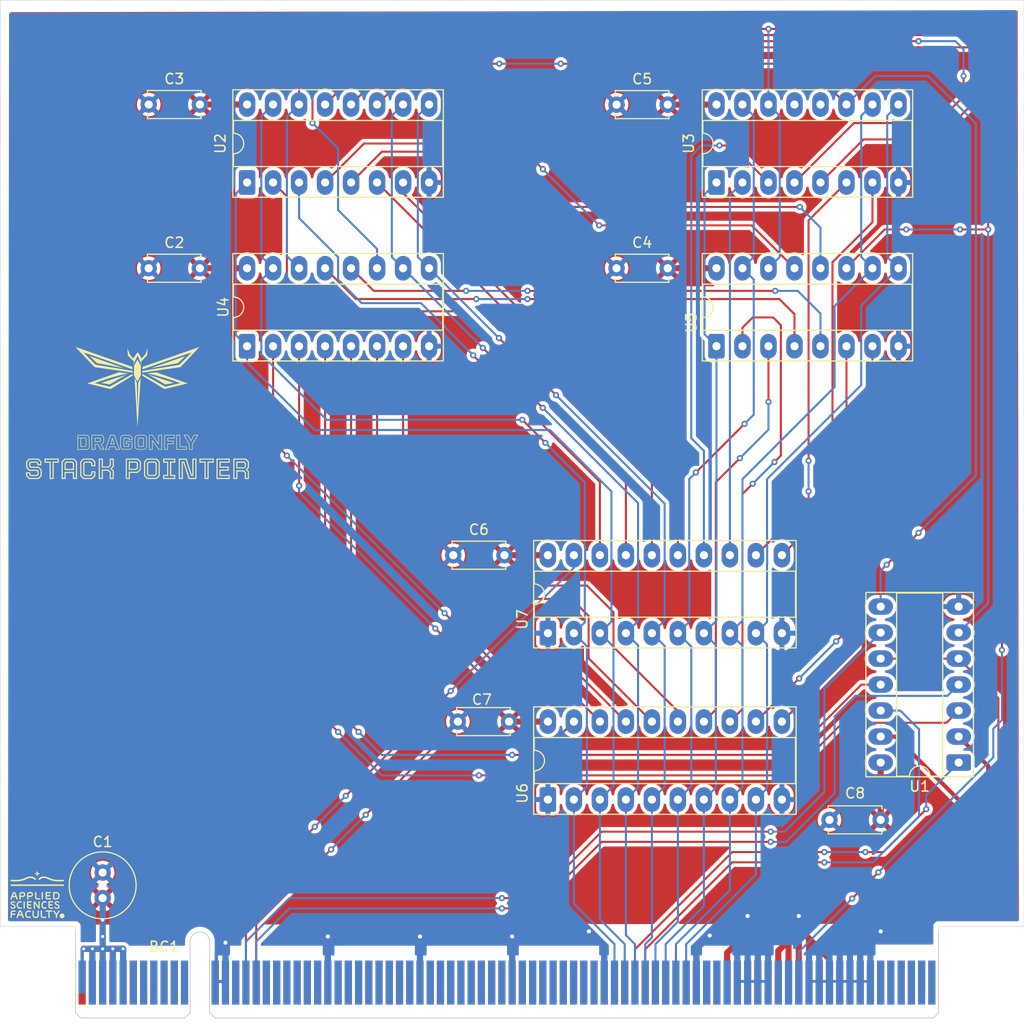
<source format=kicad_pcb>
(kicad_pcb (version 20241229) (generator "pcbnew") (generator_version "9.0")
  (layers (0 "F.Cu" signal) (2 "B.Cu" signal) (13 "F.Paste" user) (15 "B.Paste" user) (5 "F.SilkS" user "F.Silkscreen") (7 "B.SilkS" user "B.Silkscreen") (1 "F.Mask" user) (3 "B.Mask" user) (25 "Edge.Cuts" user))
  (net 0 "")
  (net 1 "VCC")
  (net 2 "GND")
  (net 3 "/~{RSPL}")
  (net 4 "/~{RSPH}")
  (net 5 "/SPINC")
  (net 6 "/RESET")
  (net 7 "/LSPH")
  (net 8 "/PULSE")
  (net 9 "/SPDEC")
  (net 10 "Net-(U2-~{CO})")
  (net 11 "Net-(U2-~{BO})")
  (net 12 "/DH5")
  (net 13 "Net-(U2-DOWN)")
  (net 14 "/DH7")
  (net 15 "Net-(U2-UP)")
  (net 16 "/DH6")
  (net 17 "/DH4")
  (net 18 "/DH3")
  (net 19 "/DH0")
  (net 20 "/DH1")
  (net 23 "Net-(U4-~{CO})")
  (net 24 "/DL7")
  (net 25 "/DL4")
  (net 26 "Net-(U4-~{BO})")
  (net 27 "/DL6")
  (net 28 "/DL3")
  (net 29 "/DL1")
  (net 30 "/DL0")
  (net 31 "/DL2")
  (net 62 "/DATA0")
  (net 63 "/DATA1")
  (net 64 "/DATA2")
  (net 65 "/DATA3")
  (net 66 "/DATA4")
  (net 67 "/DATA5")
  (net 68 "/DATA6")
  (net 69 "/DATA7")
  (net 111 "/~{CLK}")
  (net 112 "/LSPL")
  (net 113 "/Ph")
  (net 114 "/CPd")
  (net 115 "/CPu")
  (net 116 "/Pl")
  (net 117 "/DH2")
  (net 118 "/DL5")
  (footprint "Capacitor_THT:C_Disc_D5.0mm_W2.5mm_P5.00mm" (layer "F.Cu") (at 166.7 44.2)
    (property "Reference" "C5")
    (property "Value" "C")
  )
  (footprint "Capacitor_THT:C_Disc_D5.0mm_W2.5mm_P5.00mm" (layer "F.Cu") (at 121 60.19)
    (property "Reference" "C2")
    (property "Value" "C")
  )
  (footprint "kibuzzard-6911C575" (layer "F.Cu") (at 119.904687 79.78973)
    (property "Reference" "kibuzzard-6911C575" (hide yes))
    (property "Value" "G***" (hide yes))
  )
  (footprint "Connector_PCBEdge:BUS_PCIexpress_x16" (layer "F.Cu") (at 114.5 130)
    (property "Reference" "BC1")
    (property "Value" "BusConnector")
    (fp_line (start -0.65 -4.95) (end -0.65 2.95) (stroke (width 0.1)) (layer "Edge.Cuts"))
    (fp_line (start -0.65 2.95) (end -0.15 3.45) (stroke (width 0.1)) (layer "Edge.Cuts"))
    (fp_line (start -0.15 3.45) (end 10.05 3.45) (stroke (width 0.1)) (layer "Edge.Cuts"))
    (fp_line (start 10.55 -4) (end 10.55 2.95) (stroke (width 0.1)) (layer "Edge.Cuts"))
    (fp_line (start 10.55 2.95) (end 10.05 3.45) (stroke (width 0.1)) (layer "Edge.Cuts"))
    (fp_line (start 12.45 -4) (end 12.45 2.95) (stroke (width 0.1)) (layer "Edge.Cuts"))
    (fp_line (start 12.45 2.95) (end 12.95 3.45) (stroke (width 0.1)) (layer "Edge.Cuts"))
    (fp_line (start 12.95 3.45) (end 83.15 3.45) (stroke (width 0.1)) (layer "Edge.Cuts"))
    (fp_line (start 83.65 -4.95) (end 83.65 2.95) (stroke (width 0.1)) (layer "Edge.Cuts"))
    (fp_line (start 83.65 2.95) (end 83.15 3.45) (stroke (width 0.1)) (layer "Edge.Cuts"))
    (fp_arc (start 10.55 -4) (mid 11.5 -4.95) (end 12.45 -4) (stroke (width 0.1)) (layer "Edge.Cuts"))
  )
  (footprint "Package_DIP:DIP-16_W7.62mm_Socket_LongPads" (layer "F.Cu") (at 176.46 67.81 90)
    (property "Reference" "U5")
    (property "Value" "74HC193")
  )
  (footprint "Package_DIP:DIP-14_W7.62mm_Socket_LongPads" (layer "F.Cu") (at 200.12 108.5 180)
    (property "Reference" "U1")
    (property "Value" "74HC00")
  )
  (footprint "Package_DIP:DIP-20_W7.62mm_Socket_LongPads" (layer "F.Cu") (at 159.992254 95.854777 90)
    (property "Reference" "U7")
    (property "Value" "74HC245")
  )
  (footprint "Capacitor_THT:C_Disc_D5.0mm_W2.5mm_P5.00mm" (layer "F.Cu") (at 166.7 60.19)
    (property "Reference" "C4")
    (property "Value" "C" (hide yes))
  )
  (footprint "Capacitor_THT:C_Radial_D6.3mm_H5.0mm_P2.50mm" (layer "F.Cu") (at 116.5 121.746451 90)
    (property "Reference" "C1")
    (property "Value" "C")
  )
  (footprint "Capacitor_THT:C_Disc_D5.0mm_W2.5mm_P5.00mm" (layer "F.Cu") (at 150.75 88.234777)
    (property "Reference" "C6")
    (property "Value" "C")
  )
  (footprint "Capacitor_THT:C_Disc_D5.0mm_W2.5mm_P5.00mm" (layer "F.Cu") (at 192.5 114.1 180)
    (property "Reference" "C8")
    (property "Value" "C")
  )
  (footprint "Capacitor_THT:C_Disc_D5.0mm_W2.5mm_P5.00mm" (layer "F.Cu") (at 121 44.19)
    (property "Reference" "C3")
    (property "Value" "C")
  )
  (footprint "Package_DIP:DIP-20_W7.62mm_Socket_LongPads" (layer "F.Cu") (at 159.992254 112.115735 90)
    (property "Reference" "U6")
    (property "Value" "74HC245")
  )
  (footprint "Capacitor_THT:C_Disc_D5.0mm_W2.5mm_P5.00mm" (layer "F.Cu") (at 156.2 104.495735 180)
    (property "Reference" "C7")
    (property "Value" "C" (hide yes))
  )
  (footprint "Package_DIP:DIP-16_W7.62mm_Socket_LongPads" (layer "F.Cu") (at 130.61 51.81 90)
    (property "Reference" "U2")
    (property "Value" "74HC193")
  )
  (footprint "Package_DIP:DIP-16_W7.62mm_Socket_LongPads" (layer "F.Cu") (at 176.46 51.81 90)
    (property "Reference" "U3")
    (property "Value" "74HC193")
  )
  (footprint "Package_DIP:DIP-16_W7.62mm_Socket_LongPads" (layer "F.Cu") (at 130.61 67.81 90)
    (property "Reference" "U4")
    (property "Value" "74HC193")
  )
  (gr_poly (pts (xy 120.208958 71.049582) (xy 119.903628 75.721331) (xy 119.626875 71.023124) (xy 119.600416 70.890833) (xy 119.838541 71.367083) (xy 119.916858 74.22961) (xy 119.970833 71.367083) (xy 120.235416 70.890833)) (fill yes) (layer "F.SilkS"))
  (gr_poly (pts (xy 110.516224 122.956498) (xy 110.519291 122.956753) (xy 110.522316 122.957158) (xy 110.525293 122.957708) (xy 110.528219 122.9584) (xy 110.53109 122.95923) (xy 110.533902 122.960195) (xy 110.536651 122.961291) (xy 110.539334 122.962514) (xy 110.541946 122.96386) (xy 110.544483 122.965326) (xy 110.546942 122.966908) (xy 110.549319 122.968602) (xy 110.55161 122.970405) (xy 110.553811 122.972314) (xy 110.555919 122.974323) (xy 110.557928 122.976431) (xy 110.559836 122.978632) (xy 110.561639 122.980923) (xy 110.563332 122.983302) (xy 110.564912 122.985763) (xy 110.566375 122.988303) (xy 110.567717 122.990919) (xy 110.568935 122.993607) (xy 110.570023 122.996363) (xy 110.570979 122.999184) (xy 110.571799 123.002066) (xy 110.572478 123.005004) (xy 110.573013 123.007997) (xy 110.5734 123.011039) (xy 110.573635 123.014127) (xy 110.573714 123.017257) (xy 110.573714 123.478222) (xy 110.573989 123.48869) (xy 110.574599 123.495122) (xy 110.575761 123.502129) (xy 110.577654 123.509541) (xy 110.580454 123.517192) (xy 110.582251 123.521054) (xy 110.584341 123.524913) (xy 110.586748 123.528746) (xy 110.589492 123.532535) (xy 110.592597 123.536256) (xy 110.596085 123.53989) (xy 110.599978 123.543415) (xy 110.604298 123.546811) (xy 110.609067 123.550055) (xy 110.614308 123.553128) (xy 110.620044 123.556008) (xy 110.626295 123.558674) (xy 110.633084 123.561105) (xy 110.640435 123.56328) (xy 110.648368 123.565178) (xy 110.656906 123.566779) (xy 110.666072 123.56806) (xy 110.675887 123.569001) (xy 110.686374 123.569581) (xy 110.697555 123.569779) (xy 110.934124 123.569779) (xy 110.937231 123.569859) (xy 110.940299 123.570094) (xy 110.943323 123.570481) (xy 110.9463 123.571016) (xy 110.949226 123.571696) (xy 110.952097 123.572516) (xy 110.954909 123.573473) (xy 110.957658 123.574563) (xy 110.960341 123.575782) (xy 110.962953 123.577127) (xy 110.96549 123.578592) (xy 110.96795 123.580176) (xy 110.970327 123.581873) (xy 110.972618 123.58368) (xy 110.974819 123.585593) (xy 110.976926 123.587608) (xy 110.978936 123.589722) (xy 110.980844 123.591931) (xy 110.982646 123.59423) (xy 110.98434 123.596616) (xy 110.98592 123.599086) (xy 110.987383 123.601634) (xy 110.988725 123.604258) (xy 110.989942 123.606954) (xy 110.991031 123.609718) (xy 110.991987 123.612546) (xy 110.992806 123.615434) (xy 110.993485 123.618378) (xy 110.994021 123.621374) (xy 110.994408 123.62442) (xy 110.994643 123.62751) (xy 110.994722 123.630641) (xy 110.994643 123.633773) (xy 110.994408 123.636863) (xy 110.994021 123.639908) (xy 110.993485 123.642905) (xy 110.992806 123.645849) (xy 110.991987 123.648737) (xy 110.991031 123.651565) (xy 110.989942 123.654329) (xy 110.988725 123.657025) (xy 110.987383 123.659649) (xy 110.98592 123.662197) (xy 110.98434 123.664667) (xy 110.982646 123.667053) (xy 110.980844 123.669352) (xy 110.978936 123.671561) (xy 110.976926 123.673675) (xy 110.974819 123.67569) (xy 110.972618 123.677603) (xy 110.970327 123.67941) (xy 110.96795 123.681107) (xy 110.96549 123.682691) (xy 110.962953 123.684156) (xy 110.960341 123.685501) (xy 110.957658 123.68672) (xy 110.954909 123.68781) (xy 110.952097 123.688767) (xy 110.949226 123.689587) (xy 110.9463 123.690267) (xy 110.943323 123.690802) (xy 110.940299 123.691189) (xy 110.937231 123.691424) (xy 110.934124 123.691503) (xy 110.697555 123.691503) (xy 110.697555 123.691505) (xy 110.683654 123.691268) (xy 110.670086 123.690561) (xy 110.65686 123.689389) (xy 110.64398 123.687759) (xy 110.631455 123.685676) (xy 110.619291 123.683146) (xy 110.607495 123.680175) (xy 110.596074 123.676769) (xy 110.585034 123.672933) (xy 110.574382 123.668674) (xy 110.564126 123.663997) (xy 110.554271 123.658907) (xy 110.544824 123.653412) (xy 110.535793 123.647516) (xy 110.527184 123.641225) (xy 110.519004 123.634546) (xy 110.51126 123.627484) (xy 110.503958 123.620044) (xy 110.497105 123.612233) (xy 110.490708 123.604057) (xy 110.484775 123.595521) (xy 110.47931 123.586631) (xy 110.474323 123.577393) (xy 110.469818 123.567813) (xy 110.465803 123.557896) (xy 110.462286 123.547648) (xy 110.459271 123.537076) (xy 110.456767 123.526185) (xy 110.45478 123.51498) (xy 110.453317 123.503468) (xy 110.452385 123.491655) (xy 110.45199 123.479546) (xy 110.45199 123.016993) (xy 110.452093 123.013886) (xy 110.45235 123.010818) (xy 110.452758 123.007794) (xy 110.453313 123.004817) (xy 110.454011 123.001891) (xy 110.454847 122.99902) (xy 110.455819 122.996208) (xy 110.456922 122.993459) (xy 110.458153 122.990776) (xy 110.459507 122.988164) (xy 110.460981 122.985627) (xy 110.462572 122.983167) (xy 110.464274 122.98079) (xy 110.466085 122.978499) (xy 110.468 122.976298) (xy 110.470017 122.974191) (xy 110.47213 122.972181) (xy 110.474336 122.970273) (xy 110.476631 122.968471) (xy 110.479012 122.966777) (xy 110.481474 122.965197) (xy 110.484015 122.963734) (xy 110.486629 122.962392) (xy 110.489313 122.961175) (xy 110.492063 122.960086) (xy 110.494876 122.95913) (xy 110.497748 122.958311) (xy 110.500674 122.957632) (xy 110.503652 122.957096) (xy 110.506676 122.956709) (xy 110.509744 122.956474) (xy 110.512851 122.956395) (xy 110.513116 122.956395)) (fill yes) (layer "F.SilkS"))
  (gr_poly (pts (xy 110.864611 122.050407) (xy 110.87071 122.050601) (xy 110.882667 122.051336) (xy 110.894257 122.052483) (xy 110.905425 122.05398) (xy 110.916113 122.055762) (xy 110.926266 122.057765) (xy 110.935827 122.059927) (xy 110.944741 122.062183) (xy 110.952951 122.06447) (xy 110.960401 122.066725) (xy 110.967034 122.068884) (xy 110.972795 122.070882) (xy 110.981474 122.074147) (xy 110.985988 122.07601) (xy 110.988841 122.077315) (xy 110.991593 122.078747) (xy 110.994241 122.080301) (xy 110.996785 122.081972) (xy 110.999222 122.083754) (xy 111.00155 122.085643) (xy 111.003767 122.087633) (xy 111.005872 122.08972) (xy 111.007863 122.091899) (xy 111.009738 122.094163) (xy 111.011494 122.09651) (xy 111.01313 122.098932) (xy 111.014645 122.101426) (xy 111.016035 122.103986) (xy 111.0173 122.106608) (xy 111.018438 122.109285) (xy 111.019446 122.112014) (xy 111.020322 122.114789) (xy 111.021066 122.117605) (xy 111.021674 122.120457) (xy 111.022145 122.12334) (xy 111.022477 122.126249) (xy 111.022669 122.129179) (xy 111.022717 122.132125) (xy 111.022622 122.135082) (xy 111.022379 122.138044) (xy 111.021989 122.141008) (xy 111.021448 122.143967) (xy 111.020754 122.146917) (xy 111.019907 122.149852) (xy 111.018904 122.152768) (xy 111.017743 122.15566) (xy 111.016438 122.158513) (xy 111.015006 122.161267) (xy 111.013452 122.163919) (xy 111.011781 122.166467) (xy 111.009998 122.168909) (xy 111.008109 122.171244) (xy 111.006117 122.173468) (xy 111.004029 122.175581) (xy 111.001849 122.177579) (xy 110.999582 122.179462) (xy 110.997233 122.181227) (xy 110.994807 122.182871) (xy 110.992309 122.184394) (xy 110.989745 122.185792) (xy 110.987118 122.187064) (xy 110.984435 122.188208) (xy 110.981699 122.189222) (xy 110.978917 122.190103) (xy 110.976093 122.19085) (xy 110.973231 122.191461) (xy 110.970338 122.191933) (xy 110.967418 122.192265) (xy 110.964476 122.192455) (xy 110.961516 122.1925) (xy 110.958545 122.192398) (xy 110.955567 122.192148) (xy 110.952586 122.191748) (xy 110.949609 122.191194) (xy 110.946639 122.190486) (xy 110.943683 122.189622) (xy 110.940744 122.188598) (xy 110.937829 122.187414) (xy 110.931304 122.184975) (xy 110.923735 122.182474) (xy 110.913815 122.179608) (xy 110.901935 122.176742) (xy 110.895382 122.175423) (xy 110.888486 122.174241) (xy 110.881295 122.173243) (xy 110.873858 122.172473) (xy 110.866225 122.171977) (xy 110.858443 122.171802) (xy 110.844887 122.172045) (xy 110.831754 122.172772) (xy 110.819045 122.173984) (xy 110.806761 122.175679) (xy 110.794902 122.177858) (xy 110.783468 122.18052) (xy 110.77246 122.183664) (xy 110.761879 122.18729) (xy 110.751724 122.191398) (xy 110.741997 122.195987) (xy 110.732697 122.201056) (xy 110.723825 122.206604) (xy 110.715382 122.212633) (xy 110.707367 122.21914) (xy 110.699782 122.226126) (xy 110.692627 122.23359) (xy 110.685903 122.241532) (xy 110.679608 122.24995) (xy 110.673745 122.258846) (xy 110.668314 122.268217) (xy 110.663315 122.278064) (xy 110.658748 122.288386) (xy 110.654613 122.299183) (xy 110.650913 122.310453) (xy 110.647646 122.322198) (xy 110.644813 122.334416) (xy 110.642415 122.347106) (xy 110.640451 122.360269) (xy 110.637832 122.388009) (xy 110.636958 122.417632) (xy 110.637177 122.432678) (xy 110.637832 122.447252) (xy 110.638924 122.461354) (xy 110.640451 122.474984) (xy 110.642415 122.48814) (xy 110.644813 122.500824) (xy 110.647646 122.513034) (xy 110.650913 122.524769) (xy 110.654613 122.53603) (xy 110.658748 122.546817) (xy 110.663315 122.557128) (xy 110.668314 122.566963) (xy 110.673745 122.576323) (xy 110.679608 122.585206) (xy 110.685903 122.593612) (xy 110.692627 122.601542) (xy 110.699782 122.608993) (xy 110.707367 122.615967) (xy 110.715382 122.622462) (xy 110.723825 122.628479) (xy 110.732697 122.634016) (xy 110.741997 122.639074) (xy 110.751724 122.643653) (xy 110.761879 122.647751) (xy 110.77246 122.651368) (xy 110.783468 122.654504) (xy 110.794902 122.657159) (xy 110.806761 122.659332) (xy 110.819045 122.661022) (xy 110.831754 122.662231) (xy 110.844887 122.662956) (xy 110.858443 122.663198) (xy 110.862351 122.663153) (xy 110.866231 122.663022) (xy 110.870076 122.662812) (xy 110.873881 122.662527) (xy 110.881344 122.661757) (xy 110.888568 122.660758) (xy 110.895505 122.659577) (xy 110.902102 122.658258) (xy 110.908311 122.656848) (xy 110.914079 122.655392) (xy 110.919358 122.653936) (xy 110.924097 122.652525) (xy 110.931751 122.650025) (xy 110.938358 122.647586) (xy 110.94125 122.646449) (xy 110.944166 122.645471) (xy 110.947101 122.644648) (xy 110.95005 122.643979) (xy 110.953009 122.643462) (xy 110.955971 122.643095) (xy 110.958933 122.642875) (xy 110.961888 122.642801) (xy 110.964832 122.642871) (xy 110.96776 122.643083) (xy 110.970667 122.643435) (xy 110.973546 122.643924) (xy 110.976395 122.64455) (xy 110.979206 122.645309) (xy 110.981976 122.6462) (xy 110.984699 122.647221) (xy 110.98737 122.64837) (xy 110.989984 122.649645) (xy 110.992536 122.651044) (xy 110.995021 122.652565) (xy 110.997433 122.654205) (xy 110.999768 122.655964) (xy 111.002021 122.657839) (xy 111.004186 122.659828) (xy 111.006258 122.661928) (xy 111.008233 122.664139) (xy 111.010105 122.666458) (xy 111.011869 122.668883) (xy 111.01352 122.671412) (xy 111.015052 122.674043) (xy 111.016462 122.676775) (xy 111.017743 122.679604) (xy 111.01888 122.682495) (xy 111.019861 122.685408) (xy 111.020687 122.68834) (xy 111.02136 122.691285) (xy 111.021884 122.694238) (xy 111.022258 122.697194) (xy 111.022485 122.700149) (xy 111.022568 122.703097) (xy 111.022508 122.706033) (xy 111.022306 122.708953) (xy 111.021965 122.711851) (xy 111.021487 122.714722) (xy 111.020874 122.717563) (xy 111.020127 122.720367) (xy 111.019248 122.723129) (xy 111.018239 122.725846) (xy 111.017102 122.728511) (xy 111.01584 122.73112) (xy 111.014453 122.733668) (xy 111.012944 122.73615) (xy 111.011315 122.738562) (xy 111.009567 122.740897) (xy 111.007702 122.743151) (xy 111.005723 122.74532) (xy 111.003631 122.747398) (xy 111.001429 122.74938) (xy 110.999117 122.751262) (xy 110.996698 122.753038) (xy 110.994174 122.754704) (xy 110.991546 122.756255) (xy 110.988817 122.757685) (xy 110.985988 122.758989) (xy 110.972795 122.764116) (xy 110.960401 122.768274) (xy 110.944741 122.772816) (xy 110.926266 122.777233) (xy 110.916113 122.779237) (xy 110.905425 122.781018) (xy 110.894257 122.782515) (xy 110.882667 122.783662) (xy 110.87071 122.784398) (xy 110.858442 122.784657) (xy 110.858442 122.784656) (xy 110.838577 122.784256) (xy 110.819225 122.783061) (xy 110.800394 122.781078) (xy 110.782092 122.778317) (xy 110.764325 122.774785) (xy 110.747103 122.770491) (xy 110.730432 122.765441) (xy 110.714321 122.759646) (xy 110.698777 122.753111) (xy 110.683808 122.745847) (xy 110.669421 122.73786) (xy 110.655624 122.729159) (xy 110.642425 122.719752) (xy 110.629832 122.709648) (xy 110.617853 122.698853) (xy 110.606494 122.687376) (xy 110.595764 122.675226) (xy 110.58567 122.66241) (xy 110.57622 122.648937) (xy 110.567423 122.634814) (xy 110.559285 122.62005) (xy 110.551814 122.604652) (xy 110.545018 122.58863) (xy 110.538904 122.57199) (xy 110.533482 122.554742) (xy 110.528757 122.536893) (xy 110.524738 122.51845) (xy 110.521432 122.499424) (xy 110.518847 122.47982) (xy 110.516992 122.459648) (xy 110.515873 122.438916) (xy 110.515498 122.417631) (xy 110.515873 122.396346) (xy 110.516992 122.375611) (xy 110.518847 122.355436) (xy 110.521432 122.335827) (xy 110.524738 122.316795) (xy 110.528757 122.298345) (xy 110.533482 122.280488) (xy 110.538904 122.263231) (xy 110.545018 122.246581) (xy 110.551814 122.230549) (xy 110.559285 122.21514) (xy 110.567423 122.200365) (xy 110.57622 122.18623) (xy 110.58567 122.172745) (xy 110.595764 122.159916) (xy 110.606494 122.147754) (xy 110.617853 122.136265) (xy 110.629832 122.125458) (xy 110.642425 122.115341) (xy 110.655624 122.105922) (xy 110.669421 122.09721) (xy 110.683808 122.089212) (xy 110.698777 122.081937) (xy 110.714321 122.075393) (xy 110.730432 122.069589) (xy 110.747103 122.064531) (xy 110.764325 122.06023) (xy 110.782092 122.056692) (xy 110.800394 122.053926) (xy 110.819225 122.05194) (xy 110.838577 122.050742) (xy 110.858442 122.050341)) (fill yes) (layer "F.SilkS"))
  (gr_poly (pts (xy 109.967695 121.148869) (xy 109.970785 121.149104) (xy 109.973831 121.149491) (xy 109.976827 121.150026) (xy 109.979771 121.150706) (xy 109.982659 121.151526) (xy 109.985487 121.152483) (xy 109.988251 121.153573) (xy 109.990946 121.154792) (xy 109.993571 121.156137) (xy 109.996119 121.157602) (xy 109.998589 121.159186) (xy 110.000975 121.160883) (xy 110.003274 121.16269) (xy 110.005483 121.164603) (xy 110.007596 121.166618) (xy 110.009612 121.168732) (xy 110.011525 121.170941) (xy 110.013332 121.17324) (xy 110.015029 121.175626) (xy 110.016612 121.178096) (xy 110.018078 121.180644) (xy 110.019422 121.183268) (xy 110.020641 121.185964) (xy 110.021731 121.188728) (xy 110.022688 121.191556) (xy 110.023508 121.194444) (xy 110.024188 121.197388) (xy 110.024723 121.200384) (xy 110.02511 121.20343) (xy 110.025346 121.20652) (xy 110.025425 121.209651) (xy 110.025425 121.671145) (xy 110.025699 121.681537) (xy 110.026309 121.687947) (xy 110.027471 121.69494) (xy 110.029364 121.702347) (xy 110.032165 121.709999) (xy 110.033961 121.713864) (xy 110.036052 121.717726) (xy 110.038458 121.721565) (xy 110.041203 121.725359) (xy 110.044308 121.729087) (xy 110.047796 121.732728) (xy 110.051688 121.736261) (xy 110.056008 121.739664) (xy 110.060778 121.742917) (xy 110.066019 121.745998) (xy 110.071754 121.748886) (xy 110.078005 121.75156) (xy 110.084795 121.753998) (xy 110.092145 121.756181) (xy 110.100078 121.758085) (xy 110.108617 121.759691) (xy 110.117782 121.760977) (xy 110.127598 121.761921) (xy 110.138085 121.762504) (xy 110.149266 121.762702) (xy 110.350376 121.762702) (xy 110.350377 121.762703) (xy 110.353508 121.762782) (xy 110.356598 121.763018) (xy 110.359644 121.763405) (xy 110.36264 121.76394) (xy 110.365585 121.76462) (xy 110.368472 121.76544) (xy 110.3713 121.766397) (xy 110.374064 121.767487) (xy 110.37676 121.768706) (xy 110.379384 121.77005) (xy 110.381933 121.771516) (xy 110.384402 121.773099) (xy 110.386788 121.774796) (xy 110.389088 121.776603) (xy 110.391296 121.778517) (xy 110.39341 121.780532) (xy 110.395425 121.782646) (xy 110.397338 121.784854) (xy 110.399145 121.787154) (xy 110.400842 121.78954) (xy 110.402426 121.792009) (xy 110.403891 121.794558) (xy 110.405236 121.797182) (xy 110.406455 121.799878) (xy 110.407545 121.802642) (xy 110.408502 121.805469) (xy 110.409322 121.808357) (xy 110.410002 121.811301) (xy 110.410537 121.814298) (xy 110.410924 121.817344) (xy 110.411159 121.820434) (xy 110.411239 121.823565) (xy 110.411159 121.826697) (xy 110.410924 121.829787) (xy 110.410537 121.832832) (xy 110.410002 121.835829) (xy 110.409322 121.838773) (xy 110.408502 121.841661) (xy 110.407545 121.844489) (xy 110.406455 121.847253) (xy 110.405236 121.849949) (xy 110.403891 121.852573) (xy 110.402426 121.855121) (xy 110.400842 121.857591) (xy 110.399145 121.859977) (xy 110.397338 121.862276) (xy 110.395425 121.864485) (xy 110.39341 121.866599) (xy 110.391296 121.868614) (xy 110.389088 121.870527) (xy 110.386788 121.872334) (xy 110.384402 121.874031) (xy 110.381933 121.875614) (xy 110.379384 121.87708) (xy 110.37676 121.878424) (xy 110.374064 121.879643) (xy 110.3713 121.880733) (xy 110.368472 121.88169) (xy 110.365585 121.882511) (xy 110.36264 121.88319) (xy 110.359644 121.883726) (xy 110.356598 121.884113) (xy 110.353508 121.884348) (xy 110.350377 121.884427) (xy 110.149267 121.884427) (xy 110.135365 121.88419) (xy 110.121798 121.883483) (xy 110.108571 121.882311) (xy 110.095692 121.880681) (xy 110.083167 121.878597) (xy 110.071003 121.876067) (xy 110.059207 121.873095) (xy 110.047786 121.869687) (xy 110.036746 121.86585) (xy 110.026094 121.861588) (xy 110.015837 121.856908) (xy 110.005982 121.851816) (xy 109.996536 121.846316) (xy 109.987505 121.840416) (xy 109.978896 121.834121) (xy 109.970716 121.827435) (xy 109.962972 121.820367) (xy 109.95567 121.81292) (xy 109.948817 121.805101) (xy 109.94242 121.796915) (xy 109.936487 121.788369) (xy 109.931022 121.779468) (xy 109.926035 121.770217) (xy 109.92153 121.760624) (xy 109.917515 121.750692) (xy 109.913998 121.740429) (xy 109.910983 121.72984) (xy 109.908479 121.71893) (xy 109.906492 121.707706) (xy 109.905029 121.696173) (xy 109.904097 121.684337) (xy 109.903702 121.672204) (xy 109.903702 121.209387) (xy 109.903781 121.206257) (xy 109.904016 121.203169) (xy 109.904403 121.200127) (xy 109.904938 121.197135) (xy 109.905618 121.194196) (xy 109.906438 121.191315) (xy 109.907395 121.188496) (xy 109.908485 121.185741) (xy 109.909704 121.183055) (xy 109.911049 121.180441) (xy 109.912514 121.177903) (xy 109.914098 121.175445) (xy 109.915795 121.173071) (xy 109.917602 121.170783) (xy 109.919515 121.168587) (xy 109.92153 121.166486) (xy 109.923644 121.164483) (xy 109.925852 121.162582) (xy 109.928152 121.160787) (xy 109.930538 121.159102) (xy 109.933007 121.15753) (xy 109.935556 121.156075) (xy 109.93818 121.154741) (xy 109.940876 121.153532) (xy 109.94364 121.152451) (xy 109.946467 121.151502) (xy 109.949355 121.150689) (xy 109.9523 121.150015) (xy 109.955296 121.149484) (xy 109.958342 121.149101) (xy 109.961432 121.148868) (xy 109.964564 121.14879)) (fill yes) (layer "F.SilkS"))
  (gr_poly (pts (xy 123.516249 76.5) (xy 123.516249 76.791041) (xy 122.854792 76.791041) (xy 122.854792 77.082083) (xy 123.410416 77.082083) (xy 123.410416 77.346666) (xy 122.854792 77.346666) (xy 122.854792 77.902291) (xy 122.537291 77.902291) (xy 122.545493 76.49656)) (stroke (width 0.052916)) (fill no) (layer "F.SilkS"))
  (gr_poly (pts (xy 123.463333 71.393541) (xy 122.634922 71.547264) (xy 121.002708 70.599791)) (fill yes) (layer "F.SilkS"))
  (gr_poly (pts (xy 117.174452 71.547264) (xy 116.346042 71.393541) (xy 118.806666 70.599791)) (fill yes) (layer "F.SilkS"))
  (gr_poly (pts (xy 110.604894 121.148869) (xy 110.607985 121.149104) (xy 110.61103 121.149491) (xy 110.614027 121.150026) (xy 110.616971 121.150706) (xy 110.619859 121.151526) (xy 110.622686 121.152483) (xy 110.62545 121.153573) (xy 110.628146 121.154792) (xy 110.63077 121.156137) (xy 110.633319 121.157602) (xy 110.635788 121.159186) (xy 110.638175 121.160883) (xy 110.640474 121.16269) (xy 110.642682 121.164603) (xy 110.644796 121.166618) (xy 110.646812 121.168732) (xy 110.648725 121.170941) (xy 110.650532 121.17324) (xy 110.652229 121.175626) (xy 110.653812 121.178096) (xy 110.655278 121.180644) (xy 110.656622 121.183268) (xy 110.657841 121.185964) (xy 110.658931 121.188728) (xy 110.659888 121.191556) (xy 110.660708 121.194444) (xy 110.661388 121.197388) (xy 110.661923 121.200384) (xy 110.662311 121.20343) (xy 110.662546 121.20652) (xy 110.662625 121.209651) (xy 110.662625 121.823565) (xy 110.662546 121.826697) (xy 110.662311 121.829787) (xy 110.661923 121.832832) (xy 110.661388 121.835829) (xy 110.660708 121.838773) (xy 110.659888 121.841661) (xy 110.658931 121.844489) (xy 110.657841 121.847253) (xy 110.656622 121.849949) (xy 110.655278 121.852573) (xy 110.653812 121.855121) (xy 110.652229 121.857591) (xy 110.650532 121.859977) (xy 110.648725 121.862276) (xy 110.646812 121.864485) (xy 110.644796 121.866599) (xy 110.642682 121.868614) (xy 110.640474 121.870527) (xy 110.638175 121.872334) (xy 110.635788 121.874031) (xy 110.633319 121.875614) (xy 110.63077 121.87708) (xy 110.628146 121.878424) (xy 110.62545 121.879643) (xy 110.622686 121.880733) (xy 110.619859 121.88169) (xy 110.616971 121.882511) (xy 110.614027 121.88319) (xy 110.61103 121.883726) (xy 110.607985 121.884113) (xy 110.604894 121.884348) (xy 110.601763 121.884427) (xy 110.598632 121.884348) (xy 110.595541 121.884113) (xy 110.592496 121.883726) (xy 110.589499 121.88319) (xy 110.586555 121.882511) (xy 110.583667 121.88169) (xy 110.580839 121.880733) (xy 110.578076 121.879643) (xy 110.57538 121.878424) (xy 110.572756 121.87708) (xy 110.570207 121.875614) (xy 110.567738 121.874031) (xy 110.565351 121.872334) (xy 110.563052 121.870527) (xy 110.560844 121.868614) (xy 110.55873 121.866599) (xy 110.556714 121.864485) (xy 110.554801 121.862276) (xy 110.552994 121.859977) (xy 110.551297 121.857591) (xy 110.549714 121.855121) (xy 110.548248 121.852573) (xy 110.546904 121.849949) (xy 110.545685 121.847253) (xy 110.544595 121.844489) (xy 110.543638 121.841661) (xy 110.542817 121.838773) (xy 110.542138 121.835829) (xy 110.541602 121.832832) (xy 110.541215 121.829787) (xy 110.54098 121.826697) (xy 110.540901 121.823565) (xy 110.540901 121.209651) (xy 110.54098 121.20652) (xy 110.541215 121.20343) (xy 110.541602 121.200384) (xy 110.542138 121.197388) (xy 110.542817 121.194444) (xy 110.543638 121.191556) (xy 110.544595 121.188728) (xy 110.545685 121.185964) (xy 110.546904 121.183268) (xy 110.548248 121.180644) (xy 110.549714 121.178096) (xy 110.551297 121.175626) (xy 110.552994 121.17324) (xy 110.554801 121.170941) (xy 110.556714 121.168732) (xy 110.55873 121.166618) (xy 110.560844 121.164603) (xy 110.563052 121.16269) (xy 110.565351 121.160883) (xy 110.567738 121.159186) (xy 110.570207 121.157602) (xy 110.572756 121.156137) (xy 110.57538 121.154792) (xy 110.578076 121.153573) (xy 110.580839 121.152483) (xy 110.583667 121.151526) (xy 110.586555 121.150706) (xy 110.589499 121.150026) (xy 110.592496 121.149491) (xy 110.595541 121.149104) (xy 110.598632 121.148869) (xy 110.601763 121.14879)) (fill yes) (layer "F.SilkS"))
  (gr_poly (pts (xy 111.394516 121.148869) (xy 111.397606 121.149105) (xy 111.400652 121.149492) (xy 111.403648 121.150027) (xy 111.406593 121.150707) (xy 111.40948 121.151527) (xy 111.412308 121.152484) (xy 111.415072 121.153574) (xy 111.417768 121.154793) (xy 111.420392 121.156137) (xy 111.42294 121.157603) (xy 111.42541 121.159186) (xy 111.427796 121.160883) (xy 111.430095 121.16269) (xy 111.432304 121.164604) (xy 111.434417 121.166619) (xy 111.436433 121.168733) (xy 111.438346 121.170941) (xy 111.440153 121.173241) (xy 111.44185 121.175627) (xy 111.443433 121.178096) (xy 111.444899 121.180645) (xy 111.446243 121.183269) (xy 111.447462 121.185965) (xy 111.448552 121.188729) (xy 111.449509 121.191556) (xy 111.450329 121.194444) (xy 111.451009 121.197388) (xy 111.451544 121.200385) (xy 111.451932 121.203431) (xy 111.452167 121.206521) (xy 111.452246 121.209652) (xy 111.452167 121.21276) (xy 111.451932 121.215827) (xy 111.451544 121.218852) (xy 111.451009 121.221829) (xy 111.450329 121.224755) (xy 111.449509 121.227626) (xy 111.448552 121.230438) (xy 111.447462 121.233187) (xy 111.446243 121.235869) (xy 111.444899 121.238481) (xy 111.443433 121.241019) (xy 111.44185 121.243478) (xy 111.440153 121.245855) (xy 111.438346 121.248146) (xy 111.436433 121.250347) (xy 111.434417 121.252454) (xy 111.432304 121.254464) (xy 111.430095 121.256372) (xy 111.427796 121.258175) (xy 111.42541 121.259868) (xy 111.42294 121.261448) (xy 111.420392 121.262911) (xy 111.417768 121.264253) (xy 111.415072 121.265471) (xy 111.412308 121.266559) (xy 111.40948 121.267515) (xy 111.406593 121.268335) (xy 111.403648 121.269014) (xy 111.400652 121.269549) (xy 111.397606 121.269936) (xy 111.394516 121.270171) (xy 111.391385 121.27025) (xy 111.042088 121.27025) (xy 111.041823 121.447808) (xy 111.334226 121.447808) (xy 111.337357 121.447888) (xy 111.340448 121.448123) (xy 111.343493 121.44851) (xy 111.34649 121.449045) (xy 111.349434 121.449725) (xy 111.352322 121.450545) (xy 111.35515 121.451502) (xy 111.357913 121.452592) (xy 111.360609 121.453811) (xy 111.363233 121.455156) (xy 111.365782 121.456621) (xy 111.368251 121.458205) (xy 111.370638 121.459902) (xy 111.372937 121.461709) (xy 111.375145 121.463622) (xy 111.377259 121.465637) (xy 111.379275 121.467751) (xy 111.381188 121.469959) (xy 111.382995 121.472259) (xy 111.384692 121.474645) (xy 111.386275 121.477114) (xy 111.387741 121.479663) (xy 111.389085 121.482287) (xy 111.390304 121.484983) (xy 111.391394 121.487747) (xy 111.392351 121.490575) (xy 111.393171 121.493462) (xy 111.393851 121.496407) (xy 111.394387 121.499403) (xy 111.394774 121.502449) (xy 111.395009 121.505539) (xy 111.395088 121.50867) (xy 111.395009 121.511801) (xy 111.394774 121.514889) (xy 111.394387 121.517931) (xy 111.393851 121.520923) (xy 111.393171 121.523861) (xy 111.392351 121.526742) (xy 111.391394 121.529562) (xy 111.390304 121.532316) (xy 111.389085 121.535003) (xy 111.387741 121.537617) (xy 111.386275 121.540154) (xy 111.384692 121.542612) (xy 111.382995 121.544987) (xy 111.381188 121.547274) (xy 111.379275 121.54947) (xy 111.377259 121.551571) (xy 111.375145 121.553574) (xy 111.372937 121.555475) (xy 111.370638 121.55727) (xy 111.368251 121.558955) (xy 111.365782 121.560527) (xy 111.363233 121.561982) (xy 111.360609 121.563316) (xy 111.357913 121.564525) (xy 111.35515 121.565606) (xy 111.352322 121.566555) (xy 111.349434 121.567368) (xy 111.34649 121.568042) (xy 111.343493 121.568573) (xy 111.340448 121.568956) (xy 111.337357 121.569189) (xy 111.334226 121.569268) (xy 111.041823 121.569268) (xy 111.042353 121.671146) (xy 111.042704 121.681538) (xy 111.043337 121.687948) (xy 111.044515 121.694941) (xy 111.046417 121.702348) (xy 111.049223 121.71) (xy 111.051021 121.713864) (xy 111.053112 121.717727) (xy 111.055518 121.721565) (xy 111.058263 121.725359) (xy 111.061368 121.729088) (xy 111.064856 121.732729) (xy 111.068749 121.736261) (xy 111.073071 121.739665) (xy 111.077842 121.742917) (xy 111.083086 121.745998) (xy 111.088825 121.748887) (xy 111.095082 121.75156) (xy 111.101879 121.753999) (xy 111.109238 121.756181) (xy 111.117182 121.758086) (xy 111.125733 121.759692) (xy 111.134914 121.760977) (xy 111.144747 121.761922) (xy 111.155254 121.762504) (xy 111.166459 121.762703) (xy 111.391384 121.762703) (xy 111.394515 121.762782) (xy 111.397605 121.763018) (xy 111.400651 121.763405) (xy 111.403648 121.76394) (xy 111.406592 121.76462) (xy 111.40948 121.76544) (xy 111.412307 121.766397) (xy 111.415071 121.767487) (xy 111.417767 121.768706) (xy 111.420391 121.77005) (xy 111.42294 121.771516) (xy 111.425409 121.773099) (xy 111.427795 121.774796) (xy 111.430094 121.776603) (xy 111.432303 121.778517) (xy 111.434417 121.780532) (xy 111.436432 121.782646) (xy 111.438345 121.784854) (xy 111.440152 121.787154) (xy 111.441849 121.78954) (xy 111.443432 121.792009) (xy 111.444898 121.794558) (xy 111.446242 121.797182) (xy 111.447461 121.799878) (xy 111.448551 121.802642) (xy 111.449508 121.805469) (xy 111.450329 121.808357) (xy 111.451008 121.811301) (xy 111.451544 121.814298) (xy 111.451931 121.817344) (xy 111.452166 121.820434) (xy 111.452245 121.823565) (xy 111.452166 121.826697) (xy 111.451931 121.829787) (xy 111.451544 121.832832) (xy 111.451008 121.835829) (xy 111.450329 121.838773) (xy 111.449508 121.841661) (xy 111.448551 121.844489) (xy 111.447461 121.847253) (xy 111.446242 121.849949) (xy 111.444898 121.852573) (xy 111.443432 121.855121) (xy 111.441849 121.857591) (xy 111.440152 121.859977) (xy 111.438345 121.862276) (xy 111.436432 121.864485) (xy 111.434417 121.866599) (xy 111.432303 121.868614) (xy 111.430094 121.870527) (xy 111.427795 121.872334) (xy 111.425409 121.874031) (xy 111.42294 121.875614) (xy 111.420391 121.87708) (xy 111.417767 121.878424) (xy 111.415071 121.879643) (xy 111.412307 121.880733) (xy 111.40948 121.88169) (xy 111.406592 121.882511) (xy 111.403648 121.88319) (xy 111.400651 121.883726) (xy 111.397605 121.884113) (xy 111.394515 121.884348) (xy 111.391384 121.884427) (xy 111.166459 121.884427) (xy 111.16646 121.884428) (xy 111.152535 121.884191) (xy 111.138945 121.883484) (xy 111.125697 121.882312) (xy 111.112798 121.880681) (xy 111.100255 121.878598) (xy 111.088074 121.876068) (xy 111.076262 121.873096) (xy 111.064826 121.869688) (xy 111.053772 121.865851) (xy 111.043108 121.861589) (xy 111.03284 121.856909) (xy 111.022975 121.851817) (xy 111.01352 121.846317) (xy 111.00448 121.840417) (xy 110.995864 121.834121) (xy 110.987677 121.827436) (xy 110.979927 121.820367) (xy 110.97262 121.81292) (xy 110.965763 121.805101) (xy 110.959362 121.796916) (xy 110.953426 121.78837) (xy 110.947959 121.779468) (xy 110.942969 121.770218) (xy 110.938462 121.760624) (xy 110.934446 121.750693) (xy 110.930927 121.74043) (xy 110.927912 121.729841) (xy 110.925408 121.718931) (xy 110.92342 121.707707) (xy 110.921957 121.696174) (xy 110.921025 121.684338) (xy 110.92063 121.672205) (xy 110.92063 121.209388) (xy 110.920732 121.206258) (xy 110.920987 121.203169) (xy 110.921392 121.200128) (xy 110.921942 121.197136) (xy 110.922634 121.194197) (xy 110.923465 121.191317) (xy 110.924429 121.188497) (xy 110.925525 121.185742) (xy 110.926748 121.183056) (xy 110.928094 121.180442) (xy 110.92956 121.177904) (xy 110.931142 121.175446) (xy 110.932836 121.173072) (xy 110.93464 121.170784) (xy 110.936548 121.168588) (xy 110.938557 121.166487) (xy 110.940665 121.164484) (xy 110.942866 121.162583) (xy 110.945158 121.160788) (xy 110.947536 121.159103) (xy 110.949997 121.157531) (xy 110.952538 121.156076) (xy 110.955154 121.154742) (xy 110.957842 121.153533) (xy 110.960598 121.152452) (xy 110.963418 121.151503) (xy 110.9663 121.150689) (xy 110.969239 121.150016) (xy 110.972231 121.149485) (xy 110.975273 121.149102) (xy 110.978361 121.148869) (xy 110.981492 121.14879) (xy 111.391385 121.14879)) (fill yes) (layer "F.SilkS"))
  (gr_poly (pts (xy 119.018333 70.467499) (xy 118.799113 70.506595) (xy 118.530619 70.563005) (xy 118.358263 70.602624) (xy 118.161116 70.65069) (xy 117.939639 70.707832) (xy 117.694293 70.774677) (xy 117.425537 70.851854) (xy 117.133834 70.939991) (xy 116.819644 71.039717) (xy 116.483428 71.151659) (xy 116.125647 71.276447) (xy 115.74676 71.414707) (xy 117.192708 71.763958) (xy 119.415208 70.520416) (xy 119.441666 70.679166) (xy 117.272083 72.002082) (xy 114.996667 71.446458) (xy 118.065833 70.361666)) (fill yes) (layer "F.SilkS"))
  (gr_poly (pts (xy 118.145208 77.902291) (xy 117.80125 77.902291) (xy 117.721875 77.637708) (xy 117.192708 77.637708) (xy 117.113333 77.902291) (xy 116.775989 77.899381) (xy 117.272083 76.5) (xy 117.6425 76.5)) (stroke (width 0.052916)) (fill no) (layer "F.SilkS"))
  (gr_poly (pts (xy 120.512375 76.501035) (xy 120.526586 76.502893) (xy 120.545028 76.506147) (xy 120.566862 76.511173) (xy 120.59125 76.518347) (xy 120.617352 76.528046) (xy 120.630784 76.53396) (xy 120.64433 76.540646) (xy 120.657885 76.548152) (xy 120.671345 76.556523) (xy 120.684604 76.565809) (xy 120.697559 76.576054) (xy 120.710103 76.587308) (xy 120.722132 76.599615) (xy 120.733542 76.613025) (xy 120.744227 76.627582) (xy 120.754082 76.643336) (xy 120.763003 76.660332) (xy 120.770886 76.678618) (xy 120.777624 76.698241) (xy 120.783113 76.719248) (xy 120.787249 76.741685) (xy 120.789927 76.765601) (xy 120.791041 76.791041) (xy 120.797921 77.635591) (xy 120.79633 77.646754) (xy 120.793836 77.659567) (xy 120.78976 77.676184) (xy 120.783764 77.695844) (xy 120.775513 77.717786) (xy 120.764667 77.741248) (xy 120.758167 77.753311) (xy 120.750891 77.765468) (xy 120.742798 77.777625) (xy 120.733847 77.789685) (xy 120.723994 77.801555) (xy 120.713197 77.813138) (xy 120.701415 77.824339) (xy 120.688605 77.835064) (xy 120.674726 77.845217) (xy 120.659734 77.854703) (xy 120.643588 77.863426) (xy 120.626246 77.871292) (xy 120.607665 77.878205) (xy 120.587804 77.88407) (xy 120.566619 77.888792) (xy 120.54407 77.892275) (xy 120.520114 77.894425) (xy 120.494709 77.895147) (xy 119.964483 77.895676) (xy 119.951637 77.894099) (xy 119.93688 77.891637) (xy 119.917722 77.887623) (xy 119.895032 77.88173) (xy 119.869675 77.873631) (xy 119.842519 77.862999) (xy 119.828538 77.856631) (xy 119.814431 77.849507) (xy 119.800309 77.841586) (xy 119.786278 77.832827) (xy 119.772448 77.823189) (xy 119.758927 77.812632) (xy 119.745823 77.801115) (xy 119.733245 77.788596) (xy 119.721301 77.775036) (xy 119.710099 77.760392) (xy 119.699747 77.744624) (xy 119.690355 77.727691) (xy 119.682031 77.709553) (xy 119.674882 77.690167) (xy 119.669017 77.669495) (xy 119.664545 77.647494) (xy 119.661574 77.624123) (xy 119.660213 77.599343) (xy 119.655343 77.287978) (xy 119.653399 77.030687) (xy 119.653333 76.791041) (xy 119.655155 76.779512) (xy 119.658004 76.766223) (xy 119.662651 76.748915) (xy 119.669479 76.728335) (xy 119.678866 76.705233) (xy 119.684639 76.692969) (xy 119.691195 76.680355) (xy 119.698581 76.667484) (xy 119.706845 76.65445) (xy 119.716035 76.641346) (xy 119.726197 76.628266) (xy 119.737381 76.615304) (xy 119.749632 76.602552) (xy 119.763 76.590104) (xy 119.77753 76.578054) (xy 119.793272 76.566495) (xy 119.810272 76.555521) (xy 119.828579 76.545225) (xy 119.848239 76.535701) (xy 119.8693 76.527042) (xy 119.891811 76.519342) (xy 119.915817 76.512694) (xy 119.941368 76.507192) (xy 119.96851 76.50293) (xy 119.997291 76.5) (xy 120.5 76.5)) (stroke (width 0.052916)) (fill no) (layer "F.SilkS"))
  (gr_poly (pts (xy 110.181286 119.182942) (xy 110.178458 119.190476) (xy 110.175574 119.200069) (xy 110.172156 119.213836) (xy 110.168541 119.231995) (xy 110.165061 119.254761) (xy 110.163478 119.26794) (xy 110.162053 119.282353) (xy 110.160831 119.298026) (xy 110.159852 119.314987) (xy 110.168495 119.31453) (xy 110.176812 119.314008) (xy 110.184808 119.313424) (xy 110.192485 119.312785) (xy 110.206898 119.311361) (xy 110.220077 119.309777) (xy 110.23205 119.308075) (xy 110.242843 119.306298) (xy 110.252485 119.304486) (xy 110.261001 119.302682) (xy 110.26842 119.300928) (xy 110.274769 119.299265) (xy 110.280074 119.297735) (xy 110.284362 119.296381) (xy 110.287661 119.295243) (xy 110.289999 119.294365) (xy 110.291896 119.293553) (xy 110.315182 119.282968) (xy 110.315447 119.442268) (xy 110.291896 119.431419) (xy 110.284403 119.428674) (xy 110.274852 119.425874) (xy 110.261133 119.422554) (xy 110.243024 119.419036) (xy 110.2203 119.415641) (xy 110.207137 119.414091) (xy 110.192738 119.412693) (xy 110.177073 119.411488) (xy 110.160116 119.410514) (xy 110.160548 119.419133) (xy 110.161048 119.427426) (xy 110.16161 119.435397) (xy 110.16223 119.443049) (xy 110.162901 119.450387) (xy 110.163618 119.457414) (xy 110.165172 119.470545) (xy 110.166848 119.482473) (xy 110.168604 119.493222) (xy 110.170398 119.502823) (xy 110.172188 119.511301) (xy 110.173932 119.518684) (xy 110.175586 119.525) (xy 110.17711 119.530277) (xy 110.178461 119.534542) (xy 110.179596 119.537822) (xy 110.180473 119.540145) (xy 110.181285 119.542029) (xy 110.191869 119.565316) (xy 110.166466 119.56558) (xy 110.03257 119.56558) (xy 110.043419 119.542294) (xy 110.046272 119.534169) (xy 110.049066 119.524437) (xy 110.05235 119.510639) (xy 110.055807 119.492562) (xy 110.059122 119.469991) (xy 110.060627 119.456954) (xy 110.061978 119.442713) (xy 110.063135 119.427242) (xy 110.064059 119.410514) (xy 110.055465 119.41097) (xy 110.047195 119.41149) (xy 110.039244 119.41207) (xy 110.031611 119.412704) (xy 110.017283 119.414114) (xy 110.004181 119.415678) (xy 109.99228 119.417356) (xy 109.981551 119.419105) (xy 109.971968 119.420885) (xy 109.963504 119.422653) (xy 109.956132 119.424369) (xy 109.949824 119.425991) (xy 109.944553 119.427476) (xy 109.940293 119.428785) (xy 109.934693 119.430705) (xy 109.932808 119.431419) (xy 109.909524 119.441738) (xy 109.909524 119.282703) (xy 109.932811 119.293552) (xy 109.940294 119.296343) (xy 109.949825 119.299194) (xy 109.963506 119.302582) (xy 109.981552 119.306181) (xy 110.004182 119.309665) (xy 110.017284 119.311262) (xy 110.031613 119.312709) (xy 110.047196 119.313964) (xy 110.064061 119.314986) (xy 110.063629 119.306343) (xy 110.063131 119.298025) (xy 110.062572 119.29003) (xy 110.061958 119.282352) (xy 110.060584 119.267938) (xy 110.059049 119.254757) (xy 110.057397 119.24278) (xy 110.055669 119.231981) (xy 110.053907 119.222331) (xy 110.052153 119.213803) (xy 110.050448 119.20637) (xy 110.048835 119.200004) (xy 110.047355 119.194678) (xy 110.04605 119.190364) (xy 110.04342 119.182677) (xy 110.0331 119.159656) (xy 110.1924 119.159391)) (fill yes) (layer "F.SilkS"))
  (gr_poly (pts (xy 109.514669 122.050688) (xy 109.517757 122.050923) (xy 109.520799 122.05131) (xy 109.523791 122.051845) (xy 109.526729 122.052524) (xy 109.52961 122.053343) (xy 109.53243 122.054299) (xy 109.535185 122.055388) (xy 109.537871 122.056605) (xy 109.540485 122.057947) (xy 109.543022 122.05941) (xy 109.54548 122.06099) (xy 109.547855 122.062684) (xy 109.550142 122.064486) (xy 109.552338 122.066394) (xy 109.55444 122.068404) (xy 109.556443 122.070511) (xy 109.558343 122.072712) (xy 109.560138 122.075003) (xy 109.561823 122.07738) (xy 109.563395 122.079839) (xy 109.56485 122.082377) (xy 109.566184 122.084989) (xy 109.567393 122.087671) (xy 109.568474 122.09042) (xy 109.569423 122.093232) (xy 109.570237 122.096103) (xy 109.57091 122.099029) (xy 109.571441 122.102006) (xy 109.571824 122.10503) (xy 109.572057 122.108098) (xy 109.572136 122.111206) (xy 109.572057 122.114337) (xy 109.571824 122.117427) (xy 109.571441 122.120473) (xy 109.57091 122.12347) (xy 109.570237 122.126414) (xy 109.569423 122.129302) (xy 109.568474 122.132129) (xy 109.567393 122.134893) (xy 109.566184 122.137589) (xy 109.56485 122.140213) (xy 109.563395 122.142762) (xy 109.561823 122.145231) (xy 109.560138 122.147618) (xy 109.558343 122.149917) (xy 109.556442 122.152125) (xy 109.554439 122.154239) (xy 109.552338 122.156254) (xy 109.550142 122.158168) (xy 109.547854 122.159975) (xy 109.54548 122.161672) (xy 109.543022 122.163255) (xy 109.540484 122.164721) (xy 109.53787 122.166065) (xy 109.535184 122.167284) (xy 109.53243 122.168374) (xy 109.52961 122.169331) (xy 109.526729 122.170151) (xy 109.523791 122.170831) (xy 109.520799 122.171366) (xy 109.517757 122.171753) (xy 109.514669 122.171988) (xy 109.511538 122.172068) (xy 109.226809 122.172068) (xy 109.226544 122.349097) (xy 109.461525 122.349097) (xy 109.464632 122.349176) (xy 109.4677 122.349411) (xy 109.470724 122.349798) (xy 109.473702 122.350333) (xy 109.476628 122.351012) (xy 109.479498 122.351832) (xy 109.48231 122.352788) (xy 109.48506 122.353877) (xy 109.487742 122.355094) (xy 109.490354 122.356436) (xy 109.492892 122.357899) (xy 109.495351 122.359479) (xy 109.497728 122.361172) (xy 109.500019 122.362975) (xy 109.50222 122.364883) (xy 109.504327 122.366893) (xy 109.506337 122.369) (xy 109.508245 122.371201) (xy 109.510047 122.373492) (xy 109.511741 122.375869) (xy 109.513321 122.378328) (xy 109.514784 122.380866) (xy 109.516126 122.383478) (xy 109.517343 122.38616) (xy 109.518432 122.38891) (xy 109.519388 122.391722) (xy 109.520207 122.394592) (xy 109.520886 122.397518) (xy 109.521422 122.400495) (xy 109.521808 122.40352) (xy 109.522044 122.406588) (xy 109.522123 122.409695) (xy 109.522044 122.412826) (xy 109.521808 122.415917) (xy 109.521422 122.418962) (xy 109.520886 122.421959) (xy 109.520207 122.424903) (xy 109.519388 122.427791) (xy 109.518432 122.430618) (xy 109.517343 122.433382) (xy 109.516126 122.436078) (xy 109.514784 122.438702) (xy 109.513321 122.441251) (xy 109.511741 122.44372) (xy 109.510047 122.446107) (xy 109.508245 122.448406) (xy 109.506337 122.450614) (xy 109.504327 122.452728) (xy 109.50222 122.454744) (xy 109.500019 122.456657) (xy 109.497728 122.458464) (xy 109.495351 122.460161) (xy 109.492892 122.461744) (xy 109.490354 122.46321) (xy 109.487742 122.464554) (xy 109.48506 122.465773) (xy 109.48231 122.466863) (xy 109.479498 122.46782) (xy 109.476628 122.46864) (xy 109.473702 122.46932) (xy 109.470724 122.469855) (xy 109.4677 122.470243) (xy 109.464632 122.470478) (xy 109.461525 122.470557) (xy 109.226544 122.470557) (xy 109.227073 122.571905) (xy 109.227424 122.582373) (xy 109.228056 122.588805) (xy 109.229231 122.595811) (xy 109.23113 122.603224) (xy 109.233929 122.610875) (xy 109.235723 122.614737) (xy 109.23781 122.618595) (xy 109.240211 122.622429) (xy 109.24295 122.626218) (xy 109.246049 122.629939) (xy 109.249529 122.633573) (xy 109.253414 122.637098) (xy 109.257726 122.640493) (xy 109.262488 122.643738) (xy 109.267721 122.646811) (xy 109.273447 122.649691) (xy 109.279691 122.652357) (xy 109.286473 122.654788) (xy 109.293816 122.656963) (xy 109.301743 122.658861) (xy 109.310276 122.660462) (xy 109.319437 122.661743) (xy 109.329249 122.662684) (xy 109.339734 122.663264) (xy 109.350915 122.663462) (xy 109.511538 122.663462) (xy 109.514668 122.663542) (xy 109.517756 122.663777) (xy 109.520798 122.664164) (xy 109.52379 122.664699) (xy 109.526729 122.665378) (xy 109.529609 122.666197) (xy 109.532429 122.667153) (xy 109.535184 122.668242) (xy 109.53787 122.669459) (xy 109.540484 122.670801) (xy 109.543022 122.672264) (xy 109.54548 122.673845) (xy 109.547854 122.675538) (xy 109.550141 122.67734) (xy 109.552337 122.679249) (xy 109.554439 122.681258) (xy 109.556442 122.683365) (xy 109.558343 122.685566) (xy 109.560138 122.687857) (xy 109.561823 122.690235) (xy 109.563395 122.692694) (xy 109.564849 122.695231) (xy 109.566183 122.697843) (xy 109.567393 122.700526) (xy 109.568474 122.703275) (xy 109.569423 122.706087) (xy 109.570236 122.708958) (xy 109.57091 122.711884) (xy 109.57144 122.714861) (xy 109.571824 122.717885) (xy 109.572056 122.720953) (xy 109.572135 122.72406) (xy 109.572056 122.727192) (xy 109.571824 122.730282) (xy 109.57144 122.733327) (xy 109.57091 122.736324) (xy 109.570236 122.739268) (xy 109.569423 122.742156) (xy 109.568473 122.744984) (xy 109.567392 122.747748) (xy 109.566183 122.750443) (xy 109.564849 122.753068) (xy 109.563394 122.755616) (xy 109.561823 122.758086) (xy 109.560137 122.760472) (xy 109.558342 122.762771) (xy 109.556442 122.76498) (xy 109.554439 122.767094) (xy 109.552337 122.769109) (xy 109.550141 122.771022) (xy 109.547854 122.772829) (xy 109.545479 122.774526) (xy 109.543021 122.776109) (xy 109.540484 122.777575) (xy 109.53787 122.778919) (xy 109.535184 122.780138) (xy 109.532429 122.781228) (xy 109.529609 122.782185) (xy 109.526728 122.783006) (xy 109.52379 122.783686) (xy 109.520798 122.784221) (xy 109.517756 122.784608) (xy 109.514668 122.784843) (xy 109.511538 122.784922) (xy 109.350915 122.784922) (xy 109.350915 122.784923) (xy 109.337015 122.784686) (xy 109.323449 122.783979) (xy 109.310226 122.782807) (xy 109.297352 122.781178) (xy 109.284833 122.779095) (xy 109.272676 122.776566) (xy 109.260888 122.773596) (xy 109.249476 122.770191) (xy 109.238445 122.766357) (xy 109.227804 122.7621) (xy 109.217558 122.757425) (xy 109.207715 122.752339) (xy 109.19828 122.746848) (xy 109.189261 122.740956) (xy 109.180664 122.734671) (xy 109.172497 122.727997) (xy 109.164765 122.720941) (xy 109.157475 122.713509) (xy 109.150634 122.705707) (xy 109.14425 122.69754) (xy 109.138327 122.689014) (xy 109.132874 122.680135) (xy 109.127896 122.670909) (xy 109.123402 122.661342) (xy 109.119396 122.65144) (xy 109.115886 122.641208) (xy 109.112879 122.630653) (xy 109.11038 122.61978) (xy 109.108398 122.608596) (xy 109.106939 122.597105) (xy 109.106008 122.585314) (xy 109.105614 122.573229) (xy 109.105614 122.111206) (xy 109.105693 122.108075) (xy 109.105928 122.104987) (xy 109.106315 122.101945) (xy 109.106851 122.098953) (xy 109.10753 122.096015) (xy 109.108349 122.093134) (xy 109.109305 122.090314) (xy 109.110394 122.087559) (xy 109.111611 122.084873) (xy 109.112953 122.082259) (xy 109.114416 122.079722) (xy 109.115996 122.077264) (xy 109.11769 122.074889) (xy 109.119492 122.072602) (xy 109.1214 122.070406) (xy 109.12341 122.068304) (xy 109.125517 122.066301) (xy 109.127718 122.064401) (xy 109.130009 122.062606) (xy 109.132386 122.060921) (xy 109.134846 122.059349) (xy 109.137383 122.057894) (xy 109.139995 122.05656) (xy 109.142678 122.055351) (xy 109.145427 122.05427) (xy 109.148239 122.053321) (xy 109.15111 122.052507) (xy 109.154036 122.051834) (xy 109.157013 122.051303) (xy 109.160037 122.05092) (xy 109.163105 122.050687) (xy 109.166212 122.050608) (xy 109.511538 122.050608)) (fill yes) (layer "F.SilkS"))
  (gr_poly (pts (xy 110.291586 122.050688) (xy 110.294674 122.050923) (xy 110.297716 122.05131) (xy 110.300708 122.051845) (xy 110.303647 122.052524) (xy 110.306527 122.053343) (xy 110.309347 122.054299) (xy 110.312102 122.055388) (xy 110.314788 122.056605) (xy 110.317402 122.057947) (xy 110.31994 122.05941) (xy 110.322398 122.06099) (xy 110.324772 122.062684) (xy 110.327059 122.064486) (xy 110.329255 122.066394) (xy 110.331357 122.068404) (xy 110.33336 122.070511) (xy 110.335261 122.072712) (xy 110.337056 122.075003) (xy 110.338741 122.07738) (xy 110.340313 122.079839) (xy 110.341767 122.082377) (xy 110.343101 122.084989) (xy 110.344311 122.087671) (xy 110.345392 122.09042) (xy 110.346341 122.093232) (xy 110.347154 122.096103) (xy 110.347828 122.099029) (xy 110.348358 122.102006) (xy 110.348742 122.10503) (xy 110.348975 122.108098) (xy 110.349053 122.111206) (xy 110.349053 122.724061) (xy 110.348975 122.727192) (xy 110.348742 122.730283) (xy 110.348358 122.733328) (xy 110.347828 122.736325) (xy 110.347154 122.739269) (xy 110.346341 122.742157) (xy 110.345392 122.744985) (xy 110.34431 122.747748) (xy 110.343101 122.750444) (xy 110.341767 122.753068) (xy 110.340312 122.755617) (xy 110.338741 122.758086) (xy 110.337055 122.760473) (xy 110.33526 122.762772) (xy 110.33336 122.76498) (xy 110.331357 122.767094) (xy 110.329255 122.76911) (xy 110.327059 122.771023) (xy 110.324772 122.77283) (xy 110.322397 122.774527) (xy 110.319939 122.77611) (xy 110.317402 122.777576) (xy 110.314788 122.77892) (xy 110.312102 122.780139) (xy 110.309347 122.781229) (xy 110.306527 122.782186) (xy 110.303646 122.783007) (xy 110.300708 122.783686) (xy 110.297716 122.784222) (xy 110.294674 122.784609) (xy 110.291586 122.784844) (xy 110.288456 122.784923) (xy 110.286349 122.784879) (xy 110.284248 122.784748) (xy 110.282154 122.784534) (xy 110.28007 122.78424) (xy 110.277999 122.78387) (xy 110.275943 122.783426) (xy 110.273904 122.782914) (xy 110.271884 122.782335) (xy 110.269885 122.781693) (xy 110.267911 122.780992) (xy 110.264044 122.779425) (xy 110.260301 122.777661) (xy 110.256701 122.775727) (xy 110.253262 122.773651) (xy 110.250003 122.771459) (xy 110.246942 122.769179) (xy 110.244098 122.766837) (xy 110.24149 122.764462) (xy 110.239137 122.76208) (xy 110.237056 122.759717) (xy 110.235267 122.757402) (xy 109.905024 122.297232) (xy 109.89047 122.27368) (xy 109.894439 122.439331) (xy 109.894439 122.72406) (xy 109.894359 122.727192) (xy 109.894124 122.730282) (xy 109.893737 122.733327) (xy 109.893202 122.736324) (xy 109.892522 122.739268) (xy 109.891702 122.742156) (xy 109.890745 122.744984) (xy 109.889655 122.747748) (xy 109.888436 122.750443) (xy 109.887092 122.753068) (xy 109.885626 122.755616) (xy 109.884043 122.758086) (xy 109.882346 122.760472) (xy 109.880539 122.762771) (xy 109.878626 122.76498) (xy 109.87661 122.767094) (xy 109.874496 122.769109) (xy 109.872288 122.771022) (xy 109.869989 122.772829) (xy 109.867602 122.774526) (xy 109.865133 122.776109) (xy 109.862584 122.777575) (xy 109.85996 122.778919) (xy 109.857264 122.780138) (xy 109.854501 122.781228) (xy 109.851673 122.782185) (xy 109.848785 122.783006) (xy 109.845841 122.783686) (xy 109.842844 122.784221) (xy 109.839798 122.784608) (xy 109.836708 122.784843) (xy 109.833577 122.784922) (xy 109.833577 122.784923) (xy 109.830469 122.784844) (xy 109.827402 122.784609) (xy 109.824377 122.784222) (xy 109.8214 122.783686) (xy 109.818474 122.783007) (xy 109.815603 122.782186) (xy 109.812791 122.781229) (xy 109.810042 122.780139) (xy 109.80736 122.77892) (xy 109.804748 122.777576) (xy 109.80221 122.77611) (xy 109.799751 122.774527) (xy 109.797374 122.77283) (xy 109.795083 122.771023) (xy 109.792882 122.76911) (xy 109.790775 122.767094) (xy 109.788765 122.76498) (xy 109.786857 122.762772) (xy 109.785055 122.760473) (xy 109.783362 122.758086) (xy 109.781781 122.755617) (xy 109.780318 122.753068) (xy 109.778976 122.750444) (xy 109.777759 122.747748) (xy 109.776671 122.744985) (xy 109.775715 122.742157) (xy 109.774895 122.739269) (xy 109.774216 122.736325) (xy 109.773681 122.733328) (xy 109.773294 122.730283) (xy 109.773059 122.727192) (xy 109.77298 122.724061) (xy 109.77298 122.111206) (xy 109.773059 122.108098) (xy 109.773294 122.10503) (xy 109.773681 122.102006) (xy 109.774216 122.099029) (xy 109.774895 122.096103) (xy 109.775715 122.093232) (xy 109.776671 122.09042) (xy 109.777759 122.087671) (xy 109.778976 122.084989) (xy 109.780318 122.082377) (xy 109.781781 122.079839) (xy 109.783362 122.07738) (xy 109.785055 122.075003) (xy 109.786857 122.072712) (xy 109.788765 122.070511) (xy 109.790775 122.068404) (xy 109.792882 122.066394) (xy 109.795083 122.064486) (xy 109.797374 122.062684) (xy 109.799751 122.06099) (xy 109.80221 122.05941) (xy 109.804748 122.057947) (xy 109.80736 122.056605) (xy 109.810042 122.055388) (xy 109.812791 122.054299) (xy 109.815603 122.053343) (xy 109.818474 122.052524) (xy 109.8214 122.051845) (xy 109.824377 122.05131) (xy 109.827402 122.050923) (xy 109.830469 122.050688) (xy 109.833577 122.050608) (xy 109.835753 122.050652) (xy 109.837916 122.050781) (xy 109.840062 122.050991) (xy 109.84219 122.05128) (xy 109.844298 122.051644) (xy 109.846384 122.052081) (xy 109.848447 122.052585) (xy 109.850484 122.053155) (xy 109.852493 122.053787) (xy 109.854473 122.054478) (xy 109.856422 122.055224) (xy 109.858337 122.056023) (xy 109.862061 122.057763) (xy 109.865629 122.059671) (xy 109.869027 122.061723) (xy 109.872239 122.063891) (xy 109.87525 122.066149) (xy 109.878046 122.06847) (xy 109.88061 122.070828) (xy 109.882928 122.073198) (xy 109.884985 122.075552) (xy 109.886766 122.077864) (xy 110.217538 122.538829) (xy 110.232091 122.562115) (xy 110.227858 122.379264) (xy 110.227858 122.111206) (xy 110.227936 122.108098) (xy 110.228169 122.10503) (xy 110.228553 122.102006) (xy 110.229083 122.099029) (xy 110.229757 122.096103) (xy 110.23057 122.093232) (xy 110.231519 122.09042) (xy 110.2326 122.087671) (xy 110.23381 122.084989) (xy 110.235144 122.082377) (xy 110.236598 122.079839) (xy 110.23817 122.07738) (xy 110.239855 122.075003) (xy 110.24165 122.072712) (xy 110.243551 122.070511) (xy 110.245554 122.068404) (xy 110.247656 122.066394) (xy 110.249852 122.064486) (xy 110.252139 122.062684) (xy 110.254514 122.06099) (xy 110.256972 122.05941) (xy 110.259509 122.057947) (xy 110.262123 122.056605) (xy 110.264809 122.055388) (xy 110.267564 122.054299) (xy 110.270384 122.053343) (xy 110.273265 122.052524) (xy 110.276203 122.051845) (xy 110.279195 122.05131) (xy 110.282237 122.050923) (xy 110.285325 122.050688) (xy 110.288456 122.050608)) (fill yes) (layer "F.SilkS"))
  (gr_poly (pts (xy 118.621458 69.964791) (xy 115.949167 69.462083) (xy 115.234792 68.774166)) (fill yes) (layer "F.SilkS"))
  (gr_poly (pts (xy 111.613618 122.050688) (xy 111.616706 122.050923) (xy 111.619748 122.05131) (xy 111.62274 122.051845) (xy 111.625678 122.052524) (xy 111.628559 122.053343) (xy 111.631379 122.054299) (xy 111.634134 122.055388) (xy 111.63682 122.056605) (xy 111.639434 122.057947) (xy 111.641972 122.05941) (xy 111.64443 122.06099) (xy 111.646804 122.062684) (xy 111.649091 122.064486) (xy 111.651287 122.066394) (xy 111.653389 122.068404) (xy 111.655392 122.070511) (xy 111.657293 122.072712) (xy 111.659088 122.075003) (xy 111.660773 122.07738) (xy 111.662345 122.079839) (xy 111.663799 122.082377) (xy 111.665133 122.084989) (xy 111.666343 122.087671) (xy 111.667424 122.09042) (xy 111.668373 122.093232) (xy 111.669186 122.096103) (xy 111.66986 122.099029) (xy 111.67039 122.102006) (xy 111.670774 122.10503) (xy 111.671007 122.108098) (xy 111.671085 122.111206) (xy 111.671007 122.114337) (xy 111.670774 122.117427) (xy 111.67039 122.120473) (xy 111.66986 122.12347) (xy 111.669186 122.126414) (xy 111.668373 122.129302) (xy 111.667424 122.132129) (xy 111.666343 122.134893) (xy 111.665133 122.137589) (xy 111.663799 122.140213) (xy 111.662344 122.142762) (xy 111.660772 122.145231) (xy 111.659087 122.147618) (xy 111.657292 122.149917) (xy 111.655391 122.152125) (xy 111.653388 122.154239) (xy 111.651287 122.156254) (xy 111.649091 122.158168) (xy 111.646803 122.159975) (xy 111.644429 122.161672) (xy 111.641971 122.163255) (xy 111.639433 122.164721) (xy 111.636819 122.166065) (xy 111.634133 122.167284) (xy 111.631378 122.168374) (xy 111.628559 122.169331) (xy 111.625678 122.170151) (xy 111.62274 122.170831) (xy 111.619748 122.171366) (xy 111.616706 122.171753) (xy 111.613618 122.171988) (xy 111.610487 122.172068) (xy 111.325758 122.172068) (xy 111.325493 122.349097) (xy 111.560209 122.349097) (xy 111.563341 122.349176) (xy 111.566431 122.349411) (xy 111.569476 122.349798) (xy 111.572473 122.350333) (xy 111.575417 122.351012) (xy 111.578305 122.351832) (xy 111.581133 122.352788) (xy 111.583896 122.353877) (xy 111.586592 122.355094) (xy 111.589216 122.356436) (xy 111.591765 122.357899) (xy 111.594235 122.359479) (xy 111.596621 122.361172) (xy 111.59892 122.362975) (xy 111.601128 122.364883) (xy 111.603242 122.366893) (xy 111.605258 122.369) (xy 111.607171 122.371201) (xy 111.608978 122.373492) (xy 111.610675 122.375869) (xy 111.612258 122.378328) (xy 111.613724 122.380866) (xy 111.615068 122.383478) (xy 111.616287 122.38616) (xy 111.617377 122.38891) (xy 111.618334 122.391722) (xy 111.619154 122.394592) (xy 111.619834 122.397518) (xy 111.620369 122.400495) (xy 111.620756 122.40352) (xy 111.620991 122.406588) (xy 111.621071 122.409695) (xy 111.620991 122.412826) (xy 111.620756 122.415917) (xy 111.620369 122.418962) (xy 111.619834 122.421959) (xy 111.619154 122.424903) (xy 111.618334 122.427791) (xy 111.617377 122.430618) (xy 111.616287 122.433382) (xy 111.615068 122.436078) (xy 111.613724 122.438702) (xy 111.612258 122.441251) (xy 111.610675 122.44372) (xy 111.608978 122.446107) (xy 111.607171 122.448406) (xy 111.605258 122.450614) (xy 111.603242 122.452728) (xy 111.601128 122.454744) (xy 111.59892 122.456657) (xy 111.596621 122.458464) (xy 111.594235 122.460161) (xy 111.591765 122.461744) (xy 111.589216 122.46321) (xy 111.586592 122.464554) (xy 111.583896 122.465773) (xy 111.581133 122.466863) (xy 111.578305 122.46782) (xy 111.575417 122.46864) (xy 111.572473 122.46932) (xy 111.569476 122.469855) (xy 111.566431 122.470243) (xy 111.563341 122.470478) (xy 111.560209 122.470557) (xy 111.325493 122.470557) (xy 111.326022 122.571905) (xy 111.326296 122.582373) (xy 111.326905 122.588805) (xy 111.328065 122.595811) (xy 111.329953 122.603224) (xy 111.332748 122.610875) (xy 111.334541 122.614737) (xy 111.336627 122.618595) (xy 111.339028 122.622429) (xy 111.341767 122.626218) (xy 111.344866 122.629939) (xy 111.348346 122.633573) (xy 111.352231 122.637098) (xy 111.356541 122.640493) (xy 111.361301 122.643738) (xy 111.366531 122.646811) (xy 111.372253 122.649691) (xy 111.378491 122.652357) (xy 111.385266 122.654788) (xy 111.392601 122.656963) (xy 111.400517 122.658861) (xy 111.409037 122.660462) (xy 111.418183 122.661743) (xy 111.427977 122.662684) (xy 111.438442 122.663264) (xy 111.449599 122.663462) (xy 111.610486 122.663462) (xy 111.613617 122.663542) (xy 111.616705 122.663777) (xy 111.619747 122.664164) (xy 111.622739 122.664699) (xy 111.625677 122.665378) (xy 111.628558 122.666197) (xy 111.631378 122.667153) (xy 111.634133 122.668242) (xy 111.636819 122.669459) (xy 111.639433 122.670801) (xy 111.641971 122.672264) (xy 111.644429 122.673845) (xy 111.646803 122.675538) (xy 111.64909 122.67734) (xy 111.651286 122.679249) (xy 111.653388 122.681258) (xy 111.655391 122.683365) (xy 111.657292 122.685566) (xy 111.659087 122.687857) (xy 111.660772 122.690235) (xy 111.662344 122.692694) (xy 111.663799 122.695231) (xy 111.665133 122.697843) (xy 111.666342 122.700526) (xy 111.667423 122.703275) (xy 111.668372 122.706087) (xy 111.669185 122.708958) (xy 111.669859 122.711884) (xy 111.670389 122.714861) (xy 111.670773 122.717885) (xy 111.671006 122.720953) (xy 111.671084 122.72406) (xy 111.671006 122.727192) (xy 111.670773 122.730282) (xy 111.670389 122.733327) (xy 111.669859 122.736324) (xy 111.669185 122.739268) (xy 111.668372 122.742156) (xy 111.667423 122.744984) (xy 111.666342 122.747748) (xy 111.665132 122.750443) (xy 111.663798 122.753068) (xy 111.662344 122.755616) (xy 111.660772 122.758086) (xy 111.659086 122.760472) (xy 111.657291 122.762771) (xy 111.655391 122.76498) (xy 111.653388 122.767094) (xy 111.651286 122.769109) (xy 111.64909 122.771022) (xy 111.646803 122.772829) (xy 111.644428 122.774526) (xy 111.64197 122.776109) (xy 111.639432 122.777575) (xy 111.636819 122.778919) (xy 111.634132 122.780138) (xy 111.631378 122.781228) (xy 111.628558 122.782185) (xy 111.625677 122.783006) (xy 111.622739 122.783686) (xy 111.619747 122.784221) (xy 111.616705 122.784608) (xy 111.613617 122.784843) (xy 111.610486 122.784922) (xy 111.449599 122.784922) (xy 111.435723 122.784685) (xy 111.42218 122.783978) (xy 111.408978 122.782807) (xy 111.396123 122.781177) (xy 111.383622 122.779094) (xy 111.371482 122.776565) (xy 111.35971 122.773595) (xy 111.348312 122.77019) (xy 111.337295 122.766356) (xy 111.326666 122.762099) (xy 111.316432 122.757425) (xy 111.306598 122.752338) (xy 111.297173 122.746847) (xy 111.288162 122.740955) (xy 111.279573 122.73467) (xy 111.271412 122.727996) (xy 111.263685 122.72094) (xy 111.256401 122.713508) (xy 111.249565 122.705706) (xy 111.243184 122.697539) (xy 111.237265 122.689013) (xy 111.231814 122.680134) (xy 111.226839 122.670908) (xy 111.222346 122.661341) (xy 111.218341 122.651439) (xy 111.214832 122.641207) (xy 111.211826 122.630652) (xy 111.209328 122.619779) (xy 111.207347 122.608595) (xy 111.205887 122.597104) (xy 111.204957 122.585313) (xy 111.204563 122.573228) (xy 111.204563 122.111205) (xy 111.204564 122.111206) (xy 111.204643 122.108075) (xy 111.204878 122.104987) (xy 111.205265 122.101945) (xy 111.2058 122.098953) (xy 111.206479 122.096015) (xy 111.207299 122.093134) (xy 111.208255 122.090314) (xy 111.209343 122.087559) (xy 111.210561 122.084873) (xy 111.211903 122.082259) (xy 111.213366 122.079722) (xy 111.214946 122.077264) (xy 111.216639 122.074889) (xy 111.218441 122.072602) (xy 111.220349 122.070406) (xy 111.222359 122.068304) (xy 111.224466 122.066301) (xy 111.226667 122.064401) (xy 111.228958 122.062606) (xy 111.231335 122.060921) (xy 111.233795 122.059349) (xy 111.236332 122.057894) (xy 111.238944 122.05656) (xy 111.241626 122.055351) (xy 111.244376 122.05427) (xy 111.247188 122.053321) (xy 111.250058 122.052507) (xy 111.252984 122.051834) (xy 111.255961 122.051303) (xy 111.258986 122.05092) (xy 111.262054 122.050687) (xy 111.265161 122.050608) (xy 111.610487 122.050608)) (fill yes) (layer "F.SilkS"))
  (gr_poly (pts (xy 111.977578 121.149191) (xy 111.996976 121.150388) (xy 112.015849 121.152374) (xy 112.034191 121.155141) (xy 112.051994 121.15868) (xy 112.06925 121.162983) (xy 112.085953 121.168042) (xy 112.102093 121.17385) (xy 112.117664 121.180397) (xy 112.132658 121.187676) (xy 112.147067 121.195679) (xy 112.160884 121.204398) (xy 112.174101 121.213824) (xy 112.186711 121.22395) (xy 112.198706 121.234768) (xy 112.210078 121.246268) (xy 112.220819 121.258444) (xy 112.230923 121.271287) (xy 112.240381 121.284789) (xy 112.249187 121.298942) (xy 112.257331 121.313738) (xy 112.264807 121.329169) (xy 112.271608 121.345226) (xy 112.277724 121.361902) (xy 112.28315 121.379189) (xy 112.287877 121.397078) (xy 112.291898 121.415561) (xy 112.295204 121.43463) (xy 112.297789 121.454278) (xy 112.299645 121.474496) (xy 112.300764 121.495275) (xy 112.301139 121.516609) (xy 112.300764 121.537919) (xy 112.299645 121.558678) (xy 112.297789 121.578878) (xy 112.295204 121.598511) (xy 112.291898 121.617568) (xy 112.287877 121.636041) (xy 112.28315 121.653922) (xy 112.277724 121.671203) (xy 112.271608 121.687875) (xy 112.264807 121.703931) (xy 112.257331 121.719361) (xy 112.249187 121.734158) (xy 112.240381 121.748314) (xy 112.230923 121.76182) (xy 112.220819 121.774668) (xy 112.210078 121.786849) (xy 112.198706 121.798356) (xy 112.186711 121.809181) (xy 112.174101 121.819314) (xy 112.160884 121.828749) (xy 112.147067 121.837476) (xy 112.132658 121.845487) (xy 112.117664 121.852775) (xy 112.102093 121.85933) (xy 112.085953 121.865145) (xy 112.06925 121.870211) (xy 112.051994 121.874521) (xy 112.034191 121.878065) (xy 112.015849 121.880836) (xy 111.996976 121.882826) (xy 111.977578 121.884025) (xy 111.957665 121.884427) (xy 111.730623 121.884427) (xy 111.727492 121.884348) (xy 111.724402 121.884113) (xy 111.721356 121.883726) (xy 111.718359 121.88319) (xy 111.715415 121.882511) (xy 111.712527 121.88169) (xy 111.7097 121.880733) (xy 111.706936 121.879643) (xy 111.70424 121.878424) (xy 111.701616 121.87708) (xy 111.699067 121.875614) (xy 111.696598 121.874031) (xy 111.694211 121.872334) (xy 111.691912 121.870527) (xy 111.689704 121.868614) (xy 111.68759 121.866599) (xy 111.685575 121.864485) (xy 111.683661 121.862276) (xy 111.681854 121.859977) (xy 111.680157 121.857591) (xy 111.678574 121.855121) (xy 111.677108 121.852573) (xy 111.675764 121.849949) (xy 111.674545 121.847253) (xy 111.673455 121.844489) (xy 111.672498 121.841661) (xy 111.671678 121.838773) (xy 111.670998 121.835829) (xy 111.670463 121.832832) (xy 111.670076 121.829787) (xy 111.669841 121.826697) (xy 111.669761 121.823565) (xy 111.669761 121.762702) (xy 111.791485 121.762702) (xy 111.957665 121.762702) (xy 111.97127 121.76246) (xy 111.984448 121.761732) (xy 111.997199 121.760521) (xy 112.009522 121.758825) (xy 112.021418 121.756645) (xy 112.032886 121.753983) (xy 112.043925 121.750838) (xy 112.054536 121.74721) (xy 112.064718 121.743101) (xy 112.07447 121.73851) (xy 112.083792 121.733438) (xy 112.092684 121.727886) (xy 112.101146 121.721854) (xy 112.109177 121.715342) (xy 112.116776 121.708351) (xy 112.123945 121.700881) (xy 112.130681 121.692933) (xy 112.136986 121.684507) (xy 112.142858 121.675604) (xy 112.148297 121.666223) (xy 112.153302 121.656366) (xy 112.157875 121.646033) (xy 112.162013 121.635224) (xy 112.165718 121.62394) (xy 112.168987 121.612181) (xy 112.171822 121.599947) (xy 112.174222 121.58724) (xy 112.176186 121.574059) (xy 112.178806 121.546278) (xy 112.17968 121.516609) (xy 112.179462 121.501514) (xy 112.178806 121.486892) (xy 112.177714 121.472745) (xy 112.176186 121.459071) (xy 112.174222 121.445872) (xy 112.171822 121.433147) (xy 112.168987 121.420898) (xy 112.165718 121.409124) (xy 112.162013 121.397827) (xy 112.157875 121.387005) (xy 112.153302 121.376661) (xy 112.148297 121.366794) (xy 112.142858 121.357404) (xy 112.136986 121.348492) (xy 112.130681 121.340059) (xy 112.123945 121.332104) (xy 112.116776 121.324628) (xy 112.109177 121.317632) (xy 112.101146 121.311116) (xy 112.092684 121.30508) (xy 112.083792 121.299524) (xy 112.07447 121.29445) (xy 112.064718 121.289857) (xy 112.054536 121.285746) (xy 112.043925 121.282117) (xy 112.032886 121.278971) (xy 112.021418 121.276308) (xy 112.009522 121.274128) (xy 111.997199 121.272432) (xy 111.984448 121.27122) (xy 111.97127 121.270492) (xy 111.957665 121.270249) (xy 111.791485 121.270249) (xy 111.791485 121.762702) (xy 111.669761 121.762702) (xy 111.669761 121.209651) (xy 111.669841 121.20652) (xy 111.670076 121.20343) (xy 111.670463 121.200384) (xy 111.670998 121.197388) (xy 111.671678 121.194444) (xy 111.672498 121.191556) (xy 111.673455 121.188728) (xy 111.674545 121.185964) (xy 111.675764 121.183268) (xy 111.677108 121.180644) (xy 111.678574 121.178096) (xy 111.680157 121.175626) (xy 111.681854 121.17324) (xy 111.683661 121.170941) (xy 111.685575 121.168732) (xy 111.68759 121.166618) (xy 111.689704 121.164603) (xy 111.691912 121.16269) (xy 111.694211 121.160883) (xy 111.696598 121.159186) (xy 111.699067 121.157602) (xy 111.701616 121.156137) (xy 111.70424 121.154792) (xy 111.706936 121.153573) (xy 111.7097 121.152483) (xy 111.712527 121.151526) (xy 111.715415 121.150706) (xy 111.718359 121.150026) (xy 111.721356 121.149491) (xy 111.724402 121.149104) (xy 111.727492 121.148869) (xy 111.730623 121.14879) (xy 111.957665 121.14879)) (fill yes) (layer "F.SilkS"))
  (gr_poly (pts (xy 109.530669 119.633438) (xy 109.5667 119.636091) (xy 109.601134 119.640371) (xy 109.634 119.646161) (xy 109.665325 119.653345) (xy 109.695139 119.661808) (xy 109.723468 119.671432) (xy 109.750342 119.682102) (xy 109.775788 119.693702) (xy 109.799835 119.706115) (xy 109.82251 119.719225) (xy 109.843843 119.732916) (xy 109.86386 119.747072) (xy 109.88259 119.761577) (xy 109.900062 119.776313) (xy 109.916303 119.791166) (xy 109.931342 119.806019) (xy 109.945206 119.820756) (xy 109.969525 119.849417) (xy 109.989484 119.876218) (xy 110.00531 119.90023) (xy 110.017226 119.920525) (xy 110.025459 119.936172) (xy 110.031775 119.949805) (xy 109.849983 119.949805) (xy 109.844338 119.942528) (xy 109.827399 119.923343) (xy 109.814693 119.910526) (xy 109.799161 119.89622) (xy 109.780802 119.880922) (xy 109.759616 119.865127) (xy 109.735602 119.849333) (xy 109.708758 119.834035) (xy 109.679086 119.819729) (xy 109.646583 119.806911) (xy 109.629269 119.801216) (xy 109.611248 119.796079) (xy 109.592519 119.791561) (xy 109.573082 119.787727) (xy 109.552937 119.784636) (xy 109.532083 119.782352) (xy 109.510521 119.780935) (xy 109.48825 119.78045) (xy 109.404083 119.784212) (xy 109.327468 119.794844) (xy 109.256544 119.811366) (xy 109.189447 119.832794) (xy 109.124317 119.858149) (xy 109.05929 119.886448) (xy 108.922101 119.947953) (xy 108.846213 119.979196) (xy 108.76298 120.009458) (xy 108.670541 120.037757) (xy 108.567033 120.063111) (xy 108.450593 120.08454) (xy 108.319361 120.101061) (xy 108.171473 120.111694) (xy 108.005067 120.115456) (xy 107.944946 120.115123) (xy 107.88881 120.114182) (xy 107.836645 120.112721) (xy 107.788436 120.110825) (xy 107.744168 120.108582) (xy 107.703827 120.106079) (xy 107.667398 120.103401) (xy 107.634866 120.100637) (xy 107.581435 120.095196) (xy 107.543416 120.09045) (xy 107.513142 120.085819) (xy 107.513142 119.94319) (xy 107.688849 119.955494) (xy 107.849613 119.963954) (xy 107.933657 119.966741) (xy 108.014593 119.967799) (xy 108.09048 119.966837) (xy 108.162433 119.964034) (xy 108.230652 119.959511) (xy 108.295341 119.953393) (xy 108.3567 119.945801) (xy 108.414933 119.936858) (xy 108.470241 119.926688) (xy 108.522825 119.915413) (xy 108.572889 119.903155) (xy 108.620633 119.890038) (xy 108.709972 119.861717) (xy 108.792458 119.831431) (xy 108.869706 119.800164) (xy 109.014953 119.73861) (xy 109.086182 119.710289) (xy 109.158636 119.684914) (xy 109.195827 119.673639) (xy 109.23393 119.663469) (xy 109.273148 119.654526) (xy 109.313681 119.646934) (xy 109.355733 119.640816) (xy 109.399504 119.636293) (xy 109.445197 119.63349) (xy 109.493014 119.632528)) (fill yes) (layer "F.SilkS"))
  (gr_poly (pts (xy 124.050444 77.62977) (xy 124.683856 77.63321) (xy 124.680416 77.902291) (xy 123.727916 77.902291) (xy 123.727916 76.5) (xy 124.045416 76.5)) (stroke (width 0.052916)) (fill no) (layer "F.SilkS"))
  (gr_poly (pts (xy 107.857992 121.149702) (xy 107.864549 121.150058) (xy 107.870996 121.15065) (xy 107.877332 121.151478) (xy 107.883557 121.152543) (xy 107.88967 121.153843) (xy 107.895671 121.155379) (xy 107.90156 121.15715) (xy 107.907337 121.159156) (xy 107.913001 121.161396) (xy 107.918552 121.163871) (xy 107.923989 121.16658) (xy 107.929314 121.169523) (xy 107.934524 121.172699) (xy 107.93962 121.176108) (xy 107.944602 121.17975) (xy 107.949469 121.183625) (xy 107.954221 121.187731) (xy 107.958857 121.19207) (xy 107.963378 121.196641) (xy 107.967783 121.201443) (xy 107.972072 121.206476) (xy 107.9803 121.217235) (xy 107.98806 121.228914) (xy 107.99535 121.241512) (xy 108.002166 121.255027) (xy 108.008507 121.269455) (xy 108.046976 121.373103) (xy 108.111245 121.551273) (xy 108.203265 121.808482) (xy 108.20425 121.811492) (xy 108.205073 121.814516) (xy 108.205736 121.817549) (xy 108.206242 121.820585) (xy 108.206593 121.82362) (xy 108.206791 121.826649) (xy 108.206839 121.829667) (xy 108.206738 121.832669) (xy 108.206492 121.835651) (xy 108.206102 121.838606) (xy 108.205572 121.84153) (xy 108.204902 121.844419) (xy 108.204097 121.847267) (xy 108.203157 121.85007) (xy 108.202085 121.852821) (xy 108.200884 121.855518) (xy 108.199555 121.858154) (xy 108.198102 121.860724) (xy 108.196526 121.863224) (xy 108.19483 121.865649) (xy 108.193017 121.867993) (xy 108.191088 121.870253) (xy 108.189045 121.872422) (xy 108.186892 121.874496) (xy 108.18463 121.87647) (xy 108.182262 121.878339) (xy 108.17979 121.880099) (xy 108.177217 121.881743) (xy 108.174544 121.883268) (xy 108.171775 121.884668) (xy 108.168911 121.885938) (xy 108.165954 121.887074) (xy 108.163375 121.88788) (xy 108.160795 121.888579) (xy 108.158215 121.88917) (xy 108.155635 121.889654) (xy 108.153055 121.89003) (xy 108.150474 121.890299) (xy 108.147894 121.89046) (xy 108.145314 121.890514) (xy 108.142962 121.890468) (xy 108.140622 121.890332) (xy 108.138296 121.890107) (xy 108.135987 121.889794) (xy 108.133696 121.889394) (xy 108.131426 121.888907) (xy 108.12918 121.888336) (xy 108.12696 121.887682) (xy 108.124769 121.886944) (xy 108.122607 121.886126) (xy 108.120479 121.885227) (xy 108.118387 121.884248) (xy 108.116332 121.883192) (xy 108.114317 121.882058) (xy 108.112345 121.880849) (xy 108.110418 121.879565) (xy 108.108538 121.878207) (xy 108.106707 121.876777) (xy 108.104929 121.875276) (xy 108.103205 121.873704) (xy 108.101538 121.872063) (xy 108.09993 121.870353) (xy 108.098384 121.868577) (xy 108.096901 121.866735) (xy 108.095485 121.864828) (xy 108.094138 121.862858) (xy 108.092861 121.860825) (xy 108.091658 121.858731) (xy 108.090531 121.856576) (xy 108.089482 121.854363) (xy 108.088513 121.852091) (xy 108.087627 121.849762) (xy 108.015916 121.649182) (xy 107.686996 121.649182) (xy 107.615285 121.849762) (xy 107.61415 121.852719) (xy 107.612879 121.855583) (xy 107.611479 121.858352) (xy 107.609955 121.861025) (xy 107.60831 121.863598) (xy 107.606551 121.86607) (xy 107.604682 121.868438) (xy 107.602708 121.8707) (xy 107.600634 121.872853) (xy 107.598464 121.874896) (xy 107.596205 121.876825) (xy 107.59386 121.878639) (xy 107.591436 121.880334) (xy 107.588936 121.88191) (xy 107.586365 121.883363) (xy 107.58373 121.884692) (xy 107.581033 121.885893) (xy 107.578281 121.886965) (xy 107.575479 121.887905) (xy 107.572631 121.888711) (xy 107.569742 121.88938) (xy 107.566818 121.889911) (xy 107.563862 121.890301) (xy 107.560881 121.890547) (xy 107.557879 121.890647) (xy 107.554861 121.8906) (xy 107.551832 121.890401) (xy 107.548797 121.890051) (xy 107.54576 121.889545) (xy 107.542728 121.888882) (xy 107.539704 121.888059) (xy 107.536693 121.887074) (xy 107.533737 121.885938) (xy 107.530873 121.884668) (xy 107.528103 121.883268) (xy 107.525431 121.881743) (xy 107.522857 121.880099) (xy 107.520385 121.878339) (xy 107.518017 121.87647) (xy 107.515756 121.874496) (xy 107.513602 121.872422) (xy 107.51156 121.870253) (xy 107.509631 121.867993) (xy 107.507817 121.865649) (xy 107.506121 121.863224) (xy 107.504546 121.860724) (xy 107.503093 121.858154) (xy 107.501764 121.855518) (xy 107.500563 121.852821) (xy 107.499491 121.85007) (xy 107.498551 121.847267) (xy 107.497745 121.844419) (xy 107.497076 121.84153) (xy 107.496545 121.838606) (xy 107.496156 121.835651) (xy 107.495909 121.832669) (xy 107.495809 121.829667) (xy 107.495857 121.826649) (xy 107.496055 121.82362) (xy 107.496406 121.820585) (xy 107.496911 121.817549) (xy 107.497575 121.814516) (xy 107.498398 121.811492) (xy 107.499383 121.808482) (xy 107.591536 121.551273) (xy 107.60052 121.5264) (xy 107.730924 121.5264) (xy 107.971726 121.5264) (xy 107.92221 121.389559) (xy 107.904856 121.342461) (xy 107.894723 121.316028) (xy 107.893073 121.312061) (xy 107.891447 121.308343) (xy 107.889845 121.304864) (xy 107.888267 121.301616) (xy 107.886711 121.298593) (xy 107.885177 121.295786) (xy 107.883665 121.293186) (xy 107.882174 121.290786) (xy 107.880703 121.288578) (xy 107.879252 121.286554) (xy 107.877821 121.284706) (xy 107.876409 121.283026) (xy 107.875015 121.281506) (xy 107.87364 121.280137) (xy 107.872281 121.278913) (xy 107.870939 121.277824) (xy 107.869614 121.276864) (xy 107.868304 121.276023) (xy 107.86701 121.275294) (xy 107.86573 121.274669) (xy 107.864465 121.27414) (xy 107.863213 121.273699) (xy 107.861974 121.273338) (xy 107.860748 121.273049) (xy 107.859533 121.272824) (xy 107.858331 121.272654) (xy 107.855957 121.272452) (xy 107.853623 121.272377) (xy 107.851325 121.272367) (xy 107.847995 121.272452) (xy 107.846014 121.272654) (xy 107.843841 121.273049) (xy 107.841491 121.273699) (xy 107.83898 121.274669) (xy 107.836321 121.276023) (xy 107.833529 121.277824) (xy 107.832088 121.278913) (xy 107.83062 121.280137) (xy 107.829126 121.281506) (xy 107.827607 121.283026) (xy 107.826067 121.284706) (xy 107.824506 121.286554) (xy 107.822928 121.288578) (xy 107.821332 121.290786) (xy 107.819722 121.293186) (xy 107.818099 121.295786) (xy 107.816464 121.298593) (xy 107.814821 121.301616) (xy 107.81317 121.304864) (xy 107.811514 121.308343) (xy 107.809854 121.312061) (xy 107.808192 121.316028) (xy 107.808193 121.316028) (xy 107.798055 121.342461) (xy 107.780672 121.389559) (xy 107.730924 121.5264) (xy 107.60052 121.5264) (xy 107.655896 121.373103) (xy 107.694406 121.269455) (xy 107.69849 121.259938) (xy 107.702747 121.250928) (xy 107.707164 121.242409) (xy 107.71173 121.234371) (xy 107.716433 121.226798) (xy 107.72126 121.219677) (xy 107.7262 121.212996) (xy 107.731241 121.206741) (xy 107.736371 121.200898) (xy 107.741577 121.195454) (xy 107.746848 121.190396) (xy 107.752172 121.18571) (xy 107.757537 121.181383) (xy 107.762931 121.177402) (xy 107.768342 121.173753) (xy 107.773758 121.170422) (xy 107.779167 121.167397) (xy 107.784556 121.164664) (xy 107.795232 121.160022) (xy 107.805687 121.156386) (xy 107.815828 121.153652) (xy 107.825558 121.151712) (xy 107.834781 121.150458) (xy 107.843402 121.149785) (xy 107.851324 121.149584)) (fill yes) (layer "F.SilkS"))
  (gr_poly (pts (xy 112.243642 122.951161) (xy 112.246572 122.951384) (xy 112.249496 122.951749) (xy 112.252409 122.95226) (xy 112.255305 122.952916) (xy 112.25818 122.953719) (xy 112.261028 122.95467) (xy 112.263844 122.95577) (xy 112.266622 122.957021) (xy 112.269357 122.958423) (xy 112.272044 122.959978) (xy 112.274677 122.961687) (xy 112.277221 122.963503) (xy 112.279644 122.965426) (xy 112.281943 122.967449) (xy 112.284118 122.969569) (xy 112.286169 122.971778) (xy 112.288093 122.974073) (xy 112.28989 122.976447) (xy 112.29156 122.978895) (xy 112.2931 122.981413) (xy 112.29451 122.983994) (xy 112.295789 122.986633) (xy 112.296935 122.989326) (xy 112.297949 122.992066) (xy 112.298828 122.994849) (xy 112.299573 122.997668) (xy 112.300181 123.00052) (xy 112.300651 123.003397) (xy 112.300984 123.006296) (xy 112.301177 123.00921) (xy 112.30123 123.012135) (xy 112.301142 123.015065) (xy 112.300912 123.017994) (xy 112.300538 123.020918) (xy 112.300019 123.023831) (xy 112.299356 123.026727) (xy 112.298546 123.029602) (xy 112.297589 123.032451) (xy 112.296483 123.035266) (xy 112.295228 123.038045) (xy 112.293822 123.04078) (xy 112.292265 123.043467) (xy 112.290555 123.0461) (xy 112.050547 123.3991) (xy 112.050547 123.630641) (xy 112.050468 123.633771) (xy 112.050232 123.636859) (xy 112.049845 123.639901) (xy 112.04931 123.642893) (xy 112.04863 123.645832) (xy 112.04781 123.648712) (xy 112.046853 123.651532) (xy 112.045763 123.654287) (xy 112.044544 123.656973) (xy 112.043199 123.659587) (xy 112.041734 123.662125) (xy 112.04015 123.664583) (xy 112.038453 123.666957) (xy 112.036646 123.669245) (xy 112.034733 123.671441) (xy 112.032718 123.673542) (xy 112.030604 123.675545) (xy 112.028395 123.677446) (xy 112.026096 123.679241) (xy 112.02371 123.680926) (xy 112.02124 123.682498) (xy 112.018691 123.683953) (xy 112.016067 123.685287) (xy 112.013371 123.686496) (xy 112.010608 123.687577) (xy 112.00778 123.688526) (xy 112.004892 123.68934) (xy 112.001948 123.690013) (xy 111.998951 123.690544) (xy 111.995906 123.690927) (xy 111.992815 123.69116) (xy 111.989684 123.691239) (xy 111.986554 123.69116) (xy 111.983465 123.690927) (xy 111.980424 123.690544) (xy 111.977432 123.690013) (xy 111.974493 123.689339) (xy 111.971613 123.688526) (xy 111.968793 123.687577) (xy 111.966038 123.686496) (xy 111.963352 123.685287) (xy 111.960738 123.683953) (xy 111.9582 123.682498) (xy 111.955742 123.680926) (xy 111.953368 123.679241) (xy 111.951081 123.677446) (xy 111.948885 123.675545) (xy 111.946783 123.673542) (xy 111.94478 123.67144) (xy 111.942879 123.669244) (xy 111.941084 123.666957) (xy 111.939399 123.664583) (xy 111.937827 123.662125) (xy 111.936373 123.659587) (xy 111.935039 123.656973) (xy 111.933829 123.654287) (xy 111.932748 123.651532) (xy 111.931799 123.648712) (xy 111.930986 123.645831) (xy 111.930312 123.642893) (xy 111.929782 123.639901) (xy 111.929398 123.636859) (xy 111.929165 123.633771) (xy 111.929087 123.630641) (xy 111.929087 123.3991) (xy 111.688814 123.0461) (xy 111.687129 123.043467) (xy 111.685594 123.04078) (xy 111.684209 123.038045) (xy 111.682974 123.035266) (xy 111.681886 123.032451) (xy 111.680946 123.029602) (xy 111.680152 123.026727) (xy 111.679503 123.023831) (xy 111.678998 123.020918) (xy 111.678636 123.017994) (xy 111.678417 123.015065) (xy 111.678338 123.012135) (xy 111.678401 123.00921) (xy 111.678602 123.006296) (xy 111.678942 123.003397) (xy 111.67942 123.00052) (xy 111.680033 122.997668) (xy 111.680783 122.994849) (xy 111.681666 122.992066) (xy 111.682684 122.989326) (xy 111.683834 122.986633) (xy 111.685115 122.983994) (xy 111.686527 122.981413) (xy 111.688069 122.978895) (xy 111.68974 122.976447) (xy 111.691538 122.974073) (xy 111.693463 122.971778) (xy 111.695514 122.969569) (xy 111.697689 122.967449) (xy 111.699989 122.965426) (xy 111.702411 122.963503) (xy 111.704955 122.961687) (xy 111.707564 122.960001) (xy 111.710229 122.958467) (xy 111.712943 122.957082) (xy 111.715702 122.955846) (xy 111.7185 122.954758) (xy 111.721332 122.953817) (xy 111.724192 122.953022) (xy 111.727076 122.952371) (xy 111.729977 122.951865) (xy 111.732891 122.951501) (xy 111.735812 122.951279) (xy 111.738734 122.951198) (xy 111.741654 122.951256) (xy 111.744564 122.951453) (xy 111.747461 122.951788) (xy 111.750337 122.95226) (xy 111.753189 122.952867) (xy 111.756011 122.953609) (xy 111.758798 122.954484) (xy 111.761543 122.955492) (xy 111.764243 122.956632) (xy 111.766891 122.957902) (xy 111.769482 122.959302) (xy 111.772011 122.960831) (xy 111.774473 122.962487) (xy 111.776862 122.964269) (xy 111.779172 122.966177) (xy 111.7814 122.968209) (xy 111.783538 122.970365) (xy 111.785583 122.972644) (xy 111.787528 122.975044) (xy 111.789368 122.977564) (xy 111.989684 123.279228) (xy 112.190264 122.977564) (xy 112.19208 122.975043) (xy 112.194003 122.972641) (xy 112.196026 122.970359) (xy 112.198146 122.968199) (xy 112.200355 122.966161) (xy 112.20265 122.964246) (xy 112.205024 122.962457) (xy 112.207473 122.960793) (xy 112.20999 122.959257) (xy 112.212571 122.957849) (xy 112.215211 122.95657) (xy 112.217904 122.955422) (xy 112.220644 122.954406) (xy 112.223426 122.953523) (xy 112.226246 122.952774) (xy 112.229097 122.95216) (xy 112.231975 122.951683) (xy 112.234874 122.951343) (xy 112.237788 122.951142) (xy 112.240713 122.951081)) (fill yes) (layer "F.SilkS"))
  (gr_poly (pts (xy 123.860208 69.462083) (xy 121.187916 69.964791) (xy 124.574583 68.774166)) (fill yes) (layer "F.SilkS"))
  (gr_poly (pts (xy 108.45132 122.050671) (xy 108.457441 122.050862) (xy 108.469438 122.051589) (xy 108.481063 122.052724) (xy 108.492258 122.054203) (xy 108.502968 122.055965) (xy 108.513136 122.057946) (xy 108.522707 122.060084) (xy 108.531624 122.062315) (xy 108.53983 122.064578) (xy 108.547271 122.066809) (xy 108.553889 122.068945) (xy 108.559628 122.070924) (xy 108.568245 122.074158) (xy 108.572673 122.07601) (xy 108.575526 122.077315) (xy 108.57828 122.078747) (xy 108.580932 122.080301) (xy 108.58348 122.081972) (xy 108.585923 122.083754) (xy 108.588258 122.085643) (xy 108.590484 122.087633) (xy 108.592598 122.08972) (xy 108.594598 122.091899) (xy 108.596483 122.094163) (xy 108.59825 122.09651) (xy 108.599898 122.098932) (xy 108.601424 122.101426) (xy 108.602827 122.103986) (xy 108.604104 122.106608) (xy 108.605254 122.109285) (xy 108.606274 122.112014) (xy 108.607163 122.114789) (xy 108.607918 122.117605) (xy 108.608538 122.120457) (xy 108.60902 122.12334) (xy 108.609364 122.126249) (xy 108.609565 122.129179) (xy 108.609624 122.132125) (xy 108.609537 122.135082) (xy 108.609302 122.138044) (xy 108.608919 122.141008) (xy 108.608384 122.143967) (xy 108.607696 122.146917) (xy 108.606852 122.149852) (xy 108.605851 122.152768) (xy 108.604691 122.15566) (xy 108.603362 122.158512) (xy 108.60191 122.161264) (xy 108.600338 122.163912) (xy 108.598653 122.166456) (xy 108.596858 122.168893) (xy 108.594958 122.171221) (xy 108.592959 122.173439) (xy 108.590865 122.175544) (xy 108.588681 122.177534) (xy 108.586413 122.179409) (xy 108.584063 122.181165) (xy 108.581639 122.182801) (xy 108.579144 122.184316) (xy 108.576583 122.185707) (xy 108.573961 122.186971) (xy 108.571284 122.188109) (xy 108.568555 122.189117) (xy 108.56578 122.189993) (xy 108.562963 122.190737) (xy 108.56011 122.191345) (xy 108.557225 122.191816) (xy 108.554313 122.192148) (xy 108.551379 122.192339) (xy 108.548427 122.192388) (xy 108.545464 122.192292) (xy 108.542492 122.19205) (xy 108.539518 122.191659) (xy 108.536546 122.191118) (xy 108.533582 122.190425) (xy 108.530628 122.189578) (xy 108.527692 122.188575) (xy 108.524777 122.187414) (xy 108.518211 122.184975) (xy 108.510599 122.182474) (xy 108.50063 122.179608) (xy 108.488702 122.176742) (xy 108.482127 122.175423) (xy 108.47521 122.174241) (xy 108.468003 122.173243) (xy 108.460553 122.172473) (xy 108.452911 122.171977) (xy 108.445127 122.171802) (xy 108.445127 122.171801) (xy 108.43157 122.172044) (xy 108.418437 122.172771) (xy 108.405728 122.173983) (xy 108.393444 122.175679) (xy 108.381585 122.177858) (xy 108.370151 122.180519) (xy 108.359144 122.183664) (xy 108.348562 122.18729) (xy 108.338407 122.191397) (xy 108.32868 122.195986) (xy 108.31938 122.201055) (xy 108.310508 122.206604) (xy 108.302065 122.212632) (xy 108.294051 122.21914) (xy 108.286466 122.226126) (xy 108.279311 122.23359) (xy 108.272586 122.241531) (xy 108.266292 122.24995) (xy 108.260429 122.258845) (xy 108.254997 122.268216) (xy 108.249998 122.278063) (xy 108.245431 122.288385) (xy 108.241297 122.299182) (xy 108.237596 122.310453) (xy 108.234329 122.322197) (xy 108.231496 122.334415) (xy 108.229098 122.347105) (xy 108.227135 122.360268) (xy 108.224516 122.388008) (xy 108.223642 122.417631) (xy 108.22386 122.432677) (xy 108.224516 122.447251) (xy 108.225607 122.461353) (xy 108.227135 122.474983) (xy 108.229098 122.48814) (xy 108.231496 122.500823) (xy 108.234329 122.513033) (xy 108.237596 122.524768) (xy 108.241297 122.53603) (xy 108.245431 122.546816) (xy 108.249998 122.557127) (xy 108.254997 122.566963) (xy 108.260429 122.576322) (xy 108.266292 122.585205) (xy 108.272586 122.593612) (xy 108.279311 122.601541) (xy 108.286466 122.608992) (xy 108.294051 122.615966) (xy 108.302065 122.622462) (xy 108.310508 122.628478) (xy 108.31938 122.634016) (xy 108.32868 122.639074) (xy 108.338407 122.643652) (xy 108.348562 122.64775) (xy 108.359144 122.651367) (xy 108.370151 122.654503) (xy 108.381585 122.657158) (xy 108.393444 122.659331) (xy 108.405728 122.661022) (xy 108.418437 122.66223) (xy 108.43157 122.662955) (xy 108.445127 122.663197) (xy 108.449035 122.663152) (xy 108.452914 122.663022) (xy 108.45676 122.662811) (xy 108.460564 122.662526) (xy 108.468027 122.661756) (xy 108.475252 122.660757) (xy 108.482188 122.659576) (xy 108.488785 122.658257) (xy 108.494994 122.656847) (xy 108.500762 122.655391) (xy 108.506041 122.653935) (xy 108.51078 122.652525) (xy 108.518434 122.650024) (xy 108.525041 122.647585) (xy 108.527956 122.646449) (xy 108.530892 122.64547) (xy 108.533845 122.644648) (xy 108.53681 122.643979) (xy 108.539781 122.643461) (xy 108.542755 122.643094) (xy 108.545725 122.642874) (xy 108.548687 122.642801) (xy 108.551637 122.642871) (xy 108.554569 122.643082) (xy 108.557478 122.643434) (xy 108.56036 122.643924) (xy 108.563209 122.644549) (xy 108.566022 122.645308) (xy 108.568792 122.646199) (xy 108.571515 122.64722) (xy 108.574186 122.648369) (xy 108.5768 122.649644) (xy 108.579353 122.651043) (xy 108.581838 122.652564) (xy 108.584253 122.654205) (xy 108.586591 122.655963) (xy 108.588847 122.657838) (xy 108.591018 122.659827) (xy 108.593097 122.661928) (xy 108.595081 122.664138) (xy 108.596963 122.666457) (xy 108.59874 122.668882) (xy 108.600406 122.671411) (xy 108.601956 122.674042) (xy 108.603386 122.676774) (xy 108.604691 122.679603) (xy 108.605828 122.682518) (xy 108.606808 122.685454) (xy 108.607635 122.688407) (xy 108.608308 122.691372) (xy 108.608831 122.694342) (xy 108.609206 122.697315) (xy 108.609434 122.700284) (xy 108.609516 122.703245) (xy 108.609456 122.706193) (xy 108.609254 122.709123) (xy 108.608914 122.71203) (xy 108.608436 122.714908) (xy 108.607822 122.717754) (xy 108.607075 122.720562) (xy 108.606196 122.723327) (xy 108.605187 122.726044) (xy 108.604051 122.728708) (xy 108.602788 122.731315) (xy 108.601401 122.733859) (xy 108.599892 122.736336) (xy 108.598263 122.73874) (xy 108.596515 122.741067) (xy 108.594651 122.743311) (xy 108.592672 122.745468) (xy 108.59058 122.747533) (xy 108.588377 122.749501) (xy 108.586065 122.751366) (xy 108.583646 122.753125) (xy 108.581122 122.754771) (xy 108.578494 122.7563) (xy 108.575765 122.757708) (xy 108.572937 122.758988) (xy 108.559739 122.764115) (xy 108.547335 122.768273) (xy 108.531657 122.772814) (xy 108.51315 122.777232) (xy 108.502976 122.779236) (xy 108.492262 122.781018) (xy 108.481064 122.782514) (xy 108.469439 122.783662) (xy 108.457441 122.784397) (xy 108.445127 122.784656) (xy 108.425262 122.784255) (xy 108.405912 122.783058) (xy 108.387085 122.781072) (xy 108.368787 122.778306) (xy 108.351027 122.774769) (xy 108.333811 122.770468) (xy 108.317149 122.765412) (xy 108.301046 122.759608) (xy 108.285512 122.753066) (xy 108.270553 122.745794) (xy 108.256177 122.737798) (xy 108.242391 122.729089) (xy 108.229204 122.719674) (xy 108.216623 122.709562) (xy 108.204656 122.69876) (xy 108.193309 122.687277) (xy 108.182591 122.675121) (xy 108.17251 122.6623) (xy 108.163073 122.648823) (xy 108.154287 122.634697) (xy 108.14616 122.619932) (xy 108.1387 122.604535) (xy 108.131914 122.588514) (xy 108.125811 122.571878) (xy 108.120397 122.554636) (xy 108.11568 122.536794) (xy 108.111668 122.518362) (xy 108.108368 122.499347) (xy 108.105789 122.479759) (xy 108.103936 122.459604) (xy 108.10282 122.438892) (xy 108.102446 122.417631) (xy 108.10282 122.396346) (xy 108.103936 122.375614) (xy 108.105789 122.355442) (xy 108.108368 122.335839) (xy 108.111668 122.316812) (xy 108.11568 122.29837) (xy 108.120397 122.28052) (xy 108.125811 122.263272) (xy 108.131915 122.246632) (xy 108.1387 122.23061) (xy 108.14616 122.215213) (xy 108.154287 122.200448) (xy 108.163073 122.186326) (xy 108.17251 122.172852) (xy 108.182592 122.160036) (xy 108.193309 122.147886) (xy 108.204656 122.13641) (xy 108.216624 122.125615) (xy 108.229205 122.11551) (xy 108.242392 122.106103) (xy 108.256177 122.097402) (xy 108.270553 122.089415) (xy 108.285512 122.082151) (xy 108.301046 122.075617) (xy 108.317149 122.069821) (xy 108.333812 122.064772) (xy 108.351027 122.060477) (xy 108.368787 122.056945) (xy 108.387085 122.054184) (xy 108.405913 122.052202) (xy 108.425262 122.051006) (xy 108.445127 122.050606)) (fill yes) (layer "F.SilkS"))
  (gr_poly (pts (xy 107.95554 122.956474) (xy 107.95863 122.956709) (xy 107.961675 122.957096) (xy 107.964672 122.957631) (xy 107.967616 122.958311) (xy 107.970504 122.959131) (xy 107.973332 122.960088) (xy 107.976096 122.961178) (xy 107.978791 122.962397) (xy 107.981416 122.963742) (xy 107.983964 122.965207) (xy 107.986434 122.966791) (xy 107.98882 122.968488) (xy 107.991119 122.970295) (xy 107.993328 122.972208) (xy 107.995442 122.974223) (xy 107.997457 122.976337) (xy 107.99937 122.978546) (xy 108.001177 122.980845) (xy 108.002874 122.983231) (xy 108.004457 122.9857) (xy 108.005923 122.988249) (xy 108.007267 122.990873) (xy 108.008486 122.993569) (xy 108.009576 122.996333) (xy 108.010533 122.999161) (xy 108.011354 123.002048) (xy 108.012034 123.004993) (xy 108.012569 123.007989) (xy 108.012956 123.011035) (xy 108.013191 123.014125) (xy 108.01327 123.017256) (xy 108.013191 123.020387) (xy 108.012956 123.023475) (xy 108.012569 123.026517) (xy 108.012034 123.029509) (xy 108.011354 123.032448) (xy 108.010533 123.035328) (xy 108.009576 123.038148) (xy 108.008486 123.040903) (xy 108.007267 123.043589) (xy 108.005923 123.046203) (xy 108.004457 123.048741) (xy 108.002874 123.051199) (xy 108.001177 123.053573) (xy 107.99937 123.055861) (xy 107.997457 123.058057) (xy 107.995442 123.060158) (xy 107.993328 123.062161) (xy 107.991119 123.064062) (xy 107.98882 123.065857) (xy 107.986434 123.067542) (xy 107.983964 123.069114) (xy 107.981416 123.070569) (xy 107.978791 123.071903) (xy 107.976096 123.073112) (xy 107.973332 123.074193) (xy 107.970504 123.075142) (xy 107.967616 123.075955) (xy 107.964672 123.076629) (xy 107.961675 123.07716) (xy 107.95863 123.077543) (xy 107.95554 123.077776) (xy 107.952408 123.077854) (xy 107.755003 123.077854) (xy 107.755003 123.077856) (xy 107.743846 123.078055) (xy 107.733381 123.078637) (xy 107.723587 123.079582) (xy 107.714441 123.080868) (xy 107.70592 123.082473) (xy 107.698004 123.084378) (xy 107.690668 123.08656) (xy 107.683892 123.088999) (xy 107.677652 123.091673) (xy 107.671927 123.094561) (xy 107.666694 123.097642) (xy 107.661932 123.100895) (xy 107.657617 123.104298) (xy 107.653729 123.107831) (xy 107.650243 123.111472) (xy 107.647139 123.1152) (xy 107.644393 123.118994) (xy 107.641985 123.122833) (xy 107.639891 123.126695) (xy 107.638089 123.13056) (xy 107.636557 123.134406) (xy 107.635272 123.138211) (xy 107.633358 123.145619) (xy 107.632168 123.152612) (xy 107.631524 123.159021) (xy 107.631162 123.169413) (xy 107.63093 123.206493) (xy 107.630897 123.258061) (xy 107.916156 123.258061) (xy 107.919263 123.25814) (xy 107.922331 123.258375) (xy 107.925355 123.258762) (xy 107.928332 123.259298) (xy 107.931258 123.259977) (xy 107.934129 123.260798) (xy 107.936941 123.261755) (xy 107.93969 123.262844) (xy 107.942373 123.264063) (xy 107.944985 123.265408) (xy 107.947522 123.266873) (xy 107.949981 123.268457) (xy 107.952358 123.270154) (xy 107.954649 123.271961) (xy 107.95685 123.273874) (xy 107.958958 123.275889) (xy 107.960967 123.278003) (xy 107.962875 123.280212) (xy 107.964678 123.282511) (xy 107.966371 123.284897) (xy 107.967951 123.287366) (xy 107.969414 123.289915) (xy 107.970756 123.292539) (xy 107.971973 123.295235) (xy 107.973062 123.297999) (xy 107.974018 123.300827) (xy 107.974838 123.303714) (xy 107.975517 123.306659) (xy 107.976052 123.309656) (xy 107.976439 123.312701) (xy 107.976674 123.315791) (xy 107.976753 123.318923) (xy 107.976674 123.322054) (xy 107.976439 123.325144) (xy 107.976052 123.32819) (xy 107.975517 123.331186) (xy 107.974838 123.334131) (xy 107.974018 123.337018) (xy 107.973062 123.339846) (xy 107.971973 123.34261) (xy 107.970756 123.345306) (xy 107.969414 123.34793) (xy 107.967951 123.350478) (xy 107.966371 123.352948) (xy 107.964678 123.355334) (xy 107.962875 123.357633) (xy 107.960967 123.359842) (xy 107.958958 123.361956) (xy 107.95685 123.363971) (xy 107.954649 123.365884) (xy 107.952358 123.367691) (xy 107.949981 123.369388) (xy 107.947522 123.370971) (xy 107.944985 123.372437) (xy 107.942373 123.373781) (xy 107.93969 123.375) (xy 107.936941 123.37609) (xy 107.934129 123.377047) (xy 107.931258 123.377867) (xy 107.928332 123.378547) (xy 107.925355 123.379082) (xy 107.922331 123.37947) (xy 107.919263 123.379705) (xy 107.916156 123.379784) (xy 107.630897 123.379784) (xy 107.631162 123.630642) (xy 107.631084 123.633749) (xy 107.630851 123.636817) (xy 107.630467 123.639842) (xy 107.629937 123.642819) (xy 107.629263 123.645745) (xy 107.62845 123.648617) (xy 107.627501 123.65143) (xy 107.62642 123.654181) (xy 107.62521 123.656865) (xy 107.623876 123.659479) (xy 107.622422 123.662019) (xy 107.62085 123.664481) (xy 107.619164 123.666862) (xy 107.617369 123.669158) (xy 107.615469 123.671364) (xy 107.613466 123.673477) (xy 107.611364 123.675493) (xy 107.609168 123.677409) (xy 107.606881 123.679219) (xy 107.604506 123.680922) (xy 107.602048 123.682512) (xy 107.599511 123.683986) (xy 107.596897 123.685341) (xy 107.594211 123.686571) (xy 107.591456 123.687675) (xy 107.588636 123.688646) (xy 107.585755 123.689483) (xy 107.582817 123.690181) (xy 107.579825 123.690735) (xy 107.576783 123.691143) (xy 107.573695 123.691401) (xy 107.570565 123.691504) (xy 107.567433 123.691425) (xy 107.564343 123.69119) (xy 107.561298 123.690803) (xy 107.558301 123.690268) (xy 107.555357 123.689589) (xy 107.552469 123.688769) (xy 107.549641 123.687813) (xy 107.546877 123.686725) (xy 107.544181 123.685507) (xy 107.541557 123.684165) (xy 107.539009 123.682702) (xy 107.536539 123.681122) (xy 107.534153 123.679429) (xy 107.531854 123.677626) (xy 107.529645 123.675718) (xy 107.527531 123.673709) (xy 107.525516 123.671601) (xy 107.523603 123.6694) (xy 107.521796 123.667109) (xy 107.520099 123.664732) (xy 107.518516 123.662273) (xy 107.51705 123.659736) (xy 107.515706 123.657124) (xy 107.514487 123.654441) (xy 107.513397 123.651692) (xy 107.51244 123.64888) (xy 107.511619 123.646009) (xy 107.51094 123.643083) (xy 107.510404 123.640106) (xy 107.510017 123.637081) (xy 107.509782 123.634014) (xy 107.509703 123.630906) (xy 107.509703 123.168354) (xy 107.510097 123.156245) (xy 107.511027 123.144432) (xy 107.512487 123.13292) (xy 107.514469 123.121715) (xy 107.516967 123.110824) (xy 107.519974 123.100252) (xy 107.523484 123.090004) (xy 107.52749 123.080088) (xy 107.531985 123.070507) (xy 107.536962 123.061269) (xy 107.542416 123.052379) (xy 107.548338 123.043843) (xy 107.554723 123.035667) (xy 107.561563 123.027856) (xy 107.568853 123.020416) (xy 107.576585 123.013354) (xy 107.584752 123.006675) (xy 107.593349 123.000384) (xy 107.602368 122.994488) (xy 107.611803 122.988992) (xy 107.621646 122.983903) (xy 107.631892 122.979226) (xy 107.642533 122.974966) (xy 107.653564 122.971131) (xy 107.664976 122.967724) (xy 107.676764 122.964753) (xy 107.688921 122.962223) (xy 107.70144 122.960141) (xy 107.714314 122.95851) (xy 107.727537 122.957339) (xy 107.755003 122.956394) (xy 107.952408 122.956394)) (fill yes) (layer "F.SilkS"))
  (gr_poly (pts (xy 120.235416 69.700208) (xy 120.225627 70.672022) (xy 119.891458 71.261249) (xy 119.562845 70.666731) (xy 119.573958 69.700208) (xy 119.905481 69.1086)) (fill yes) (layer "F.SilkS"))
  (gr_poly (pts (xy 116.252535 76.790151) (xy 116.257021 76.790553) (xy 116.25939 76.790933) (xy 116.261817 76.791456) (xy 116.264282 76.792137) (xy 116.266766 76.792993) (xy 116.269249 76.79404) (xy 116.271711 76.795295) (xy 116.274134 76.796775) (xy 116.276498 76.798496) (xy 116.278783 76.800474) (xy 116.280969 76.802726) (xy 116.283037 76.805269) (xy 116.284968 76.808119) (xy 116.286742 76.811293) (xy 116.28834 76.814807) (xy 116.289741 76.818677) (xy 116.290927 76.822921) (xy 116.291878 76.827554) (xy 116.292574 76.832594) (xy 116.292996 76.838056) (xy 116.293125 76.843958) (xy 116.293125 77.082083) (xy 116.292761 77.084313) (xy 116.292232 77.086875) (xy 116.291405 77.090202) (xy 116.290231 77.094143) (xy 116.28866 77.098547) (xy 116.286643 77.103264) (xy 116.285451 77.105693) (xy 116.284129 77.108144) (xy 116.282671 77.110598) (xy 116.28107 77.113037) (xy 116.27932 77.115441) (xy 116.277415 77.117791) (xy 116.275349 77.12007) (xy 116.273116 77.122257) (xy 116.270709 77.124335) (xy 116.268122 77.126285) (xy 116.265349 77.128087) (xy 116.262384 77.129723) (xy 116.25922 77.131174) (xy 116.255852 77.132422) (xy 116.252273 77.133447) (xy 116.248476 77.134231) (xy 116.244457 77.134755) (xy 116.240208 77.134999) (xy 115.763958 77.134999) (xy 115.763958 76.791041) (xy 116.240208 76.791041) (xy 116.242493 76.790635) (xy 116.245114 76.790324) (xy 116.248514 76.790119)) (stroke (width 0.052916)) (fill no) (layer "F.SilkS"))
  (gr_poly (pts (xy 112.54849 123.247251) (xy 112.560435 123.248159) (xy 112.572205 123.249655) (xy 112.583785 123.251724) (xy 112.595161 123.254351) (xy 112.606317 123.25752) (xy 112.61724 123.261219) (xy 112.627914 123.265431) (xy 112.638325 123.270142) (xy 112.648458 123.275337) (xy 112.658298 123.281001) (xy 112.667831 123.28712) (xy 112.677043 123.293678) (xy 112.685917 123.300662) (xy 112.694441 123.308056) (xy 112.702598 123.315845) (xy 112.710375 123.324015) (xy 112.717756 123.33255) (xy 112.724728 123.341437) (xy 112.731275 123.35066) (xy 112.737382 123.360205) (xy 112.743035 123.370056) (xy 112.74822 123.3802) (xy 112.752921 123.39062) (xy 112.757124 123.401303) (xy 112.760815 123.412234) (xy 112.763977 123.423397) (xy 112.766598 123.434779) (xy 112.768662 123.446364) (xy 112.770154 123.458137) (xy 112.771061 123.470084) (xy 112.771366 123.48219) (xy 112.771061 123.494272) (xy 112.770154 123.506197) (xy 112.768662 123.517949) (xy 112.766598 123.529515) (xy 112.763977 123.540878) (xy 112.760814 123.552024) (xy 112.757124 123.562939) (xy 112.752921 123.573608) (xy 112.74822 123.584015) (xy 112.743035 123.594146) (xy 112.737382 123.603986) (xy 112.731274 123.61352) (xy 112.724727 123.622734) (xy 112.717756 123.631613) (xy 112.710374 123.640141) (xy 112.702598 123.648304) (xy 112.69444 123.656088) (xy 112.685917 123.663476) (xy 112.677042 123.670455) (xy 112.667831 123.67701) (xy 112.658297 123.683126) (xy 112.648457 123.688787) (xy 112.638324 123.69398) (xy 112.627913 123.698689) (xy 112.617239 123.7029) (xy 112.606317 123.706597) (xy 112.59516 123.709766) (xy 112.583785 123.712392) (xy 112.572205 123.714461) (xy 112.560435 123.715957) (xy 112.54849 123.716865) (xy 112.536385 123.717171) (xy 112.524279 123.716865) (xy 112.512332 123.715957) (xy 112.500558 123.714461) (xy 112.488974 123.712392) (xy 112.477592 123.709766) (xy 112.466429 123.706597) (xy 112.455498 123.7029) (xy 112.444815 123.698689) (xy 112.434394 123.69398) (xy 112.424251 123.688787) (xy 112.4144 123.683126) (xy 112.404855 123.67701) (xy 112.395632 123.670455) (xy 112.386745 123.663476) (xy 112.378209 123.656088) (xy 112.370039 123.648304) (xy 112.36225 123.640141) (xy 112.354856 123.631613) (xy 112.347873 123.622734) (xy 112.341314 123.61352) (xy 112.335195 123.603986) (xy 112.329531 123.594146) (xy 112.324336 123.584015) (xy 112.319625 123.573608) (xy 112.315413 123.562939) (xy 112.311715 123.552024) (xy 112.308545 123.540878) (xy 112.305918 123.529515) (xy 112.303849 123.517949) (xy 112.302353 123.506197) (xy 112.301445 123.494272) (xy 112.301139 123.48219) (xy 112.301445 123.470084) (xy 112.302353 123.458137) (xy 112.303849 123.446364) (xy 112.305918 123.434779) (xy 112.308545 123.423397) (xy 112.311715 123.412234) (xy 112.315413 123.401303) (xy 112.319625 123.39062) (xy 112.324336 123.3802) (xy 112.329531 123.370056) (xy 112.335195 123.360205) (xy 112.341314 123.35066) (xy 112.347873 123.341437) (xy 112.354856 123.33255) (xy 112.36225 123.324015) (xy 112.370039 123.315845) (xy 112.378209 123.308056) (xy 112.386745 123.300662) (xy 112.395632 123.293678) (xy 112.404855 123.28712) (xy 112.4144 123.281001) (xy 112.424251 123.275337) (xy 112.434394 123.270142) (xy 112.444815 123.265431) (xy 112.455498 123.261219) (xy 112.466429 123.25752) (xy 112.477592 123.254351) (xy 112.488974 123.251724) (xy 112.500558 123.249655) (xy 112.512332 123.248159) (xy 112.524279 123.247251) (xy 112.536385 123.246945)) (fill yes) (layer "F.SilkS"))
  (gr_poly (pts (xy 111.549052 122.949594) (xy 111.552142 122.949829) (xy 111.555187 122.950216) (xy 111.558184 122.950752) (xy 111.561128 122.951432) (xy 111.564016 122.952252) (xy 111.566844 122.953209) (xy 111.569608 122.954299) (xy 111.572303 122.955518) (xy 111.574928 122.956862) (xy 111.577476 122.958328) (xy 111.579946 122.959911) (xy 111.582332 122.961608) (xy 111.584631 122.963415) (xy 111.58684 122.965328) (xy 111.588954 122.967344) (xy 111.590969 122.969458) (xy 111.592882 122.971666) (xy 111.594689 122.973965) (xy 111.596386 122.976352) (xy 111.597969 122.978821) (xy 111.599435 122.98137) (xy 111.600779 122.983994) (xy 111.601998 122.98669) (xy 111.603088 122.989454) (xy 111.604045 122.992281) (xy 111.604866 122.995169) (xy 111.605546 122.998113) (xy 111.606081 123.00111) (xy 111.606468 123.004155) (xy 111.606703 123.007246) (xy 111.606782 123.010377) (xy 111.606703 123.013508) (xy 111.606468 123.016596) (xy 111.606081 123.019638) (xy 111.605546 123.02263) (xy 111.604866 123.025568) (xy 111.604045 123.028449) (xy 111.603088 123.031268) (xy 111.601998 123.034023) (xy 111.600779 123.03671) (xy 111.599435 123.039323) (xy 111.597969 123.041861) (xy 111.596386 123.044319) (xy 111.594689 123.046694) (xy 111.592882 123.048981) (xy 111.590969 123.051177) (xy 111.588954 123.053279) (xy 111.58684 123.055282) (xy 111.584631 123.057182) (xy 111.582332 123.058977) (xy 111.579946 123.060663) (xy 111.577476 123.062234) (xy 111.574928 123.063689) (xy 111.572303 123.065023) (xy 111.569608 123.066233) (xy 111.566844 123.067314) (xy 111.564016 123.068263) (xy 111.561128 123.069076) (xy 111.558184 123.06975) (xy 111.555187 123.07028) (xy 111.552142 123.070664) (xy 111.549052 123.070897) (xy 111.54592 123.070975) (xy 111.321789 123.070975) (xy 111.321789 123.630641) (xy 111.321711 123.633773) (xy 111.321478 123.636863) (xy 111.321094 123.639908) (xy 111.320564 123.642905) (xy 111.31989 123.645849) (xy 111.319077 123.648737) (xy 111.318128 123.651565) (xy 111.317047 123.654329) (xy 111.315837 123.657025) (xy 111.314503 123.659649) (xy 111.313049 123.662197) (xy 111.311477 123.664667) (xy 111.309791 123.667053) (xy 111.307996 123.669352) (xy 111.306096 123.671561) (xy 111.304093 123.673675) (xy 111.301991 123.67569) (xy 111.299795 123.677603) (xy 111.297508 123.67941) (xy 111.295133 123.681107) (xy 111.292675 123.682691) (xy 111.290137 123.684156) (xy 111.287523 123.685501) (xy 111.284837 123.68672) (xy 111.282082 123.68781) (xy 111.279263 123.688767) (xy 111.276382 123.689587) (xy 111.273444 123.690267) (xy 111.270452 123.690802) (xy 111.26741 123.691189) (xy 111.264322 123.691424) (xy 111.261191 123.691503) (xy 111.25806 123.691424) (xy 111.25497 123.691189) (xy 111.251924 123.690802) (xy 111.248928 123.690267) (xy 111.245983 123.689587) (xy 111.243096 123.688767) (xy 111.240268 123.68781) (xy 111.237504 123.68672) (xy 111.234808 123.685501) (xy 111.232184 123.684156) (xy 111.229635 123.682691) (xy 111.227166 123.681107) (xy 111.22478 123.67941) (xy 111.22248 123.677603) (xy 111.220272 123.67569) (xy 111.218158 123.673675) (xy 111.216143 123.671561) (xy 111.21423 123.669352) (xy 111.212423 123.667053) (xy 111.210726 123.664667) (xy 111.209142 123.662197) (xy 111.207677 123.659649) (xy 111.206332 123.657025) (xy 111.205113 123.654329) (xy 111.204023 123.651565) (xy 111.203066 123.648737) (xy 111.202246 123.645849) (xy 111.201566 123.642905) (xy 111.201031 123.639908) (xy 111.200644 123.636863) (xy 111.200409 123.633773) (xy 111.200329 123.630641) (xy 111.200329 123.070975) (xy 110.976463 123.070975) (xy 110.973332 123.070897) (xy 110.970241 123.070664) (xy 110.967196 123.07028) (xy 110.964199 123.06975) (xy 110.961255 123.069076) (xy 110.958367 123.068263) (xy 110.955539 123.067313) (xy 110.952776 123.066232) (xy 110.95008 123.065023) (xy 110.947455 123.063689) (xy 110.944907 123.062234) (xy 110.942437 123.060662) (xy 110.940051 123.058977) (xy 110.937752 123.057182) (xy 110.935543 123.055281) (xy 110.93343 123.053278) (xy 110.931414 123.051177) (xy 110.929501 123.048981) (xy 110.927694 123.046693) (xy 110.925997 123.044319) (xy 110.924414 123.041861) (xy 110.922948 123.039323) (xy 110.921604 123.036709) (xy 110.920385 123.034023) (xy 110.919295 123.031268) (xy 110.918338 123.028448) (xy 110.917518 123.025568) (xy 110.916838 123.022629) (xy 110.916303 123.019638) (xy 110.915915 123.016596) (xy 110.91568 123.013508) (xy 110.915601 123.010377) (xy 110.91568 123.007246) (xy 110.915915 123.004155) (xy 110.916303 123.00111) (xy 110.916838 122.998113) (xy 110.917518 122.995169) (xy 110.918338 122.992281) (xy 110.919295 122.989454) (xy 110.920385 122.98669) (xy 110.921604 122.983994) (xy 110.922948 122.98137) (xy 110.924414 122.978821) (xy 110.925997 122.976352) (xy 110.927694 122.973965) (xy 110.929501 122.971666) (xy 110.931414 122.969458) (xy 110.93343 122.967344) (xy 110.935543 122.965328) (xy 110.937752 122.963415) (xy 110.940051 122.961608) (xy 110.942437 122.959911) (xy 110.944907 122.958328) (xy 110.947455 122.956862) (xy 110.95008 122.955518) (xy 110.952776 122.954299) (xy 110.955539 122.953209) (xy 110.958367 122.952252) (xy 110.961255 122.951432) (xy 110.964199 122.950752) (xy 110.967196 122.950216) (xy 110.970241 122.949829) (xy 110.973332 122.949594) (xy 110.976463 122.949515) (xy 111.54592 122.949515)) (fill yes) (layer "F.SilkS"))
  (gr_poly (pts (xy 119.088184 76.511377) (xy 119.104137 76.5123) (xy 119.119746 76.514611) (xy 119.134998 76.518216) (xy 119.149884 76.523023) (xy 119.164393 76.528939) (xy 119.178514 76.535872) (xy 119.192237 76.543727) (xy 119.205551 76.552412) (xy 119.218446 76.561834) (xy 119.230911 76.571901) (xy 119.242935 76.582518) (xy 119.254508 76.593595) (xy 119.26562 76.605037) (xy 119.276259 76.616751) (xy 119.29608 76.640626) (xy 119.313885 76.664475) (xy 119.32959 76.687557) (xy 119.34311 76.709127) (xy 119.354362 76.728443) (xy 119.369722 76.757335) (xy 119.374992 76.768287) (xy 119.38875 76.923333) (xy 119.07125 76.923333) (xy 119.071212 76.925073) (xy 119.07115 76.923564) (xy 119.07125 76.870416) (xy 119.071121 76.863926) (xy 119.070699 76.857795) (xy 119.070003 76.852014) (xy 119.069052 76.846571) (xy 119.067866 76.841457) (xy 119.066465 76.836662) (xy 119.064867 76.832175) (xy 119.063093 76.827987) (xy 119.061162 76.824089) (xy 119.059094 76.820468) (xy 119.056908 76.817117) (xy 119.054623 76.814024) (xy 119.052259 76.81118) (xy 119.049836 76.808574) (xy 119.047374 76.806197) (xy 119.044891 76.804039) (xy 119.042407 76.802089) (xy 119.039942 76.800337) (xy 119.037515 76.798774) (xy 119.035146 76.797389) (xy 119.030659 76.795115) (xy 119.026638 76.793435) (xy 119.023239 76.792267) (xy 119.020618 76.791533) (xy 119.018333 76.791041) (xy 118.621458 76.791041) (xy 118.61558 76.791216) (xy 118.610138 76.791679) (xy 118.605116 76.79241) (xy 118.600497 76.793391) (xy 118.596266 76.794602) (xy 118.592405 76.796023) (xy 118.588899 76.797636) (xy 118.585731 76.799421) (xy 118.582885 76.801359) (xy 118.580344 76.803432) (xy 118.578091 76.805618) (xy 118.576112 76.807901) (xy 118.574389 76.810259) (xy 118.572905 76.812674) (xy 118.571645 76.815127) (xy 118.570592 76.817599) (xy 118.569729 76.820069) (xy 118.569041 76.82252) (xy 118.568511 76.824932) (xy 118.568123 76.827285) (xy 118.567705 76.831738) (xy 118.567657 76.835727) (xy 118.567847 76.839097) (xy 118.568145 76.841695) (xy 118.568541 76.843958) (xy 118.568541 77.558332) (xy 118.568746 77.563256) (xy 118.569389 77.567865) (xy 118.570442 77.572169) (xy 118.571876 77.576179) (xy 118.573661 77.579905) (xy 118.575768 77.583357) (xy 118.578168 77.586546) (xy 118.580832 77.589483) (xy 118.58373 77.592177) (xy 118.586834 77.59464) (xy 118.590113 77.596881) (xy 118.59354 77.598911) (xy 118.597084 77.600741) (xy 118.600716 77.602381) (xy 118.604408 77.60384) (xy 118.60813 77.605131) (xy 118.615546 77.607245) (xy 118.622732 77.608807) (xy 118.629453 77.609901) (xy 118.635477 77.610608) (xy 118.644495 77.6112) (xy 118.647916 77.611249) (xy 119.018333 77.611249) (xy 119.023653 77.611051) (xy 119.028607 77.610568) (xy 119.033209 77.609819) (xy 119.037471 77.608823) (xy 119.041406 77.6076) (xy 119.045028 77.606169) (xy 119.048349 77.604548) (xy 119.051381 77.602758) (xy 119.054139 77.600815) (xy 119.056634 77.598741) (xy 119.058879 77.596554) (xy 119.060889 77.594273) (xy 119.062674 77.591918) (xy 119.064249 77.589506) (xy 119.065626 77.587058) (xy 119.066818 77.584592) (xy 119.067838 77.582128) (xy 119.068699 77.579685) (xy 119.069413 77.577281) (xy 119.069994 77.574936) (xy 119.070807 77.570499) (xy 119.071241 77.566526) (xy 119.0714 77.56317) (xy 119.071385 77.560584) (xy 119.07125 77.558332) (xy 119.07125 77.348783) (xy 118.806666 77.346666) (xy 118.806666 77.108541) (xy 119.370493 77.108274) (xy 119.377174 77.306778) (xy 119.380539 77.480866) (xy 119.380774 77.565023) (xy 119.379489 77.639029) (xy 119.378297 77.656028) (xy 119.375867 77.672356) (xy 119.372284 77.688021) (xy 119.367631 77.703031) (xy 119.361992 77.717395) (xy 119.35545 77.731122) (xy 119.348089 77.74422) (xy 119.339992 77.756698) (xy 119.331243 77.768566) (xy 119.321926 77.77983) (xy 119.312124 77.790501) (xy 119.301922 77.800587) (xy 119.291402 77.810096) (xy 119.280648 77.819037) (xy 119.269744 77.827419) (xy 119.258773 77.835251) (xy 119.236967 77.849297) (xy 119.215897 77.861246) (xy 119.196234 77.871166) (xy 119.178646 77.879126) (xy 119.15237 77.889448) (xy 119.142423 77.892765) (xy 118.960555 77.895411) (xy 118.762577 77.895444) (xy 118.519329 77.891707) (xy 118.497074 77.890466) (xy 118.476072 77.887896) (xy 118.456288 77.884084) (xy 118.437686 77.879122) (xy 118.420231 77.873099) (xy 118.403886 77.866106) (xy 118.388615 77.858231) (xy 118.374383 77.849564) (xy 118.361154 77.840197) (xy 118.348891 77.830217) (xy 118.337559 77.819716) (xy 118.327122 77.808782) (xy 118.317545 77.797507) (xy 118.30879 77.785979) (xy 118.300823 77.774288) (xy 118.293607 77.762525) (xy 118.287106 77.750779) (xy 118.281285 77.739139) (xy 118.271538 77.71654) (xy 118.264079 77.695447) (xy 118.25862 77.676577) (xy 118.254873 77.660649) (xy 118.252553 77.648383) (xy 118.251042 77.637708) (xy 118.251042 76.791041) (xy 118.252428 76.766638) (xy 118.255615 76.743703) (xy 118.260481 76.722189) (xy 118.266904 76.702053) (xy 118.274765 76.683248) (xy 118.283942 76.665729) (xy 118.294314 76.64945) (xy 118.305761 76.634366) (xy 118.318161 76.620432) (xy 118.331394 76.607602) (xy 118.345338 76.59583) (xy 118.359872 76.585072) (xy 118.374877 76.575281) (xy 118.39023 76.566413) (xy 118.405812 76.558422) (xy 118.4215 76.551262) (xy 118.452713 76.539255) (xy 118.482904 76.530028) (xy 118.511104 76.523218) (xy 118.536345 76.518462) (xy 118.557662 76.515395) (xy 118.574086 76.513655) (xy 118.588386 76.512699) (xy 118.77538 76.511144) (xy 118.939322 76.510578)) (stroke (width 0.052916)) (fill no) (layer "F.SilkS"))
  (gr_poly (pts (xy 114.920202 76.505291) (xy 114.962209 76.516391) (xy 114.982577 76.522983) (xy 115.005327 76.531834) (xy 115.029676 76.54331) (xy 115.042206 76.550147) (xy 115.054842 76.557778) (xy 115.067486 76.566248) (xy 115.080042 76.575604) (xy 115.09241 76.585891) (xy 115.104493 76.597154) (xy 115.116194 76.60944) (xy 115.127414 76.622795) (xy 115.138055 76.637263) (xy 115.148021 76.652892) (xy 115.157212 76.669726) (xy 115.165532 76.687812) (xy 115.172882 76.707196) (xy 115.179165 76.727922) (xy 115.184282 76.750037) (xy 115.188136 76.773587) (xy 115.19063 76.798617) (xy 115.191665 76.825174) (xy 115.200396 77.594317) (xy 115.200779 77.607453) (xy 115.200419 77.622535) (xy 115.198945 77.642103) (xy 115.195798 77.665267) (xy 115.19042 77.691134) (xy 115.186719 77.704803) (xy 115.18225 77.718813) (xy 115.176943 77.733053) (xy 115.17073 77.747412) (xy 115.163538 77.761777) (xy 115.155299 77.776038) (xy 115.145943 77.790083) (xy 115.1354 77.8038) (xy 115.1236 77.817079) (xy 115.110472 77.829807) (xy 115.095948 77.841873) (xy 115.079957 77.853166) (xy 115.062429 77.863574) (xy 115.043295 77.872986) (xy 115.022483 77.88129) (xy 114.999926 77.888375) (xy 114.975552 77.894129) (xy 114.949292 77.898441) (xy 114.921076 77.901199) (xy 114.890833 77.902292) (xy 114.355614 77.903185) (xy 114.070625 77.902292) (xy 114.070625 77.611249) (xy 114.361667 77.611249) (xy 114.569695 77.612241) (xy 114.722203 77.612365) (xy 114.811458 77.611249) (xy 114.815643 77.610789) (xy 114.819762 77.609922) (xy 114.82381 77.608676) (xy 114.827783 77.607079) (xy 114.831676 77.605158) (xy 114.835486 77.602942) (xy 114.839207 77.600457) (xy 114.842836 77.597731) (xy 114.846368 77.594792) (xy 114.849799 77.591667) (xy 114.853124 77.588385) (xy 114.856339 77.584972) (xy 114.862422 77.577866) (xy 114.868013 77.57057) (xy 114.873077 77.563305) (xy 114.877578 77.556292) (xy 114.881483 77.549751) (xy 114.884756 77.543905) (xy 114.889267 77.535177) (xy 114.890833 77.531874) (xy 114.892123 77.206271) (xy 114.892284 76.972094) (xy 114.890833 76.843958) (xy 114.890303 76.8395) (xy 114.889375 76.835297) (xy 114.888077 76.831343) (xy 114.886435 76.827631) (xy 114.884477 76.824151) (xy 114.882231 76.820898) (xy 114.879723 76.817864) (xy 114.87698 76.81504) (xy 114.87403 76.812419) (xy 114.870899 76.809995) (xy 114.867616 76.807759) (xy 114.864207 76.805704) (xy 114.860699 76.803823) (xy 114.85712 76.802107) (xy 114.849856 76.799144) (xy 114.842632 76.796754) (xy 114.835666 76.794878) (xy 114.829175 76.793455) (xy 114.823377 76.792426) (xy 114.814728 76.791307) (xy 114.811458 76.791041) (xy 114.361667 76.791041) (xy 114.361667 77.611249) (xy 114.070625 77.611249) (xy 114.070625 76.5)) (stroke (width 0.052916)) (fill no) (layer "F.SilkS"))
  (gr_poly (pts (xy 119.972156 69.930923) (xy 119.972949 70.53973) (xy 119.910243 70.737639) (xy 119.90945 70.736315) (xy 119.832192 70.546873) (xy 119.838541 69.938332) (xy 119.9031 69.726136)) (fill yes) (layer "F.SilkS"))
  (gr_poly (pts (xy 109.289721 122.956523) (xy 109.298295 122.956896) (xy 109.306768 122.957498) (xy 109.31513 122.958315) (xy 109.323369 122.959331) (xy 109.331476 122.960531) (xy 109.33944 122.961899) (xy 109.347251 122.96342) (xy 109.362371 122.966859) (xy 109.376755 122.970726) (xy 109.390318 122.974898) (xy 109.402978 122.979252) (xy 109.414652 122.983664) (xy 109.425256 122.988012) (xy 109.434709 122.992174) (xy 109.442927 122.996026) (xy 109.455326 123.002309) (xy 109.461789 123.005879) (xy 109.464437 123.007525) (xy 109.466972 123.009286) (xy 109.469393 123.011156) (xy 109.471698 123.013129) (xy 109.473885 123.015201) (xy 109.475954 123.017366) (xy 109.477902 123.019619) (xy 109.47973 123.021954) (xy 109.481434 123.024368) (xy 109.483014 123.026853) (xy 109.484468 123.029406) (xy 109.485796 123.03202) (xy 109.486994 123.034691) (xy 109.488063 123.037414) (xy 109.489001 123.040182) (xy 109.489806 123.042991) (xy 109.490477 123.045837) (xy 109.491012 123.048712) (xy 109.49141 123.051613) (xy 109.49167 123.054533) (xy 109.49179 123.057469) (xy 109.491769 123.060414) (xy 109.491606 123.063363) (xy 109.491299 123.066311) (xy 109.490846 123.069253) (xy 109.490246 123.072183) (xy 109.489499 123.075097) (xy 109.488601 123.077989) (xy 109.487553 123.080854) (xy 109.486352 123.083687) (xy 109.484998 123.086482) (xy 109.483488 123.089234) (xy 109.481843 123.091882) (xy 109.480084 123.094417) (xy 109.478218 123.096837) (xy 109.476249 123.099141) (xy 109.474183 123.101328) (xy 109.472024 123.103396) (xy 109.469778 123.105344) (xy 109.46745 123.10717) (xy 109.465045 123.108872) (xy 109.462567 123.11045) (xy 109.460023 123.111902) (xy 109.457417 123.113226) (xy 109.454754 123.114421) (xy 109.452039 123.115485) (xy 109.449278 123.116418) (xy 109.446475 123.117217) (xy 109.443635 123.117881) (xy 109.440765 123.118409) (xy 109.437868 123.118799) (xy 109.43495 123.119049) (xy 109.432016 123.119159) (xy 109.42907 123.119127) (xy 109.426119 123.118952) (xy 109.423167 123.118631) (xy 109.42022 123.118163) (xy 109.417282 123.117548) (xy 109.414358 123.116784) (xy 109.411453 123.115868) (xy 109.408574 123.1148) (xy 109.405724 123.113578) (xy 109.402909 123.112201) (xy 109.400133 123.110668) (xy 109.390123 123.105541) (xy 109.378574 123.100286) (xy 109.363517 123.094261) (xy 109.354874 123.091201) (xy 109.345595 123.088237) (xy 109.33576 123.085466) (xy 109.325449 123.082982) (xy 109.314743 123.080883) (xy 109.303722 123.079265) (xy 109.292466 123.078224) (xy 109.281055 123.077855) (xy 109.267474 123.078098) (xy 109.254319 123.078825) (xy 109.241589 123.080037) (xy 109.229285 123.081733) (xy 109.217408 123.083912) (xy 109.205957 123.086575) (xy 109.194933 123.08972) (xy 109.184337 123.093348) (xy 109.174169 123.097457) (xy 109.16443 123.102048) (xy 109.155118 123.107119) (xy 109.146237 123.112671) (xy 109.137784 123.118704) (xy 109.129761 123.125215) (xy 109.122169 123.132206) (xy 109.115007 123.139676) (xy 109.108277 123.147624) (xy 109.101978 123.15605) (xy 109.09611 123.164954) (xy 109.090675 123.174334) (xy 109.085672 123.184192) (xy 109.081103 123.194525) (xy 109.076966 123.205334) (xy 109.073264 123.216618) (xy 109.069996 123.228377) (xy 109.067162 123.240611) (xy 109.064763 123.253318) (xy 109.062799 123.266499) (xy 109.060179 123.29428) (xy 109.059305 123.32395) (xy 109.059524 123.33902) (xy 109.060179 123.353616) (xy 109.061271 123.36774) (xy 109.062799 123.381389) (xy 109.064763 123.394564) (xy 109.067162 123.407264) (xy 109.069996 123.41949) (xy 109.073264 123.43124) (xy 109.076966 123.442514) (xy 109.081103 123.453313) (xy 109.085672 123.463635) (xy 109.090675 123.473481) (xy 109.09611 123.48285) (xy 109.101978 123.491741) (xy 109.108277 123.500155) (xy 109.115007 123.50809) (xy 109.122169 123.515548) (xy 109.129761 123.522527) (xy 109.137784 123.529026) (xy 109.146237 123.535047) (xy 109.155118 123.540588) (xy 109.16443 123.545648) (xy 109.174169 123.550229) (xy 109.184337 123.554328) (xy 109.194933 123.557947) (xy 109.205957 123.561084) (xy 109.217408 123.56374) (xy 109.229285 123.565913) (xy 109.241589 123.567604) (xy 109.254319 123.568812) (xy 109.267474 123.569538) (xy 109.281055 123.569779) (xy 109.28673 123.569684) (xy 109.292385 123.569405) (xy 109.298009 123.568955) (xy 109.303593 123.568347) (xy 109.309125 123.567592) (xy 109.314595 123.566703) (xy 109.319993 123.565691) (xy 109.325308 123.56457) (xy 109.335648 123.562046) (xy 109.345529 123.55923) (xy 109.354869 123.556218) (xy 109.363583 123.553109) (xy 109.371587 123.549999) (xy 109.378796 123.546987) (xy 109.385127 123.544171) (xy 109.390496 123.541647) (xy 109.398009 123.53787) (xy 109.400663 123.536438) (xy 109.403415 123.534977) (xy 109.406209 123.533669) (xy 109.409042 123.532515) (xy 109.411906 123.531511) (xy 109.414797 123.530657) (xy 109.417709 123.529951) (xy 109.420638 123.529392) (xy 109.423577 123.528978) (xy 109.426522 123.528709) (xy 109.429466 123.528583) (xy 109.432406 123.528598) (xy 109.435335 123.528753) (xy 109.438248 123.529047) (xy 109.44114 123.529478) (xy 109.444005 123.530046) (xy 109.446839 123.530748) (xy 109.449635 123.531583) (xy 109.452388 123.532551) (xy 109.455094 123.533649) (xy 109.457747 123.534876) (xy 109.460341 123.536231) (xy 109.462871 123.537713) (xy 109.465332 123.53932) (xy 109.467719 123.541051) (xy 109.470025 123.542905) (xy 109.472247 123.544879) (xy 109.474378 123.546974) (xy 109.476413 123.549186) (xy 109.478347 123.551516) (xy 109.480174 123.553962) (xy 109.48189 123.556522) (xy 109.483488 123.559194) (xy 109.484974 123.561922) (xy 109.486306 123.564692) (xy 109.487485 123.567499) (xy 109.488514 123.570339) (xy 109.489393 123.573206) (xy 109.490124 123.576095) (xy 109.490707 123.579001) (xy 109.491146 123.581918) (xy 109.49144 123.584842) (xy 109.491591 123.587766) (xy 109.491601 123.590686) (xy 109.49147 123.593597) (xy 109.491201 123.596492) (xy 109.490794 123.599368) (xy 109.490252 123.602219) (xy 109.489574 123.605039) (xy 109.488764 123.607824) (xy 109.487821 123.610568) (xy 109.486748 123.613265) (xy 109.485545 123.615911) (xy 109.484215 123.618501) (xy 109.482758 123.621029) (xy 109.481175 123.62349) (xy 109.479469 123.625878) (xy 109.477641 123.628189) (xy 109.475691 123.630417) (xy 109.473621 123.632557) (xy 109.471434 123.634604) (xy 109.469129 123.636553) (xy 109.466708 123.638398) (xy 109.464173 123.640133) (xy 109.461525 123.641755) (xy 109.455051 123.645325) (xy 109.442629 123.651608) (xy 109.424936 123.659622) (xy 109.402647 123.668382) (xy 109.389991 123.672736) (xy 109.376439 123.676907) (xy 109.362076 123.680774) (xy 109.346986 123.684214) (xy 109.331255 123.687103) (xy 109.314967 123.689319) (xy 109.298205 123.690738) (xy 109.281055 123.691239) (xy 109.281055 123.69124) (xy 109.261166 123.690839) (xy 109.241791 123.689642) (xy 109.222939 123.687656) (xy 109.204617 123.68489) (xy 109.186832 123.681352) (xy 109.169593 123.67705) (xy 109.152906 123.671993) (xy 109.136781 123.666188) (xy 109.121223 123.659644) (xy 109.106241 123.65237) (xy 109.091843 123.644372) (xy 109.078037 123.63566) (xy 109.064829 123.626241) (xy 109.052227 123.616124) (xy 109.04024 123.605317) (xy 109.028875 123.593828) (xy 109.018139 123.581665) (xy 109.00804 123.568837) (xy 108.998586 123.555351) (xy 108.989785 123.541217) (xy 108.981643 123.526441) (xy 108.97417 123.511033) (xy 108.967372 123.495) (xy 108.961257 123.478351) (xy 108.955832 123.461094) (xy 108.951106 123.443236) (xy 108.947087 123.424787) (xy 108.94378 123.405754) (xy 108.941196 123.386146) (xy 108.93934 123.36597) (xy 108.938221 123.345236) (xy 108.937846 123.32395) (xy 108.938221 123.302641) (xy 108.93934 123.281884) (xy 108.941196 123.261687) (xy 108.94378 123.242059) (xy 108.947087 123.223008) (xy 108.951106 123.204542) (xy 108.955832 123.186669) (xy 108.961257 123.169397) (xy 108.967372 123.152734) (xy 108.97417 123.136689) (xy 108.981643 123.121269) (xy 108.989785 123.106483) (xy 108.998586 123.09234) (xy 109.00804 123.078846) (xy 109.018139 123.06601) (xy 109.028875 123.053841) (xy 109.04024 123.042346) (xy 109.052227 123.031534) (xy 109.064829 123.021412) (xy 109.078037 123.01199) (xy 109.091843 123.003274) (xy 109.106241 122.995274) (xy 109.121223 122.987997) (xy 109.136781 122.981451) (xy 109.152906 122.975645) (xy 109.169593 122.970587) (xy 109.186832 122.966285) (xy 109.204617 122.962746) (xy 109.222939 122.95998) (xy 109.241791 122.957994) (xy 109.261166 122.956796) (xy 109.281055 122.956395)) (fill yes) (layer "F.SilkS"))
  (gr_poly (pts (xy 108.837775 122.050687) (xy 108.840863 122.050922) (xy 108.843905 122.051309) (xy 108.846897 122.051844) (xy 108.849835 122.052523) (xy 108.852716 122.053343) (xy 108.855536 122.054299) (xy 108.858291 122.055387) (xy 108.860977 122.056604) (xy 108.863591 122.057947) (xy 108.866129 122.05941) (xy 108.868587 122.06099) (xy 108.870961 122.062683) (xy 108.873248 122.064485) (xy 108.875444 122.066393) (xy 108.877546 122.068403) (xy 108.879549 122.07051) (xy 108.88145 122.072711) (xy 108.883245 122.075002) (xy 108.88493 122.077379) (xy 108.886502 122.079838) (xy 108.887956 122.082376) (xy 108.88929 122.084988) (xy 108.8905 122.08767) (xy 108.891581 122.09042) (xy 108.89253 122.093231) (xy 108.893343 122.096102) (xy 108.894017 122.099028) (xy 108.894547 122.102005) (xy 108.894931 122.10503) (xy 108.895164 122.108097) (xy 108.895242 122.111205) (xy 108.895242 122.72406) (xy 108.895164 122.727192) (xy 108.894931 122.730282) (xy 108.894547 122.733327) (xy 108.894017 122.736324) (xy 108.893343 122.739268) (xy 108.89253 122.742156) (xy 108.891581 122.744984) (xy 108.8905 122.747748) (xy 108.88929 122.750443) (xy 108.887956 122.753068) (xy 108.886502 122.755616) (xy 108.88493 122.758086) (xy 108.883244 122.760472) (xy 108.881449 122.762771) (xy 108.879549 122.76498) (xy 108.877546 122.767094) (xy 108.875444 122.769109) (xy 108.873248 122.771022) (xy 108.870961 122.772829) (xy 108.868586 122.774526) (xy 108.866128 122.776109) (xy 108.86359 122.777575) (xy 108.860977 122.778919) (xy 108.85829 122.780138) (xy 108.855536 122.781228) (xy 108.852716 122.782185) (xy 108.849835 122.783006) (xy 108.846897 122.783686) (xy 108.843905 122.784221) (xy 108.840863 122.784608) (xy 108.837775 122.784843) (xy 108.834644 122.784922) (xy 108.831513 122.784843) (xy 108.828425 122.784608) (xy 108.825383 122.784221) (xy 108.822391 122.783686) (xy 108.819453 122.783006) (xy 108.816572 122.782185) (xy 108.813753 122.781228) (xy 108.810998 122.780138) (xy 108.808312 122.778919) (xy 108.805698 122.777575) (xy 108.80316 122.776109) (xy 108.800702 122.774526) (xy 108.798328 122.772829) (xy 108.796041 122.771022) (xy 108.793844 122.769109) (xy 108.791743 122.767094) (xy 108.78974 122.76498) (xy 108.787839 122.762771) (xy 108.786044 122.760472) (xy 108.784359 122.758086) (xy 108.782787 122.755616) (xy 108.781332 122.753068) (xy 108.779999 122.750443) (xy 108.778789 122.747748) (xy 108.777708 122.744984) (xy 108.776759 122.742156) (xy 108.775946 122.739268) (xy 108.775272 122.736324) (xy 108.774742 122.733327) (xy 108.774358 122.730282) (xy 108.774125 122.727192) (xy 108.774047 122.72406) (xy 108.774047 122.111205) (xy 108.774125 122.108097) (xy 108.774358 122.10503) (xy 108.774742 122.102005) (xy 108.775272 122.099028) (xy 108.775946 122.096102) (xy 108.776759 122.093231) (xy 108.777708 122.09042) (xy 108.778789 122.08767) (xy 108.779999 122.084988) (xy 108.781333 122.082376) (xy 108.782787 122.079838) (xy 108.784359 122.077379) (xy 108.786045 122.075002) (xy 108.787839 122.072711) (xy 108.78974 122.07051) (xy 108.791743 122.068403) (xy 108.793845 122.066393) (xy 108.796041 122.064485) (xy 108.798328 122.062683) (xy 108.800702 122.06099) (xy 108.80316 122.05941) (xy 108.805698 122.057947) (xy 108.808312 122.056604) (xy 108.810998 122.055387) (xy 108.813753 122.054299) (xy 108.816573 122.053343) (xy 108.819453 122.052523) (xy 108.822392 122.051844) (xy 108.825384 122.051309) (xy 108.828425 122.050922) (xy 108.831514 122.050687) (xy 108.834644 122.050608)) (fill yes) (layer "F.SilkS"))
  (gr_poly (pts (xy 109.455545 121.146235) (xy 109.471496 121.147286) (xy 109.486889 121.149008) (xy 109.501724 121.151379) (xy 109.516006 121.154372) (xy 109.529737 121.157965) (xy 109.542919 121.162134) (xy 109.555554 121.166854) (xy 109.567647 121.172102) (xy 109.579198 121.177853) (xy 109.590211 121.184084) (xy 109.600689 121.190771) (xy 109.610634 121.197889) (xy 109.620048 121.205415) (xy 109.628935 121.213324) (xy 109.637296 121.221593) (xy 109.645135 121.230198) (xy 109.652454 121.239114) (xy 109.659256 121.248319) (xy 109.665543 121.257786) (xy 109.671318 121.267494) (xy 109.676584 121.277417) (xy 109.681343 121.287533) (xy 109.685597 121.297816) (xy 109.689351 121.308242) (xy 109.692605 121.318789) (xy 109.695362 121.329431) (xy 109.697626 121.340146) (xy 109.699399 121.350908) (xy 109.700684 121.361694) (xy 109.701482 121.37248) (xy 109.701797 121.383242) (xy 109.701615 121.395146) (xy 109.700875 121.406936) (xy 109.699581 121.418594) (xy 109.697741 121.430103) (xy 109.69536 121.441448) (xy 109.692443 121.452613) (xy 109.688997 121.463581) (xy 109.685027 121.474335) (xy 109.680539 121.484861) (xy 109.67554 121.49514) (xy 109.670034 121.505157) (xy 109.664027 121.514896) (xy 109.657526 121.524341) (xy 109.650536 121.533475) (xy 109.643063 121.542281) (xy 109.635113 121.550744) (xy 109.628048 121.55766) (xy 109.620233 121.564664) (xy 109.611644 121.571684) (xy 109.602255 121.578649) (xy 109.592044 121.585484) (xy 109.580984 121.592119) (xy 109.569052 121.59848) (xy 109.556224 121.604494) (xy 109.542475 121.610091) (xy 109.52778 121.615196) (xy 109.512116 121.619737) (xy 109.495457 121.623642) (xy 109.47778 121.626839) (xy 109.459059 121.629254) (xy 109.439271 121.630816) (xy 109.418391 121.631452) (xy 109.244008 121.632775) (xy 109.245861 121.821977) (xy 109.24583 121.825109) (xy 109.245643 121.828202) (xy 109.245301 121.831251) (xy 109.24481 121.834253) (xy 109.244173 121.837204) (xy 109.243394 121.840099) (xy 109.242476 121.842936) (xy 109.241424 121.84571) (xy 109.240242 121.848417) (xy 109.238932 121.851054) (xy 109.2375 121.853616) (xy 109.235949 121.856101) (xy 109.234282 121.858502) (xy 109.232504 121.860818) (xy 109.230618 121.863044) (xy 109.228628 121.865176) (xy 109.226538 121.86721) (xy 109.224352 121.869143) (xy 109.222074 121.870971) (xy 109.219707 121.872689) (xy 109.217255 121.874293) (xy 109.214723 121.875781) (xy 109.212113 121.877148) (xy 109.209431 121.87839) (xy 109.206679 121.879504) (xy 109.203861 121.880484) (xy 109.200982 121.881329) (xy 109.198044 121.882033) (xy 109.195053 121.882593) (xy 109.192012 121.883004) (xy 109.188924 121.883264) (xy 109.185793 121.883368) (xy 109.185 121.883368) (xy 109.181916 121.883291) (xy 109.178871 121.88306) (xy 109.175868 121.88268) (xy 109.17291 121.882155) (xy 109.170002 121.881487) (xy 109.167147 121.880682) (xy 109.16435 121.879742) (xy 109.161614 121.878671) (xy 109.158943 121.877473) (xy 109.156341 121.876152) (xy 109.153812 121.874711) (xy 109.15136 121.873154) (xy 109.148989 121.871484) (xy 109.146701 121.869706) (xy 109.144503 121.867822) (xy 109.142396 121.865838) (xy 109.140386 121.863755) (xy 109.138476 121.861579) (xy 109.136669 121.859312) (xy 109.134971 121.856959) (xy 109.133383 121.854522) (xy 109.131912 121.852007) (xy 109.13056 121.849415) (xy 109.129331 121.846752) (xy 109.128229 121.844021) (xy 109.127258 121.841225) (xy 109.126423 121.838368) (xy 109.125725 121.835454) (xy 109.125171 121.832487) (xy 109.124763 121.82947) (xy 109.124506 121.826406) (xy 109.124402 121.8233) (xy 109.120699 121.360484) (xy 109.242155 121.360484) (xy 109.242354 121.421875) (xy 109.242949 121.511051) (xy 109.417597 121.509993) (xy 109.42822 121.509721) (xy 109.438551 121.509103) (xy 109.448582 121.508143) (xy 109.458307 121.506842) (xy 109.467719 121.505204) (xy 109.476811 121.50323) (xy 109.485575 121.500922) (xy 109.494006 121.498284) (xy 109.502095 121.495316) (xy 109.509836 121.492023) (xy 109.517222 121.488405) (xy 109.524246 121.484466) (xy 109.530902 121.480207) (xy 109.537181 121.475631) (xy 109.543077 121.470741) (xy 109.548583 121.465538) (xy 109.553303 121.460418) (xy 109.557556 121.455198) (xy 109.561362 121.449899) (xy 109.564745 121.444545) (xy 109.567727 121.439159) (xy 109.570329 121.433763) (xy 109.572573 121.42838) (xy 109.574483 121.423033) (xy 109.576079 121.417745) (xy 109.577384 121.412538) (xy 109.57842 121.407437) (xy 109.579209 121.402463) (xy 109.579773 121.397639) (xy 109.580134 121.392989) (xy 109.580315 121.388535) (xy 109.580337 121.3843) (xy 109.5798 121.373654) (xy 109.578357 121.363015) (xy 109.575967 121.352477) (xy 109.572585 121.342134) (xy 109.568169 121.332079) (xy 109.56556 121.327189) (xy 109.562676 121.322406) (xy 109.559512 121.317743) (xy 109.556062 121.31321) (xy 109.552322 121.308819) (xy 109.548286 121.304583) (xy 109.543948 121.300513) (xy 109.539303 121.29662) (xy 109.534345 121.292916) (xy 109.52907 121.289414) (xy 109.523472 121.286124) (xy 109.517546 121.283059) (xy 109.511285 121.280231) (xy 109.504686 121.27765) (xy 109.497742 121.275329) (xy 109.490447 121.273279) (xy 109.482798 121.271513) (xy 109.474788 121.270041) (xy 109.466411 121.268876) (xy 109.457663 121.268029) (xy 109.448539 121.267513) (xy 109.439032 121.267338) (xy 109.436915 121.267338) (xy 109.365204 121.268132) (xy 109.354048 121.268402) (xy 109.343588 121.26905) (xy 109.333801 121.270054) (xy 109.324665 121.271394) (xy 109.316157 121.27305) (xy 109.308255 121.274999) (xy 109.300936 121.277222) (xy 109.294179 121.279696) (xy 109.28796 121.282403) (xy 109.282258 121.285319) (xy 109.27705 121.288426) (xy 109.272314 121.291701) (xy 109.268027 121.295124) (xy 109.264166 121.298674) (xy 109.260711 121.30233) (xy 109.257637 121.306071) (xy 109.254923 121.309877) (xy 109.252546 121.313726) (xy 109.250485 121.317598) (xy 109.248715 121.321471) (xy 109.247216 121.325326) (xy 109.245965 121.32914) (xy 109.244117 121.336564) (xy 109.242991 121.343578) (xy 109.242408 121.350014) (xy 109.242157 121.360483) (xy 109.242155 121.360484) (xy 109.120699 121.360484) (xy 109.120697 121.360219) (xy 109.120993 121.348108) (xy 109.121829 121.336287) (xy 109.123197 121.324764) (xy 109.125091 121.313544) (xy 109.127503 121.302633) (xy 109.130429 121.292037) (xy 109.133859 121.281761) (xy 109.137789 121.271812) (xy 109.142211 121.262196) (xy 109.147119 121.252918) (xy 109.152505 121.243985) (xy 109.158364 121.235402) (xy 109.164689 121.227175) (xy 109.171472 121.21931) (xy 109.178707 121.211813) (xy 109.186388 121.20469) (xy 109.194508 121.197947) (xy 109.203059 121.19159) (xy 109.212036 121.185625) (xy 109.221432 121.180057) (xy 109.23124 121.174893) (xy 109.241453 121.170138) (xy 109.252065 121.165798) (xy 109.263069 121.16188) (xy 109.274459 121.158389) (xy 109.286227 121.155331) (xy 109.298366 121.152712) (xy 109.310871 121.150538) (xy 109.323735 121.148814) (xy 109.33695 121.147548) (xy 109.36441 121.146408) (xy 109.436121 121.145879) (xy 109.439032 121.145879)) (fill yes) (layer "F.SilkS"))
  (gr_poly (pts (xy 120.449513 76.791079) (xy 120.452004 76.791254) (xy 120.455244 76.791645) (xy 120.459088 76.792336) (xy 120.463393 76.793413) (xy 120.465674 76.794122) (xy 120.468016 76.79496) (xy 120.470402 76.795935) (xy 120.472814 76.79706) (xy 120.475233 76.798345) (xy 120.477642 76.7998) (xy 120.480023 76.801436) (xy 120.482358 76.803263) (xy 120.484629 76.805292) (xy 120.486819 76.807533) (xy 120.488908 76.809998) (xy 120.49088 76.812696) (xy 120.492716 76.815638) (xy 120.494398 76.818835) (xy 120.495909 76.822297) (xy 120.497231 76.826035) (xy 120.498345 76.83006) (xy 120.499234 76.834382) (xy 120.49988 76.839011) (xy 120.500264 76.843958) (xy 120.501186 76.97455) (xy 120.500893 77.208454) (xy 120.499736 77.531874) (xy 120.500197 77.535253) (xy 120.500566 77.539132) (xy 120.500843 77.544165) (xy 120.500892 77.550124) (xy 120.500573 77.55678) (xy 120.499748 77.563903) (xy 120.499103 77.567568) (xy 120.49828 77.571264) (xy 120.497262 77.574962) (xy 120.496031 77.578635) (xy 120.49457 77.582252) (xy 120.492862 77.585785) (xy 120.49089 77.589207) (xy 120.488637 77.592488) (xy 120.486084 77.595599) (xy 120.483216 77.598512) (xy 120.480014 77.601198) (xy 120.476461 77.603629) (xy 120.472541 77.605776) (xy 120.468236 77.607611) (xy 120.463528 77.609104) (xy 120.458401 77.610227) (xy 120.452837 77.610952) (xy 120.446819 77.611249) (xy 120.049944 77.611249) (xy 120.046566 77.611428) (xy 120.037653 77.61139) (xy 120.031694 77.61102) (xy 120.025038 77.610273) (xy 120.017915 77.60904) (xy 120.010554 77.607214) (xy 120.006856 77.606046) (xy 120.003183 77.604688) (xy 119.999566 77.603128) (xy 119.996032 77.601353) (xy 119.992611 77.599349) (xy 119.98933 77.597102) (xy 119.986219 77.594599) (xy 119.983306 77.591827) (xy 119.98062 77.588772) (xy 119.978189 77.58542) (xy 119.976042 77.581759) (xy 119.974208 77.577774) (xy 119.972715 77.573453) (xy 119.971591 77.568781) (xy 119.970867 77.563745) (xy 119.970569 77.558332) (xy 119.971098 76.870416) (xy 119.97068 76.867092) (xy 119.970358 76.863272) (xy 119.970139 76.858311) (xy 119.970155 76.852433) (xy 119.97054 76.845859) (xy 119.971427 76.838815) (xy 119.972101 76.835186) (xy 119.97295 76.831522) (xy 119.973991 76.827853) (xy 119.975242 76.824205) (xy 119.976718 76.820607) (xy 119.978436 76.817086) (xy 119.980413 76.813671) (xy 119.982666 76.810389) (xy 119.98521 76.807268) (xy 119.988064 76.804337) (xy 119.991244 76.801622) (xy 119.994765 76.799152) (xy 119.998646 76.796956) (xy 120.002902 76.79506) (xy 120.00755 76.793492) (xy 120.012607 76.792281) (xy 120.01809 76.791455) (xy 120.024015 76.791041) (xy 120.447348 76.791041)) (stroke (width 0.052916)) (fill no) (layer "F.SilkS"))
  (gr_poly (pts (xy 107.75 122.05) (xy 107.763119 122.050552) (xy 107.775835 122.051454) (xy 107.788148 122.05269) (xy 107.800054 122.054245) (xy 107.811553 122.056104) (xy 107.822641 122.058252) (xy 107.833318 122.060674) (xy 107.843582 122.063355) (xy 107.85343 122.066279) (xy 107.86286 122.069431) (xy 107.871871 122.072796) (xy 107.880462 122.076359) (xy 107.888629 122.080104) (xy 107.896371 122.084017) (xy 107.903686 122.088083) (xy 107.910573 122.092286) (xy 107.917029 122.096611) (xy 107.923052 122.101043) (xy 107.928641 122.105566) (xy 107.933794 122.110166) (xy 107.938509 122.114827) (xy 107.942783 122.119535) (xy 107.946616 122.124274) (xy 107.950005 122.129028) (xy 107.952948 122.133784) (xy 107.955444 122.138525) (xy 107.95749 122.143236) (xy 107.959084 122.147902) (xy 107.960226 122.152509) (xy 107.960912 122.157041) (xy 107.961141 122.161482) (xy 107.961058 122.164518) (xy 107.960812 122.167523) (xy 107.960407 122.170491) (xy 107.959847 122.173419) (xy 107.959137 122.176302) (xy 107.95828 122.179136) (xy 107.957282 122.181916) (xy 107.956146 122.18464) (xy 107.954877 122.187301) (xy 107.953479 122.189897) (xy 107.951956 122.192423) (xy 107.950312 122.194875) (xy 107.948553 122.197248) (xy 107.946681 122.199538) (xy 107.944701 122.201741) (xy 107.942618 122.203853) (xy 107.940436 122.20587) (xy 107.938158 122.207788) (xy 107.93579 122.209601) (xy 107.933336 122.211307) (xy 107.930799 122.2129) (xy 107.928184 122.214377) (xy 107.925496 122.215733) (xy 107.922739 122.216964) (xy 107.919916 122.218067) (xy 107.917032 122.219036) (xy 107.914092 122.219867) (xy 107.9111 122.220557) (xy 107.908059 122.221101) (xy 107.904975 122.221494) (xy 107.901851 122.221734) (xy 107.898691 122.221814) (xy 107.895222 122.221712) (xy 107.891763 122.221409) (xy 107.888319 122.220905) (xy 107.884894 122.220206) (xy 107.881493 122.219312) (xy 107.878118 122.218228) (xy 107.874776 122.216955) (xy 107.871469 122.215496) (xy 107.868203 122.213855) (xy 107.864982 122.212033) (xy 107.861809 122.210034) (xy 107.858689 122.207859) (xy 107.855627 122.205513) (xy 107.852626 122.202998) (xy 107.849691 122.200315) (xy 107.846827 122.197469) (xy 107.841678 122.192501) (xy 107.836287 122.187852) (xy 107.830655 122.183521) (xy 107.824781 122.179508) (xy 107.818664 122.175814) (xy 107.812306 122.172438) (xy 107.805707 122.16938) (xy 107.798865 122.166641) (xy 107.791781 122.16422) (xy 107.784456 122.162118) (xy 107.776888 122.160334) (xy 107.769079 122.158868) (xy 107.761028 122.157721) (xy 107.752735 122.156892) (xy 107.7442 122.156381) (xy 107.735423 122.156188) (xy 107.729421 122.156297) (xy 107.723574 122.156619) (xy 107.717883 122.157147) (xy 107.712352 122.157873) (xy 107.706982 122.158791) (xy 107.701776 122.159893) (xy 107.696735 122.161173) (xy 107.691864 122.162622) (xy 107.687163 122.164234) (xy 107.682636 122.166002) (xy 107.678285 122.167918) (xy 107.674111 122.169976) (xy 107.670118 122.172167) (xy 107.666308 122.174486) (xy 107.662683 122.176924) (xy 107.659246 122.179475) (xy 107.655998 122.182131) (xy 107.652943 122.184886) (xy 107.650082 122.187732) (xy 107.647419 122.190662) (xy 107.644955 122.193668) (xy 107.642693 122.196744) (xy 107.640635 122.199882) (xy 107.638783 122.203076) (xy 107.637141 122.206318) (xy 107.635709 122.2096) (xy 107.634492 122.212916) (xy 107.63349 122.216259) (xy 107.632707 122.219621) (xy 107.632145 122.222996) (xy 107.631806 122.226375) (xy 107.631692 122.229753) (xy 107.631766 122.232362) (xy 107.631987 122.234978) (xy 107.632354 122.2376) (xy 107.632863 122.240225) (xy 107.633513 122.242851) (xy 107.634303 122.245476) (xy 107.636294 122.250716) (xy 107.63882 122.255927) (xy 107.641865 122.261095) (xy 107.645415 122.266201) (xy 107.649455 122.271232) (xy 107.653969 122.276169) (xy 107.658942 122.280996) (xy 107.66436 122.285699) (xy 107.670206 122.290259) (xy 107.676467 122.294661) (xy 107.683127 122.298889) (xy 107.69017 122.302926) (xy 107.697582 122.306756) (xy 107.712806 122.314075) (xy 107.729667 122.322038) (xy 107.766912 122.339305) (xy 107.7685 122.339833) (xy 107.812161 122.360011) (xy 107.834364 122.370496) (xy 107.855029 122.380585) (xy 107.872197 122.389869) (xy 107.888364 122.399649) (xy 107.903515 122.409905) (xy 107.917636 122.420617) (xy 107.930712 122.431766) (xy 107.942728 122.443334) (xy 107.95367 122.4553) (xy 107.963522 122.467645) (xy 107.972271 122.480349) (xy 107.979901 122.493394) (xy 107.986397 122.50676) (xy 107.991745 122.520428) (xy 107.993984 122.527368) (xy 107.995931 122.534377) (xy 107.997583 122.541452) (xy 107.998938 122.54859) (xy 107.999996 122.555788) (xy 108.000754 122.563046) (xy 108.00121 122.570359) (xy 108.001362 122.577726) (xy 108.001095 122.587218) (xy 108.000293 122.596728) (xy 107.99896 122.606236) (xy 107.997098 122.615719) (xy 107.994709 122.625157) (xy 107.991797 122.63453) (xy 107.98441 122.652993) (xy 107.979942 122.662042) (xy 107.974959 122.670942) (xy 107.969465 122.679671) (xy 107.963462 122.688208) (xy 107.956953 122.696533) (xy 107.949941 122.704625) (xy 107.942427 122.712462) (xy 107.934414 122.720024) (xy 107.925906 122.72729) (xy 107.916903 122.734239) (xy 107.90741 122.74085) (xy 107.897428 122.747102) (xy 107.88696 122.752974) (xy 107.876008 122.758446) (xy 107.864575 122.763495) (xy 107.852664 122.768102) (xy 107.840277 122.772246) (xy 107.827416 122.775905) (xy 107.814085 122.779058) (xy 107.800285 122.781685) (xy 107.786019 122.783764) (xy 107.771289 122.785276) (xy 107.756099 122.786198) (xy 107.74045 122.78651) (xy 107.740451 122.786509) (xy 107.724773 122.786253) (xy 107.709593 122.785499) (xy 107.69491 122.78427) (xy 107.680726 122.782592) (xy 107.667039 122.780486) (xy 107.653849 122.777976) (xy 107.641158 122.775086) (xy 107.628964 122.771839) (xy 107.617268 122.768259) (xy 107.606069 122.764369) (xy 107.595368 122.760193) (xy 107.585165 122.755754) (xy 107.57546 122.751075) (xy 107.566252 122.74618) (xy 107.557542 122.741092) (xy 107.54933 122.735835) (xy 107.541616 122.730432) (xy 107.534399 122.724907) (xy 107.52768 122.719284) (xy 107.521459 122.713584) (xy 107.515735 122.707833) (xy 107.510509 122.702054) (xy 107.505781 122.696269) (xy 107.50155 122.690503) (xy 107.497818 122.684778) (xy 107.494582 122.679119) (xy 107.491845 122.673549) (xy 107.489605 122.668091) (xy 107.487863 122.662768) (xy 107.486619 122.657605) (xy 107.485873 122.652624) (xy 107.485624 122.64785) (xy 107.48572 122.64456) (xy 107.486003 122.64134) (xy 107.486467 122.638194) (xy 107.487106 122.635122) (xy 107.487913 122.632127) (xy 107.488882 122.629212) (xy 107.490006 122.626378) (xy 107.49128 122.623629) (xy 107.492696 122.620965) (xy 107.494248 122.618389) (xy 107.49593 122.615904) (xy 107.497736 122.613512) (xy 107.499659 122.611215) (xy 107.501692 122.609015) (xy 107.50383 122.606914) (xy 107.506065 122.604915) (xy 107.508392 122.60302) (xy 107.510804 122.601231) (xy 107.513295 122.599551) (xy 107.515858 122.59798) (xy 107.518487 122.596523) (xy 107.521176 122.595181) (xy 107.526705 122.59285) (xy 107.532396 122.591007) (xy 107.535286 122.590273) (xy 107.538197 122.589668) (xy 107.541123 122.589193) (xy 107.544057 122.588851) (xy 107.546993 122.588645) (xy 107.549925 122.588575) (xy 107.553478 122.58868) (xy 107.556989 122.588994) (xy 107.560452 122.589515) (xy 107.563863 122.590241) (xy 107.567217 122.591171) (xy 107.570508 122.592301) (xy 107.573732 122.593631) (xy 107.576883 122.595157) (xy 107.579957 122.59688) (xy 107.582948 122.598795) (xy 107.585852 122.600902) (xy 107.588663 122.603199) (xy 107.591376 122.605684) (xy 107.593987 122.608354) (xy 107.59649 122.611207) (xy 107.59888 122.614243) (xy 107.604601 122.621244) (xy 107.610837 122.627852) (xy 107.617568 122.634059) (xy 107.624775 122.639857) (xy 107.63244 122.645239) (xy 107.640544 122.650195) (xy 107.649066 122.654717) (xy 107.657989 122.658798) (xy 107.667294 122.66243) (xy 107.676961 122.665603) (xy 107.686971 122.668311) (xy 107.697306 122.670545) (xy 107.707946 122.672296) (xy 107.718872 122.673557) (xy 107.730067 122.67432) (xy 107.741509 122.674576) (xy 107.751605 122.674377) (xy 107.761212 122.673795) (xy 107.77034 122.672849) (xy 107.779 122.671561) (xy 107.787204 122.669952) (xy 107.794963 122.668042) (xy 107.802288 122.665853) (xy 107.809189 122.663404) (xy 107.815678 122.660718) (xy 107.821767 122.657815) (xy 107.827465 122.654715) (xy 107.832785 122.65144) (xy 107.837737 122.64801) (xy 107.842333 122.644446) (xy 107.846583 122.640769) (xy 107.850498 122.637) (xy 107.854091 122.63316) (xy 107.857371 122.629269) (xy 107.86035 122.625349) (xy 107.863039 122.62142) (xy 107.86545 122.617503) (xy 107.867592 122.613618) (xy 107.869478 122.609788) (xy 107.871118 122.606032) (xy 107.873706 122.598826) (xy 107.875444 122.592169) (xy 107.876422 122.586227) (xy 107.876729 122.581166) (xy 107.87664 122.577761) (xy 107.876375 122.574347) (xy 107.875936 122.570926) (xy 107.875325 122.567501) (xy 107.874544 122.564074) (xy 107.873596 122.560648) (xy 107.871205 122.553811) (xy 107.868168 122.547011) (xy 107.864504 122.54027) (xy 107.860229 122.533609) (xy 107.855361 122.527051) (xy 107.849915 122.520617) (xy 107.84391 122.514329) (xy 107.837362 122.508208) (xy 107.830288 122.502276) (xy 107.822706 122.496556) (xy 107.814632 122.491067) (xy 107.806084 122.485834) (xy 107.797078 122.480876) (xy 107.760325 122.461716) (xy 107.722555 122.442704) (xy 107.703405 122.433425) (xy 107.68414 122.424388) (xy 107.664807 122.41566) (xy 107.645452 122.407312) (xy 107.630267 122.400414) (xy 107.615888 122.392841) (xy 107.602339 122.384623) (xy 107.589643 122.375793) (xy 107.577824 122.366381) (xy 107.566907 122.35642) (xy 107.556916 122.345939) (xy 107.547875 122.334972) (xy 107.539807 122.323548) (xy 107.532737 122.3117) (xy 107.526688 122.299459) (xy 107.521686 122.286857) (xy 107.519584 122.28043) (xy 107.517753 122.273924) (xy 107.516195 122.267343) (xy 107.514914 122.260692) (xy 107.513912 122.253974) (xy 107.513193 122.247193) (xy 107.512759 122.240353) (xy 107.512614 122.233457) (xy 107.51284 122.224898) (xy 107.513515 122.21635) (xy 107.514639 122.20783) (xy 107.51621 122.199355) (xy 107.518227 122.190943) (xy 107.520689 122.182609) (xy 107.523594 122.174372) (xy 107.526941 122.166249) (xy 107.530729 122.158256) (xy 107.534956 122.150411) (xy 107.539621 122.14273) (xy 107.544723 122.135232) (xy 107.550261 122.127933) (xy 107.556233 122.120849) (xy 107.562638 122.114) (xy 107.569474 122.1074) (xy 107.57674 122.101068) (xy 107.584436 122.09502) (xy 107.592559 122.089275) (xy 107.601108 122.083848) (xy 107.610083 122.078756) (xy 107.619481 122.074018) (xy 107.629302 122.06965) (xy 107.639544 122.065669) (xy 107.650205 122.062092) (xy 107.661285 122.058937) (xy 107.672782 122.05622) (xy 107.684696 122.053959) (xy 107.697023 122.052171) (xy 107.709764 122.050872) (xy 107.722917 122.05008) (xy 107.73648 122.049813)) (fill yes) (layer "F.SilkS"))
  (gr_poly (pts (xy 125.130207 77.055624) (xy 125.42125 76.5) (xy 125.791666 76.5) (xy 125.2625 77.399582) (xy 125.2625 77.902291) (xy 124.971458 77.902291) (xy 124.967753 77.40408) (xy 124.442291 76.5) (xy 124.812708 76.5)) (stroke (width 0.052916)) (fill no) (layer "F.SilkS"))
  (gr_poly (pts (xy 112.711561 120.553928) (xy 107.513142 120.553928) (xy 107.513142 120.407859) (xy 112.711561 120.407859)) (fill yes) (layer "F.SilkS"))
  (gr_poly (pts (xy 110.213788 122.956473) (xy 110.216876 122.956708) (xy 110.219918 122.957095) (xy 110.22291 122.95763) (xy 110.225848 122.958309) (xy 110.228729 122.959129) (xy 110.231549 122.960085) (xy 110.234304 122.961173) (xy 110.23699 122.962391) (xy 110.239604 122.963733) (xy 110.242142 122.965196) (xy 110.2446 122.966776) (xy 110.246974 122.968469) (xy 110.249261 122.970272) (xy 110.251458 122.97218) (xy 110.253559 122.974189) (xy 110.255562 122.976297) (xy 110.257463 122.978498) (xy 110.259258 122.980789) (xy 110.260943 122.983166) (xy 110.262515 122.985625) (xy 110.26397 122.988163) (xy 110.265304 122.990775) (xy 110.266513 122.993457) (xy 110.267594 122.996206) (xy 110.268543 122.999018) (xy 110.269356 123.001889) (xy 110.27003 123.004815) (xy 110.27056 123.007792) (xy 110.270944 123.010817) (xy 110.271177 123.013884) (xy 110.271255 123.016992) (xy 110.270991 123.416565) (xy 110.270571 123.432251) (xy 110.269327 123.447595) (xy 110.267283 123.462589) (xy 110.264459 123.477222) (xy 110.260879 123.491483) (xy 110.256565 123.505362) (xy 110.25154 123.51885) (xy 110.245827 123.531934) (xy 110.239448 123.544606) (xy 110.232425 123.556855) (xy 110.224782 123.56867) (xy 110.21654 123.580041) (xy 110.207723 123.590959) (xy 110.198353 123.601412) (xy 110.188452 123.61139) (xy 110.178044 123.620883) (xy 110.16715 123.629881) (xy 110.155793 123.638373) (xy 110.143996 123.646349) (xy 110.131782 123.653798) (xy 110.119173 123.660711) (xy 110.106191 123.667077) (xy 110.092859 123.672886) (xy 110.0792 123.678127) (xy 110.065237 123.68279) (xy 110.050991 123.686865) (xy 110.036486 123.690341) (xy 110.021744 123.693209) (xy 110.006788 123.695457) (xy 109.991639 123.697076) (xy 109.976322 123.698054) (xy 109.960858 123.698383) (xy 109.945346 123.698053) (xy 109.929983 123.69707) (xy 109.914793 123.695444) (xy 109.899797 123.693187) (xy 109.885019 123.690309) (xy 109.87048 123.68682) (xy 109.856203 123.682731) (xy 109.84221 123.678053) (xy 109.828525 123.672796) (xy 109.815169 123.666971) (xy 109.802164 123.660588) (xy 109.789535 123.653659) (xy 109.777302 123.646193) (xy 109.765489 123.638202) (xy 109.754117 123.629695) (xy 109.74321 123.620685) (xy 109.73279 123.61118) (xy 109.722879 123.601192) (xy 109.7135 123.590732) (xy 109.704675 123.579809) (xy 109.696427 123.568435) (xy 109.688779 123.55662) (xy 109.681752 123.544376) (xy 109.675369 123.531711) (xy 109.669653 123.518638) (xy 109.664626 123.505166) (xy 109.660311 123.491307) (xy 109.65673 123.47707) (xy 109.653906 123.462467) (xy 109.651861 123.447508) (xy 109.650617 123.432204) (xy 109.650197 123.416565) (xy 109.650197 123.016992) (xy 109.650196 123.016992) (xy 109.650274 123.013884) (xy 109.650507 123.010817) (xy 109.650891 123.007792) (xy 109.651421 123.004815) (xy 109.652095 123.001889) (xy 109.652908 122.999018) (xy 109.653857 122.996206) (xy 109.654938 122.993457) (xy 109.656148 122.990775) (xy 109.657482 122.988163) (xy 109.658937 122.985625) (xy 109.660508 122.983166) (xy 109.662194 122.980789) (xy 109.663989 122.978498) (xy 109.66589 122.976297) (xy 109.667893 122.974189) (xy 109.669994 122.97218) (xy 109.67219 122.970272) (xy 109.674478 122.968469) (xy 109.676852 122.966776) (xy 109.67931 122.965196) (xy 109.681848 122.963733) (xy 109.684462 122.962391) (xy 109.687148 122.961173) (xy 109.689903 122.960085) (xy 109.692722 122.959129) (xy 109.695603 122.958309) (xy 109.698541 122.95763) (xy 109.701533 122.957095) (xy 109.704575 122.956708) (xy 109.707663 122.956473) (xy 109.710794 122.956394) (xy 109.713925 122.956472) (xy 109.717015 122.956705) (xy 109.720061 122.957089) (xy 109.723058 122.957619) (xy 109.726002 122.958293) (xy 109.72889 122.959106) (xy 109.731717 122.960055) (xy 109.734481 122.961136) (xy 109.737177 122.962346) (xy 109.739801 122.96368) (xy 109.74235 122.965134) (xy 109.744819 122.966706) (xy 109.747205 122.968392) (xy 109.749505 122.970187) (xy 109.751713 122.972087) (xy 109.753827 122.97409) (xy 109.755842 122.976192) (xy 109.757756 122.978388) (xy 109.759563 122.980675) (xy 109.76126 122.98305) (xy 109.762843 122.985508) (xy 109.764309 122.988046) (xy 109.765653 122.99066) (xy 109.766872 122.993346) (xy 109.767962 122.996101) (xy 109.768919 122.99892) (xy 109.769739 123.001801) (xy 109.770419 123.004739) (xy 109.770954 123.007731) (xy 109.771342 123.010773) (xy 109.771577 123.013861) (xy 109.771656 123.016992) (xy 109.771921 123.426885) (xy 109.77214 123.433671) (xy 109.772795 123.440475) (xy 109.773878 123.44728) (xy 109.775383 123.454073) (xy 109.777302 123.460837) (xy 109.779629 123.467557) (xy 109.782356 123.474218) (xy 109.785478 123.480805) (xy 109.788987 123.487302) (xy 109.792877 123.493695) (xy 109.801769 123.506105) (xy 109.812102 123.517912) (xy 109.823819 123.528995) (xy 109.83018 123.534226) (xy 109.836867 123.539231) (xy 109.843872 123.543993) (xy 109.85119 123.548498) (xy 109.858813 123.552731) (xy 109.866734 123.556675) (xy 109.874947 123.560316) (xy 109.883445 123.563639) (xy 109.89222 123.566628) (xy 109.901267 123.569268) (xy 109.910578 123.571544) (xy 109.920147 123.57344) (xy 109.929966 123.574941) (xy 109.940028 123.576032) (xy 109.950328 123.576698) (xy 109.960858 123.576924) (xy 109.970642 123.576722) (xy 109.980289 123.576123) (xy 109.989788 123.575138) (xy 109.999127 123.573779) (xy 110.008295 123.572056) (xy 110.01728 123.56998) (xy 110.026072 123.567562) (xy 110.034658 123.564813) (xy 110.043027 123.561745) (xy 110.051169 123.558368) (xy 110.05907 123.554693) (xy 110.066722 123.550731) (xy 110.07411 123.546494) (xy 110.081226 123.541991) (xy 110.088056 123.537235) (xy 110.09459 123.532236) (xy 110.100816 123.527006) (xy 110.106723 123.521554) (xy 110.112299 123.515893) (xy 110.117534 123.510033) (xy 110.122415 123.503985) (xy 110.126931 123.49776) (xy 110.131071 123.49137) (xy 110.134824 123.484824) (xy 110.138178 123.478135) (xy 110.141122 123.471313) (xy 110.143644 123.464369) (xy 110.145733 123.457315) (xy 110.147378 123.45016) (xy 110.148567 123.442917) (xy 110.149288 123.435596) (xy 110.149531 123.428208) (xy 110.149796 123.016992) (xy 110.149875 123.013861) (xy 110.15011 123.010773) (xy 110.150497 123.007731) (xy 110.151033 123.004739) (xy 110.151713 123.001801) (xy 110.152533 122.99892) (xy 110.15349 122.9961) (xy 110.15458 122.993345) (xy 110.155799 122.990659) (xy 110.157143 122.988045) (xy 110.158609 122.985508) (xy 110.160192 122.98305) (xy 110.161889 122.980675) (xy 110.163696 122.978388) (xy 110.165609 122.976192) (xy 110.167624 122.97409) (xy 110.169738 122.972087) (xy 110.171947 122.970186) (xy 110.174246 122.968391) (xy 110.176632 122.966706) (xy 110.179102 122.965134) (xy 110.18165 122.963679) (xy 110.184274 122.962346) (xy 110.18697 122.961136) (xy 110.189734 122.960055) (xy 110.192562 122.959106) (xy 110.195449 122.958293) (xy 110.198394 122.957619) (xy 110.20139 122.957089) (xy 110.204436 122.956705) (xy 110.207526 122.956472) (xy 110.210657 122.956394)) (fill yes) (layer "F.SilkS"))
  (gr_poly (pts (xy 124.812708 71.446458) (xy 122.537291 72.002082) (xy 120.367708 70.679166) (xy 120.394166 70.520416) (xy 122.616666 71.763958) (xy 124.062614 71.414707) (xy 123.683728 71.276447) (xy 123.325946 71.151659) (xy 122.98973 71.039717) (xy 122.67554 70.939991) (xy 122.383837 70.851854) (xy 122.115082 70.774677) (xy 121.869735 70.707832) (xy 121.648258 70.65069) (xy 121.451111 70.602624) (xy 121.278755 70.563005) (xy 121.010261 70.506595) (xy 120.791041 70.467499) (xy 121.743541 70.361666)) (fill yes) (layer "F.SilkS"))
  (gr_poly (pts (xy 112.049799 122.050001) (xy 112.062939 122.050553) (xy 112.075673 122.051455) (xy 112.088 122.052691) (xy 112.099919 122.054246) (xy 112.111428 122.056105) (xy 112.122524 122.058253) (xy 112.133207 122.060675) (xy 112.143474 122.063356) (xy 112.153324 122.066279) (xy 112.162754 122.069431) (xy 112.171764 122.072796) (xy 112.180352 122.076359) (xy 112.188515 122.080105) (xy 112.196253 122.084018) (xy 112.203562 122.088084) (xy 112.210442 122.092287) (xy 112.216891 122.096612) (xy 112.222907 122.101043) (xy 112.228488 122.105567) (xy 112.233633 122.110167) (xy 112.238339 122.114828) (xy 112.242606 122.119536) (xy 112.24643 122.124275) (xy 112.249812 122.129029) (xy 112.252748 122.133785) (xy 112.255237 122.138525) (xy 112.257278 122.143237) (xy 112.258868 122.147903) (xy 112.260006 122.15251) (xy 112.26069 122.157041) (xy 112.260918 122.161483) (xy 112.260835 122.164519) (xy 112.260589 122.167524) (xy 112.260184 122.170492) (xy 112.259624 122.17342) (xy 112.258914 122.176303) (xy 112.258058 122.179137) (xy 112.257059 122.181917) (xy 112.255924 122.184641) (xy 112.254654 122.187302) (xy 112.253256 122.189898) (xy 112.251733 122.192424) (xy 112.25009 122.194875) (xy 112.24833 122.197248) (xy 112.246458 122.199539) (xy 112.244478 122.201742) (xy 112.242395 122.203854) (xy 112.240213 122.205871) (xy 112.237935 122.207788) (xy 112.235567 122.209602) (xy 112.233113 122.211307) (xy 112.230576 122.212901) (xy 112.227962 122.214378) (xy 112.225273 122.215734) (xy 112.222516 122.216965) (xy 112.219693 122.218067) (xy 112.216809 122.219036) (xy 112.213869 122.219868) (xy 112.210877 122.220558) (xy 112.207836 122.221101) (xy 112.204752 122.221495) (xy 112.201628 122.221734) (xy 112.198469 122.221815) (xy 112.194999 122.221713) (xy 112.191541 122.221409) (xy 112.188098 122.220906) (xy 112.184675 122.220207) (xy 112.181277 122.219313) (xy 112.177908 122.218229) (xy 112.174574 122.216956) (xy 112.171278 122.215497) (xy 112.168026 122.213856) (xy 112.164822 122.212034) (xy 112.161671 122.210034) (xy 112.158577 122.20786) (xy 112.155545 122.205514) (xy 112.15258 122.202998) (xy 112.149686 122.200316) (xy 112.146868 122.19747) (xy 112.141718 122.192502) (xy 112.136324 122.187852) (xy 112.130686 122.183521) (xy 112.124805 122.179509) (xy 112.118679 122.175815) (xy 112.11231 122.172439) (xy 112.105696 122.169381) (xy 112.098839 122.166642) (xy 112.091738 122.164221) (xy 112.084392 122.162119) (xy 112.076803 122.160335) (xy 112.06897 122.158869) (xy 112.060893 122.157721) (xy 112.052572 122.156892) (xy 112.044007 122.156382) (xy 112.035198 122.156189) (xy 112.029197 122.156298) (xy 112.023352 122.15662) (xy 112.017665 122.157148) (xy 112.012138 122.157874) (xy 112.006774 122.158792) (xy 112.001575 122.159894) (xy 111.996543 122.161174) (xy 111.991681 122.162623) (xy 111.98699 122.164235) (xy 111.982473 122.166003) (xy 111.978133 122.167919) (xy 111.97397 122.169976) (xy 111.969989 122.172168) (xy 111.966191 122.174487) (xy 111.962579 122.176925) (xy 111.959154 122.179476) (xy 111.955918 122.182132) (xy 111.952876 122.184887) (xy 111.950027 122.187733) (xy 111.947376 122.190662) (xy 111.944923 122.193669) (xy 111.942672 122.196745) (xy 111.940624 122.199883) (xy 111.938782 122.203077) (xy 111.937149 122.206318) (xy 111.935725 122.209601) (xy 111.934515 122.212917) (xy 111.933519 122.21626) (xy 111.932741 122.219622) (xy 111.932182 122.222997) (xy 111.931846 122.226376) (xy 111.931733 122.229753) (xy 111.931806 122.232363) (xy 111.932025 122.234979) (xy 111.932387 122.237601) (xy 111.932892 122.240226) (xy 111.933537 122.242852) (xy 111.93432 122.245477) (xy 111.936293 122.250716) (xy 111.938799 122.255928) (xy 111.941822 122.261095) (xy 111.945348 122.266202) (xy 111.949363 122.271232) (xy 111.953853 122.276169) (xy 111.958802 122.280997) (xy 111.964198 122.285699) (xy 111.970024 122.29026) (xy 111.976268 122.294662) (xy 111.982915 122.29889) (xy 111.98995 122.302927) (xy 111.997359 122.306757) (xy 112.012583 122.314034) (xy 112.029444 122.321907) (xy 112.066689 122.339041) (xy 112.071451 122.341422) (xy 112.093369 122.351411) (xy 112.115014 122.361401) (xy 112.135716 122.371192) (xy 112.154806 122.380586) (xy 112.154807 122.380585) (xy 112.172018 122.389869) (xy 112.188218 122.399649) (xy 112.203391 122.409905) (xy 112.217526 122.420617) (xy 112.230607 122.431766) (xy 112.242622 122.443334) (xy 112.253558 122.4553) (xy 112.263399 122.467645) (xy 112.272134 122.480349) (xy 112.279748 122.493394) (xy 112.286228 122.50676) (xy 112.29156 122.520428) (xy 112.293792 122.527368) (xy 112.295731 122.534377) (xy 112.297377 122.541452) (xy 112.298727 122.54859) (xy 112.29978 122.555788) (xy 112.300535 122.563046) (xy 112.300989 122.570359) (xy 112.30114 122.577726) (xy 112.300873 122.587218) (xy 112.300074 122.596728) (xy 112.298744 122.606236) (xy 112.296886 122.615719) (xy 112.291597 122.63453) (xy 112.284225 122.652993) (xy 112.279765 122.662042) (xy 112.27479 122.670942) (xy 112.269304 122.679671) (xy 112.26331 122.688208) (xy 112.256809 122.696533) (xy 112.249804 122.704625) (xy 112.242297 122.712462) (xy 112.234291 122.720024) (xy 112.225788 122.72729) (xy 112.216791 122.734239) (xy 112.207301 122.74085) (xy 112.197322 122.747102) (xy 112.186855 122.752974) (xy 112.175903 122.758446) (xy 112.164468 122.763495) (xy 112.152553 122.768102) (xy 112.14016 122.772246) (xy 112.127292 122.775905) (xy 112.11395 122.779058) (xy 112.100138 122.781685) (xy 112.085857 122.783764) (xy 112.07111 122.785276) (xy 112.055899 122.786198) (xy 112.040227 122.78651) (xy 112.024573 122.786253) (xy 112.009413 122.785499) (xy 111.994748 122.784271) (xy 111.980578 122.782592) (xy 111.966904 122.780486) (xy 111.953724 122.777977) (xy 111.94104 122.775087) (xy 111.928852 122.77184) (xy 111.91716 122.76826) (xy 111.905963 122.76437) (xy 111.895263 122.760194) (xy 111.885058 122.755754) (xy 111.875351 122.751075) (xy 111.866139 122.74618) (xy 111.857424 122.741093) (xy 111.849206 122.735836) (xy 111.841485 122.730433) (xy 111.834261 122.724908) (xy 111.827534 122.719284) (xy 111.821305 122.713585) (xy 111.815573 122.707834) (xy 111.810339 122.702054) (xy 111.805603 122.69627) (xy 111.801364 122.690503) (xy 111.797624 122.684779) (xy 111.794382 122.67912) (xy 111.791638 122.67355) (xy 111.789393 122.668092) (xy 111.787646 122.662769) (xy 111.786398 122.657606) (xy 111.78565 122.652625) (xy 111.7854 122.64785) (xy 111.785497 122.644561) (xy 111.785782 122.641341) (xy 111.78625 122.638194) (xy 111.786893 122.635123) (xy 111.787706 122.632128) (xy 111.788681 122.629213) (xy 111.789813 122.626379) (xy 111.791093 122.623629) (xy 111.792517 122.620966) (xy 111.794078 122.61839) (xy 111.795768 122.615905) (xy 111.797582 122.613513) (xy 111.799513 122.611216) (xy 111.801554 122.609016) (xy 111.803699 122.606915) (xy 111.805941 122.604916) (xy 111.808274 122.603021) (xy 111.81069 122.601232) (xy 111.813185 122.599551) (xy 111.815751 122.597981) (xy 111.818381 122.596524) (xy 111.821069 122.595182) (xy 111.826593 122.592851) (xy 111.832271 122.591008) (xy 111.835151 122.590274) (xy 111.83805 122.589669) (xy 111.840961 122.589194) (xy 111.843877 122.588852) (xy 111.846793 122.588645) (xy 111.849701 122.588576) (xy 111.853254 122.588681) (xy 111.856765 122.588995) (xy 111.86023 122.589516) (xy 111.863643 122.590242) (xy 111.867001 122.591171) (xy 111.870298 122.592302) (xy 111.87353 122.593631) (xy 111.876692 122.595158) (xy 111.87978 122.59688) (xy 111.882789 122.598796) (xy 111.885714 122.600903) (xy 111.888551 122.6032) (xy 111.891294 122.605684) (xy 111.89394 122.608354) (xy 111.896484 122.611208) (xy 111.89892 122.614244) (xy 111.904598 122.621244) (xy 111.910801 122.627853) (xy 111.917508 122.63406) (xy 111.9247 122.639858) (xy 111.932355 122.645239) (xy 111.940454 122.650195) (xy 111.948975 122.654718) (xy 111.957897 122.658799) (xy 111.967202 122.662431) (xy 111.976867 122.665604) (xy 111.986872 122.668312) (xy 111.997197 122.670546) (xy 112.007822 122.672297) (xy 112.018725 122.673558) (xy 112.029886 122.674321) (xy 112.041285 122.674577) (xy 112.051405 122.674378) (xy 112.061034 122.673795) (xy 112.070184 122.67285) (xy 112.078864 122.671562) (xy 112.087086 122.669952) (xy 112.094862 122.668043) (xy 112.102202 122.665853) (xy 112.109118 122.663405) (xy 112.115621 122.660719) (xy 112.121721 122.657815) (xy 112.127431 122.654716) (xy 112.132761 122.65144) (xy 112.137722 122.64801) (xy 112.142326 122.644447) (xy 112.146584 122.64077) (xy 112.150506 122.637001) (xy 112.154104 122.633161) (xy 112.157389 122.62927) (xy 112.160373 122.62535) (xy 112.163066 122.621421) (xy 112.165479 122.617504) (xy 112.167624 122.613619) (xy 112.169512 122.609789) (xy 112.171154 122.606032) (xy 112.173744 122.598827) (xy 112.175484 122.59217) (xy 112.176463 122.586227) (xy 112.176769 122.581166) (xy 112.176679 122.577762) (xy 112.176412 122.574348) (xy 112.17597 122.570927) (xy 112.175355 122.567502) (xy 112.174568 122.564075) (xy 112.173614 122.560649) (xy 112.171208 122.553812) (xy 112.168156 122.547012) (xy 112.164475 122.540271) (xy 112.160185 122.53361) (xy 112.155302 122.527052) (xy 112.149846 122.520618) (xy 112.143835 122.51433) (xy 112.137286 122.508209) (xy 112.130218 122.502277) (xy 112.122649 122.496557) (xy 112.114597 122.491068) (xy 112.106082 122.485834) (xy 112.09712 122.480876) (xy 112.060363 122.461865) (xy 112.022564 122.442904) (xy 112.003382 122.433612) (xy 111.98407 122.424537) (xy 111.964671 122.415748) (xy 111.945229 122.407312) (xy 111.930047 122.400415) (xy 111.915677 122.392842) (xy 111.90214 122.384624) (xy 111.889461 122.375794) (xy 111.877662 122.366382) (xy 111.866767 122.35642) (xy 111.8568 122.34594) (xy 111.847783 122.334972) (xy 111.83974 122.323549) (xy 111.832693 122.311701) (xy 111.826667 122.29946) (xy 111.821685 122.286858) (xy 111.819592 122.28043) (xy 111.817769 122.273925) (xy 111.816218 122.267344) (xy 111.814943 122.260693) (xy 111.813946 122.253975) (xy 111.813231 122.247194) (xy 111.812799 122.240353) (xy 111.812655 122.233458) (xy 111.812879 122.224899) (xy 111.813552 122.216351) (xy 111.814673 122.207831) (xy 111.816239 122.199356) (xy 111.81825 122.190943) (xy 111.820705 122.18261) (xy 111.823602 122.174373) (xy 111.82694 122.166249) (xy 111.830718 122.158256) (xy 111.834935 122.150411) (xy 111.839589 122.142731) (xy 111.84468 122.135233) (xy 111.850206 122.127933) (xy 111.856166 122.12085) (xy 111.862558 122.114) (xy 111.869382 122.107401) (xy 111.876636 122.101069) (xy 111.88432 122.095021) (xy 111.892431 122.089275) (xy 111.900968 122.083848) (xy 111.909932 122.078757) (xy 111.919319 122.074019) (xy 111.929129 122.069651) (xy 111.939361 122.06567) (xy 111.950014 122.062093) (xy 111.961086 122.058938) (xy 111.972576 122.056221) (xy 111.984483 122.05396) (xy 111.996806 122.052171) (xy 112.009544 122.050873) (xy 112.022694 122.050081) (xy 112.036257 122.049813)) (fill yes) (layer "F.SilkS"))
  (gr_poly (pts (xy 110.779531 119.63349) (xy 110.825244 119.636293) (xy 110.911099 119.646934) (xy 110.990872 119.663469) (xy 111.06618 119.684914) (xy 111.13864 119.710289) (xy 111.209868 119.73861) (xy 111.355097 119.800164) (xy 111.432332 119.831431) (xy 111.514802 119.861717) (xy 111.604124 119.890038) (xy 111.701916 119.915413) (xy 111.809794 119.936858) (xy 111.929375 119.953393) (xy 112.062275 119.964034) (xy 112.134225 119.966837) (xy 112.210111 119.967799) (xy 112.291048 119.966741) (xy 112.375092 119.963954) (xy 112.458081 119.960012) (xy 112.535855 119.955494) (xy 112.711561 119.94319) (xy 112.711561 120.08582) (xy 112.681287 120.09045) (xy 112.643267 120.095197) (xy 112.589836 120.100638) (xy 112.520876 120.106079) (xy 112.436267 120.110826) (xy 112.335894 120.114183) (xy 112.219637 120.115457) (xy 112.134004 120.114496) (xy 112.053234 120.111694) (xy 111.977095 120.107176) (xy 111.905354 120.101062) (xy 111.837778 120.093476) (xy 111.774133 120.084541) (xy 111.714188 120.074378) (xy 111.657708 120.063112) (xy 111.604462 120.050864) (xy 111.554216 120.037757) (xy 111.506737 120.023915) (xy 111.461793 120.009458) (xy 111.378576 119.979197) (xy 111.302702 119.947953) (xy 111.165529 119.886448) (xy 111.100504 119.858149) (xy 111.035368 119.832795) (xy 111.002176 119.821528) (xy 110.968258 119.811366) (xy 110.933381 119.802431) (xy 110.897311 119.794845) (xy 110.859817 119.788731) (xy 110.820664 119.784212) (xy 110.77962 119.781411) (xy 110.736453 119.78045) (xy 110.714206 119.780936) (xy 110.692664 119.782352) (xy 110.671828 119.784636) (xy 110.651697 119.787727) (xy 110.632272 119.791562) (xy 110.613553 119.796079) (xy 110.59554 119.801216) (xy 110.578232 119.806912) (xy 110.561631 119.813103) (xy 110.545735 119.819729) (xy 110.530545 119.826727) (xy 110.516061 119.834035) (xy 110.502283 119.841591) (xy 110.489212 119.849333) (xy 110.476846 119.857199) (xy 110.465187 119.865128) (xy 110.454234 119.873056) (xy 110.443987 119.880922) (xy 110.425612 119.89622) (xy 110.410064 119.910526) (xy 110.397341 119.923344) (xy 110.387445 119.934176) (xy 110.380376 119.942528) (xy 110.374721 119.949805) (xy 110.193193 119.949805) (xy 110.199509 119.936172) (xy 110.219655 119.900231) (xy 110.235476 119.876218) (xy 110.25543 119.849417) (xy 110.27974 119.820757) (xy 110.308633 119.791167) (xy 110.342331 119.761577) (xy 110.381062 119.732917) (xy 110.402384 119.719226) (xy 110.425048 119.706115) (xy 110.449082 119.693702) (xy 110.474515 119.682103) (xy 110.501374 119.671433) (xy 110.529688 119.661808) (xy 110.559485 119.653346) (xy 110.590792 119.646161) (xy 110.623638 119.640371) (xy 110.658051 119.636091) (xy 110.694059 119.633438) (xy 110.731691 119.632528)) (fill yes) (layer "F.SilkS"))
  (gr_poly (pts (xy 108.700349 121.151792) (xy 108.716323 121.152841) (xy 108.731736 121.15456) (xy 108.746592 121.156926) (xy 108.760892 121.159914) (xy 108.77464 121.163501) (xy 108.787837 121.167662) (xy 108.800488 121.172375) (xy 108.812594 121.177615) (xy 108.824157 121.183358) (xy 108.835182 121.18958) (xy 108.84567 121.196259) (xy 108.855624 121.203369) (xy 108.865046 121.210887) (xy 108.87394 121.218789) (xy 108.882309 121.227051) (xy 108.890153 121.23565) (xy 108.897477 121.244562) (xy 108.904284 121.253762) (xy 108.910575 121.263228) (xy 108.916353 121.272934) (xy 108.921621 121.282858) (xy 108.926382 121.292975) (xy 108.930638 121.303261) (xy 108.934393 121.313694) (xy 108.937648 121.324248) (xy 108.940406 121.3349) (xy 108.942671 121.345627) (xy 108.944444 121.356404) (xy 108.945728 121.367207) (xy 108.946527 121.378014) (xy 108.946842 121.388799) (xy 108.946635 121.401284) (xy 108.945821 121.413623) (xy 108.944406 121.4258) (xy 108.942397 121.437799) (xy 108.939801 121.449604) (xy 108.936623 121.461199) (xy 108.932871 121.472569) (xy 108.928551 121.483697) (xy 108.923669 121.494568) (xy 108.918233 121.505166) (xy 108.912249 121.515475) (xy 108.905723 121.525478) (xy 108.898662 121.53516) (xy 108.891073 121.544506) (xy 108.882963 121.553499) (xy 108.874337 121.562123) (xy 108.864506 121.570939) (xy 108.854172 121.579223) (xy 108.843347 121.586971) (xy 108.832043 121.594179) (xy 108.820273 121.600843) (xy 108.808048 121.606959) (xy 108.795381 121.612522) (xy 108.782283 121.617527) (xy 108.768766 121.621972) (xy 108.754843 121.625851) (xy 108.740525 121.62916) (xy 108.725824 121.631895) (xy 108.710753 121.634052) (xy 108.695324 121.635626) (xy 108.679547 121.636614) (xy 108.663437 121.63701) (xy 108.489053 121.638333) (xy 108.490906 121.827535) (xy 108.490852 121.830643) (xy 108.490644 121.833713) (xy 108.490285 121.836741) (xy 108.489779 121.839724) (xy 108.48913 121.842657) (xy 108.488341 121.845536) (xy 108.487415 121.848358) (xy 108.486358 121.851119) (xy 108.485172 121.853815) (xy 108.48386 121.856441) (xy 108.482428 121.858995) (xy 108.480877 121.861472) (xy 108.479213 121.863868) (xy 108.477439 121.86618) (xy 108.475557 121.868404) (xy 108.473573 121.870535) (xy 108.47149 121.87257) (xy 108.469311 121.874505) (xy 108.467041 121.876337) (xy 108.464682 121.87806) (xy 108.462238 121.879672) (xy 108.459714 121.881168) (xy 108.457113 121.882545) (xy 108.454438 121.883799) (xy 108.451694 121.884926) (xy 108.448883 121.885921) (xy 108.44601 121.886782) (xy 108.443078 121.887504) (xy 108.440092 121.888083) (xy 108.437053 121.888516) (xy 108.433968 121.888798) (xy 108.430838 121.888926) (xy 108.430044 121.888926) (xy 108.426937 121.888849) (xy 108.423871 121.888618) (xy 108.42085 121.888238) (xy 108.417877 121.887712) (xy 108.414956 121.887044) (xy 108.412091 121.886238) (xy 108.409285 121.885297) (xy 108.406542 121.884225) (xy 108.403866 121.883025) (xy 108.40126 121.881702) (xy 108.398728 121.880258) (xy 108.396274 121.878698) (xy 108.393901 121.877024) (xy 108.391613 121.875241) (xy 108.389414 121.873353) (xy 108.387308 121.871362) (xy 108.385297 121.869273) (xy 108.383387 121.867089) (xy 108.38158 121.864814) (xy 108.37988 121.862451) (xy 108.378291 121.860005) (xy 108.376816 121.857478) (xy 108.37546 121.854874) (xy 108.374226 121.852198) (xy 108.373117 121.849452) (xy 108.372137 121.84664) (xy 108.371291 121.843766) (xy 108.370581 121.840834) (xy 108.370011 121.837847) (xy 108.369586 121.834809) (xy 108.369308 121.831723) (xy 108.369182 121.828593) (xy 108.365479 121.366041) (xy 108.487201 121.366041) (xy 108.487201 121.366042) (xy 108.4874 121.427433) (xy 108.487996 121.516609) (xy 108.662378 121.515287) (xy 108.672666 121.51507) (xy 108.682686 121.514522) (xy 108.692431 121.513645) (xy 108.701894 121.512442) (xy 108.711066 121.510917) (xy 108.719941 121.509072) (xy 108.728511 121.506911) (xy 108.73677 121.504437) (xy 108.744708 121.501653) (xy 108.752321 121.498562) (xy 108.759598 121.495167) (xy 108.766535 121.491471) (xy 108.773123 121.487477) (xy 108.779354 121.483189) (xy 108.785222 121.478609) (xy 108.790719 121.473741) (xy 108.794817 121.469625) (xy 108.798677 121.465318) (xy 108.802293 121.46083) (xy 108.805661 121.456169) (xy 108.808779 121.451344) (xy 108.811641 121.446362) (xy 108.814244 121.441234) (xy 108.816585 121.435967) (xy 108.818659 121.430569) (xy 108.820462 121.42505) (xy 108.821991 121.419418) (xy 108.823242 121.413681) (xy 108.82421 121.407848) (xy 108.824893 121.401927) (xy 108.825285 121.395927) (xy 108.825384 121.389857) (xy 108.824846 121.379211) (xy 108.823403 121.368573) (xy 108.821011 121.358035) (xy 108.817626 121.347692) (xy 108.813207 121.337637) (xy 108.810595 121.332747) (xy 108.807707 121.327964) (xy 108.80454 121.3233) (xy 108.801086 121.318767) (xy 108.79734 121.314377) (xy 108.793298 121.310141) (xy 108.788954 121.30607) (xy 108.784301 121.302177) (xy 108.779336 121.298474) (xy 108.774051 121.294971) (xy 108.768443 121.291682) (xy 108.762505 121.288617) (xy 108.756233 121.285788) (xy 108.74962 121.283207) (xy 108.742661 121.280886) (xy 108.735351 121.278836) (xy 108.727685 121.27707) (xy 108.719656 121.275598) (xy 108.71126 121.274433) (xy 108.702491 121.273587) (xy 108.693344 121.27307) (xy 108.683812 121.272895) (xy 108.68196 121.272895) (xy 108.610249 121.273425) (xy 108.599093 121.273719) (xy 108.588633 121.274389) (xy 108.578846 121.275415) (xy 108.56971 121.276775) (xy 108.561202 121.278448) (xy 108.5533 121.280415) (xy 108.545981 121.282653) (xy 108.539224 121.285142) (xy 108.533005 121.287862) (xy 108.527303 121.290791) (xy 108.522095 121.293909) (xy 108.517359 121.297194) (xy 108.513072 121.300626) (xy 108.509211 121.304184) (xy 108.505755 121.307848) (xy 108.502682 121.311596) (xy 108.499968 121.315407) (xy 108.497591 121.319262) (xy 108.495529 121.323138) (xy 108.49376 121.327015) (xy 108.492261 121.330873) (xy 108.49101 121.334689) (xy 108.489161 121.342118) (xy 108.488035 121.349134) (xy 108.487453 121.355571) (xy 108.487201 121.366041) (xy 108.365479 121.366041) (xy 108.365477 121.365776) (xy 108.365774 121.353665) (xy 108.366612 121.341845) (xy 108.367984 121.330322) (xy 108.369882 121.319102) (xy 108.372301 121.30819) (xy 108.375233 121.297594) (xy 108.378672 121.287319) (xy 108.382611 121.27737) (xy 108.387042 121.267753) (xy 108.39196 121.258475) (xy 108.397358 121.249542) (xy 108.403228 121.240959) (xy 108.409564 121.232732) (xy 108.416359 121.224867) (xy 108.423607 121.217371) (xy 108.4313 121.210248) (xy 108.439432 121.203505) (xy 108.447996 121.197148) (xy 108.456985 121.191183) (xy 108.466393 121.185615) (xy 108.476212 121.18045) (xy 108.486436 121.175696) (xy 108.497059 121.171356) (xy 108.508072 121.167438) (xy 108.51947 121.163947) (xy 108.531246 121.160889) (xy 108.543393 121.158269) (xy 108.555904 121.156095) (xy 108.568772 121.154372) (xy 108.581991 121.153105) (xy 108.609454 121.151966) (xy 108.681165 121.151437) (xy 108.683812 121.151437)) (fill yes) (layer "F.SilkS"))
  (gr_poly (pts (xy 108.458879 122.95422) (xy 108.465322 122.954808) (xy 108.471653 122.955632) (xy 108.477871 122.956691) (xy 108.483977 122.957985) (xy 108.489971 122.959514) (xy 108.495851 122.961278) (xy 108.501618 122.963276) (xy 108.507271 122.965508) (xy 108.512811 122.967975) (xy 108.518238 122.970675) (xy 108.52355 122.97361) (xy 108.528748 122.976778) (xy 108.533832 122.98018) (xy 108.538801 122.983816) (xy 108.543656 122.987684) (xy 108.548396 122.991786) (xy 108.55302 122.996122) (xy 108.557529 123.00069) (xy 108.561923 123.00549) (xy 108.566201 123.010524) (xy 108.574409 123.021288) (xy 108.582152 123.032981) (xy 108.589428 123.045601) (xy 108.596236 123.059148) (xy 108.602575 123.07362) (xy 108.641043 123.177074) (xy 108.705312 123.355075) (xy 108.797333 123.612118) (xy 108.798318 123.615127) (xy 108.799141 123.618149) (xy 108.799804 123.621178) (xy 108.80031 123.62421) (xy 108.800661 123.627239) (xy 108.800859 123.630261) (xy 108.800907 123.633271) (xy 108.800806 123.636264) (xy 108.80056 123.639236) (xy 108.80017 123.642181) (xy 108.79964 123.645094) (xy 108.79897 123.647971) (xy 108.798164 123.650808) (xy 108.797224 123.653598) (xy 108.796153 123.656337) (xy 108.794951 123.659021) (xy 108.793623 123.661645) (xy 108.79217 123.664203) (xy 108.790594 123.666691) (xy 108.788898 123.669104) (xy 108.787084 123.671437) (xy 108.785155 123.673685) (xy 108.783113 123.675844) (xy 108.780959 123.677908) (xy 108.778698 123.679873) (xy 108.77633 123.681735) (xy 108.773858 123.683487) (xy 108.771284 123.685125) (xy 108.768612 123.686645) (xy 108.765842 123.688041) (xy 108.762978 123.68931) (xy 108.760022 123.690444) (xy 108.757442 123.691313) (xy 108.756152 123.691704) (xy 108.754862 123.692066) (xy 108.753572 123.692399) (xy 108.752282 123.692703) (xy 108.750992 123.692978) (xy 108.749702 123.693224) (xy 108.748412 123.693441) (xy 108.747122 123.693629) (xy 108.745832 123.693788) (xy 108.744542 123.693918) (xy 108.743252 123.69402) (xy 108.741962 123.694092) (xy 108.740672 123.694136) (xy 108.739382 123.69415) (xy 108.73703 123.694105) (xy 108.73469 123.693969) (xy 108.732364 123.693743) (xy 108.730055 123.69343) (xy 108.727764 123.69303) (xy 108.725494 123.692544) (xy 108.723248 123.691972) (xy 108.721028 123.691318) (xy 108.718836 123.69058) (xy 108.716675 123.689762) (xy 108.714547 123.688863) (xy 108.712454 123.687884) (xy 108.710399 123.686828) (xy 108.708385 123.685695) (xy 108.706413 123.684485) (xy 108.704485 123.683201) (xy 108.702605 123.681844) (xy 108.700775 123.680413) (xy 108.698997 123.678912) (xy 108.697273 123.67734) (xy 108.695606 123.675699) (xy 108.693998 123.67399) (xy 108.692452 123.672213) (xy 108.690969 123.670371) (xy 108.689553 123.668465) (xy 108.688205 123.666494) (xy 108.686929 123.664461) (xy 108.685726 123.662367) (xy 108.684599 123.660213) (xy 108.68355 123.657999) (xy 108.682581 123.655727) (xy 108.681695 123.653398) (xy 108.609984 123.452819) (xy 108.281328 123.452819) (xy 108.209617 123.653398) (xy 108.208481 123.656331) (xy 108.207211 123.659172) (xy 108.205811 123.661921) (xy 108.204287 123.664574) (xy 108.202643 123.667129) (xy 108.200884 123.669584) (xy 108.199016 123.671936) (xy 108.197043 123.674183) (xy 108.194971 123.676323) (xy 108.192804 123.678353) (xy 108.190547 123.680271) (xy 108.188206 123.682074) (xy 108.185785 123.683761) (xy 108.18329 123.685328) (xy 108.180724 123.686774) (xy 108.178094 123.688096) (xy 108.175405 123.689291) (xy 108.17266 123.690358) (xy 108.169866 123.691294) (xy 108.167028 123.692096) (xy 108.164149 123.692762) (xy 108.161236 123.69329) (xy 108.158293 123.693677) (xy 108.155325 123.693922) (xy 108.152337 123.694021) (xy 108.149335 123.693972) (xy 108.146323 123.693773) (xy 108.143306 123.693422) (xy 108.140289 123.692916) (xy 108.137278 123.692252) (xy 108.134276 123.691429) (xy 108.13129 123.690444) (xy 108.131291 123.690444) (xy 108.128335 123.68931) (xy 108.12547 123.688041) (xy 108.122701 123.686645) (xy 108.120028 123.685125) (xy 108.117455 123.683487) (xy 108.114983 123.681735) (xy 108.112615 123.679873) (xy 108.110353 123.677908) (xy 108.1082 123.675844) (xy 108.106158 123.673685) (xy 108.104229 123.671437) (xy 108.102415 123.669104) (xy 108.100719 123.666691) (xy 108.099143 123.664203) (xy 108.09769 123.661645) (xy 108.096362 123.659021) (xy 108.09516 123.656337) (xy 108.094089 123.653598) (xy 108.093149 123.650808) (xy 108.092343 123.647971) (xy 108.091673 123.645094) (xy 108.091143 123.642181) (xy 108.090753 123.639236) (xy 108.090507 123.636264) (xy 108.090406 123.633271) (xy 108.090454 123.630261) (xy 108.090652 123.627239) (xy 108.091003 123.62421) (xy 108.091509 123.621178) (xy 108.092172 123.618149) (xy 108.092995 123.615127) (xy 108.093979 123.612118) (xy 108.186 123.355075) (xy 108.194945 123.3303) (xy 108.325255 123.3303) (xy 108.565793 123.3303) (xy 108.516276 123.193459) (xy 108.498923 123.146361) (xy 108.488789 123.119928) (xy 108.487139 123.115962) (xy 108.485514 123.112243) (xy 108.483912 123.108764) (xy 108.482334 123.105517) (xy 108.480778 123.102493) (xy 108.479245 123.099686) (xy 108.477734 123.097086) (xy 108.476244 123.094686) (xy 108.474776 123.092479) (xy 108.473327 123.090455) (xy 108.471899 123.088607) (xy 108.47049 123.086926) (xy 108.4691 123.085406) (xy 108.467729 123.084038) (xy 108.466375 123.082813) (xy 108.465039 123.081724) (xy 108.463721 123.080764) (xy 108.462419 123.079923) (xy 108.461132 123.079194) (xy 108.459862 123.078569) (xy 108.458607 123.07804) (xy 108.457366 123.077599) (xy 108.456139 123.077238) (xy 108.454926 123.076949) (xy 108.453726 123.076724) (xy 108.452539 123.076555) (xy 108.450201 123.076352) (xy 108.447908 123.076277) (xy 108.445656 123.076267) (xy 108.442326 123.076352) (xy 108.440344 123.076555) (xy 108.438168 123.076949) (xy 108.435815 123.077599) (xy 108.433297 123.078569) (xy 108.43063 123.079923) (xy 108.427827 123.081724) (xy 108.42638 123.082813) (xy 108.424904 123.084038) (xy 108.423401 123.085406) (xy 108.421874 123.086926) (xy 108.420324 123.088607) (xy 108.418752 123.090455) (xy 108.417161 123.092479) (xy 108.415552 123.094686) (xy 108.413927 123.097086) (xy 108.412288 123.099686) (xy 108.410637 123.102493) (xy 108.408975 123.105517) (xy 108.407305 123.108764) (xy 108.405627 123.112243) (xy 108.403945 123.115962) (xy 108.402259 123.119928) (xy 108.40226 123.119928) (xy 108.374971 123.193459) (xy 108.325255 123.3303) (xy 108.194945 123.3303) (xy 108.250269 123.177074) (xy 108.288738 123.07362) (xy 108.292822 123.064103) (xy 108.297076 123.055092) (xy 108.30149 123.046574) (xy 108.306052 123.038536) (xy 108.310749 123.030963) (xy 108.31557 123.023842) (xy 108.320503 123.017161) (xy 108.325536 123.010906) (xy 108.330658 123.005063) (xy 108.335856 122.999619) (xy 108.341119 122.994561) (xy 108.346435 122.989875) (xy 108.351792 122.985548) (xy 108.357178 122.981567) (xy 108.362582 122.977917) (xy 108.367991 122.974587) (xy 108.373394 122.971562) (xy 108.378779 122.968829) (xy 108.389448 122.964186) (xy 108.399903 122.960551) (xy 108.410049 122.957817) (xy 108.419792 122.955877) (xy 108.429037 122.954623) (xy 108.43769 122.953949) (xy 108.445656 122.953749)) (fill yes) (layer "F.SilkS"))
  (gr_poly (pts (xy 117.6425 77.373124) (xy 117.272083 77.373124) (xy 117.457291 76.817499)) (stroke (width 0.052916)) (fill no) (layer "F.SilkS"))
  (gr_poly (pts (xy 120.843958 68.721249) (xy 120.261875 69.303333) (xy 120.314791 69.620833) (xy 119.917916 68.721249) (xy 119.494583 69.620833) (xy 119.5475 69.303333) (xy 118.965416 68.721249) (xy 118.9125 67.980416) (xy 119.148772 68.586841) (xy 119.202268 68.65918) (xy 119.257547 68.732144) (xy 119.321545 68.814118) (xy 119.386536 68.893463) (xy 119.416988 68.928512) (xy 119.444792 68.958539) (xy 119.46898 68.982089) (xy 119.488586 68.997707) (xy 119.49637 69.002087) (xy 119.502646 69.003938) (xy 119.507294 69.003078) (xy 119.510193 68.999327) (xy 119.517778 68.983557) (xy 119.531988 68.958152) (xy 119.576654 68.884241) (xy 119.636921 68.789209) (xy 119.705522 68.684671) (xy 119.77519 68.582241) (xy 119.838657 68.493534) (xy 119.865794 68.457957) (xy 119.888655 68.430165) (xy 119.906332 68.411612) (xy 119.912943 68.406254) (xy 119.917916 68.403749) (xy 119.922919 68.404541) (xy 119.929611 68.408796) (xy 119.94758 68.426783) (xy 119.970852 68.45588) (xy 119.998457 68.494257) (xy 120.062791 68.591529) (xy 120.132824 68.703952) (xy 120.258956 68.915681) (xy 120.314791 69.012291) (xy 120.65875 68.615416) (xy 120.896875 67.980416)) (fill yes) (layer "F.SilkS"))
  (gr_poly (pts (xy 124.098333 69.858958) (xy 120.367708 70.388124) (xy 120.367708 70.229374) (xy 123.992499 69.620833) (xy 124.583115 69.032069) (xy 124.984364 68.62361) (xy 125.113176 68.486381) (xy 125.147342 68.446457) (xy 125.155328 68.43516) (xy 125.156666 68.430208) (xy 124.402926 68.679156) (xy 122.766883 69.243867) (xy 120.394166 70.070624) (xy 120.394166 69.832499) (xy 125.976874 67.874583)) (fill yes) (layer "F.SilkS"))
  (gr_poly (pts (xy 116.357432 76.500677) (xy 116.370504 76.502145) (xy 116.387457 76.504919) (xy 116.407514 76.509414) (xy 116.429897 76.516045) (xy 116.441718 76.520291) (xy 116.453829 76.525226) (xy 116.466132 76.530902) (xy 116.478532 76.537372) (xy 116.490929 76.544686) (xy 116.503228 76.552897) (xy 116.515332 76.562057) (xy 116.527142 76.572217) (xy 116.538561 76.583429) (xy 116.549494 76.595746) (xy 116.559841 76.609218) (xy 116.569507 76.623899) (xy 116.578394 76.639839) (xy 116.586404 76.65709) (xy 116.593441 76.675704) (xy 116.599408 76.695734) (xy 116.604207 76.717231) (xy 116.607741 76.740246) (xy 116.609912 76.764833) (xy 116.610625 76.791041) (xy 116.610625 77.134999) (xy 116.608719 77.143568) (xy 116.605979 77.153567) (xy 116.601728 77.166741) (xy 116.595729 77.182616) (xy 116.587743 77.200716) (xy 116.57753 77.220567) (xy 116.571514 77.231) (xy 116.564852 77.241692) (xy 116.557514 77.252585) (xy 116.54947 77.263618) (xy 116.540691 77.274732) (xy 116.531147 77.285868) (xy 116.520807 77.296967) (xy 116.509641 77.307969) (xy 116.497621 77.318814) (xy 116.484716 77.329443) (xy 116.470897 77.339797) (xy 116.456133 77.349817) (xy 116.440394 77.359442) (xy 116.423651 77.368615) (xy 116.405875 77.377274) (xy 116.387034 77.385362) (xy 116.3671 77.392817) (xy 116.346042 77.399582) (xy 116.357271 77.420509) (xy 116.389347 77.475022) (xy 116.488487 77.639956) (xy 116.633908 77.879537) (xy 116.309529 77.886152) (xy 116.028542 77.399582) (xy 115.763959 77.399582) (xy 115.763959 77.902291) (xy 115.446459 77.902291) (xy 115.446459 76.5) (xy 115.472917 76.5) (xy 116.346042 76.5)) (stroke (width 0.052916)) (fill no) (layer "F.SilkS"))
  (gr_poly (pts (xy 122.271914 77.899909) (xy 121.972142 77.884828) (xy 121.367569 77.023079) (xy 121.360689 77.899115) (xy 121.055625 77.902291) (xy 121.055625 76.5) (xy 121.361748 76.501057) (xy 121.955208 77.373124) (xy 121.955208 76.5) (xy 122.272708 76.5)) (stroke (width 0.052916)) (fill no) (layer "F.SilkS"))
  (gr_poly (pts (xy 119.415208 69.832499) (xy 119.415208 70.070624) (xy 117.042491 69.243867) (xy 115.406448 68.679156) (xy 114.652708 68.430208) (xy 114.654046 68.43516) (xy 114.662033 68.446457) (xy 114.696198 68.486381) (xy 114.82501 68.62361) (xy 115.226259 69.032069) (xy 115.816875 69.620833) (xy 119.441666 70.229374) (xy 119.441666 70.388124) (xy 115.711042 69.858958) (xy 113.8325 67.874583)) (fill yes) (layer "F.SilkS"))
  (gr_line (start 106.5 124.5) (end 106.5 34) (stroke (width 0.05)) (layer "Edge.Cuts"))
  (gr_line (start 198.15 124.5) (end 206.5 124.5) (stroke (width 0.05)) (layer "Edge.Cuts"))
  (gr_line (start 113.85 124.5) (end 113.85 125.05) (stroke (width 0.05)) (layer "Edge.Cuts"))
  (gr_line (start 206.5 34) (end 106.5 34) (stroke (width 0.05)) (layer "Edge.Cuts"))
  (gr_line (start 198.15 124.5) (end 198.15 125.05) (stroke (width 0.05)) (layer "Edge.Cuts"))
  (gr_line (start 206.5 34) (end 206.5 124.5) (stroke (width 0.05)) (layer "Edge.Cuts"))
  (gr_line (start 106.5 124.5) (end 113.85 124.5) (stroke (width 0.05)) (layer "Edge.Cuts"))
  (segment (start 126 60.19) (end 130.61 60.19) (width 0.6) (layer "F.Cu") (net 1))
  (segment (start 117.5 130) (end 117.5 126.7) (width 0.6) (layer "F.Cu") (net 1))
  (segment (start 118.5 126.7) (end 114.651 126.7) (width 0.6) (layer "F.Cu") (net 1))
  (segment (start 116.5 123.9) (end 116.5 121.746451) (width 0.6) (layer "F.Cu") (net 1))
  (segment (start 192.5 114.1) (end 192.5 108.5) (width 0.6) (layer "F.Cu") (net 1))
  (segment (start 118.5 130) (end 118.5 126.7) (width 0.6) (layer "F.Cu") (net 1))
  (segment (start 114.5 126.851) (end 114.5 130) (width 0.3) (layer "F.Cu") (net 1))
  (segment (start 156.2 104.495735) (end 159.992254 104.495735) (width 0.6) (layer "F.Cu") (net 1))
  (segment (start 116.5 125.5) (end 116.5 123.9) (width 0.6) (layer "F.Cu") (net 1))
  (segment (start 159.987989 104.5) (end 159.992254 104.495735) (width 0.2) (layer "F.Cu") (net 1))
  (segment (start 176.45 44.2) (end 171.7 44.2) (width 0.6) (layer "F.Cu") (net 1))
  (segment (start 116.5 126.7) (end 116.5 125.5) (width 0.6) (layer "F.Cu") (net 1))
  (segment (start 114.651 126.7) (end 114.5 126.851) (width 0.3) (layer "F.Cu") (net 1))
  (segment (start 126 44.19) (end 130.61 44.19) (width 0.6) (layer "F.Cu") (net 1))
  (segment (start 171.7 60.19) (end 176.46 60.19) (width 0.6) (layer "F.Cu") (net 1))
  (segment (start 176.46 44.19) (end 176.45 44.2) (width 0.6) (layer "F.Cu") (net 1))
  (segment (start 116.5 130) (end 116.5 126.7) (width 0.6) (layer "F.Cu") (net 1))
  (segment (start 155.75 88.234777) (end 159.992254 88.234777) (width 0.6) (layer "F.Cu") (net 1))
  (segment (start 115.5 130) (end 115.5 126.7) (width 0.6) (layer "F.Cu") (net 1))
  (via (at 115.5 126.7) (size 0.6) (drill 0.3) (layers "F.Cu" "B.Cu") (net 1))
  (via (at 118.5 126.7) (size 0.6) (drill 0.3) (layers "F.Cu" "B.Cu") (net 1))
  (via (at 117.5 126.7) (size 0.6) (drill 0.3) (layers "F.Cu" "B.Cu") (net 1))
  (via (at 116.5 126.7) (size 0.6) (drill 0.3) (layers "F.Cu" "B.Cu") (net 1))
  (via (at 116.5 123.9) (size 0.6) (drill 0.3) (layers "F.Cu" "B.Cu") (net 1))
  (via (at 116.5 125.5) (size 0.6) (drill 0.3) (layers "F.Cu" "B.Cu") (net 1))
  (via (at 114.651 126.7) (size 0.6) (drill 0.3) (layers "F.Cu" "B.Cu") (net 1))
  (segment (start 114.5 126.851) (end 114.5 129.45) (width 0.3) (layer "B.Cu") (net 1))
  (segment (start 116.5 123.9) (end 116.5 121.746451) (width 0.6) (layer "B.Cu") (net 1))
  (segment (start 118.5 126.7) (end 118.5 130) (width 0.6) (layer "B.Cu") (net 1))
  (segment (start 116.5 126.7) (end 116.5 130) (width 0.6) (layer "B.Cu") (net 1))
  (segment (start 116.5 126.7) (end 116.5 125.5) (width 0.6) (layer "B.Cu") (net 1))
  (segment (start 115.5 126.7) (end 115.5 130) (width 0.6) (layer "B.Cu") (net 1))
  (segment (start 114.651 126.7) (end 114.5 126.851) (width 0.3) (layer "B.Cu") (net 1))
  (segment (start 117.5 130) (end 117.5 126.7) (width 0.6) (layer "B.Cu") (net 1))
  (segment (start 116.5 125.5) (end 116.5 123.9) (width 0.6) (layer "B.Cu") (net 1))
  (segment (start 118.5 126.7) (end 114.651 126.7) (width 0.6) (layer "B.Cu") (net 1))
  (segment (start 182.5 130) (end 182.5 126.9) (width 0.6) (layer "F.Cu") (net 2))
  (segment (start 180.5 125.4) (end 181.5 126.4) (width 0.6) (layer "F.Cu") (net 2))
  (segment (start 182.5 126.9) (end 183.5 125.9) (width 0.6) (layer "F.Cu") (net 2))
  (segment (start 180.5 130) (end 180.5 125.4) (width 0.6) (layer "F.Cu") (net 2))
  (segment (start 178.5 130) (end 178.5 126.1) (width 0.6) (layer "F.Cu") (net 2))
  (segment (start 128.5 126.1) (end 128.5 130) (width 0.6) (layer "F.Cu") (net 2))
  (segment (start 178.5 126.1) (end 179.5 125.1) (width 0.6) (layer "F.Cu") (net 2))
  (segment (start 185.5 130) (end 185.5 125.7) (width 0.6) (layer "F.Cu") (net 2))
  (segment (start 184.5 124.9) (end 183.5 125.9) (width 0.6) (layer "F.Cu") (net 2))
  (segment (start 186.5 126.7) (end 185.5 125.7) (width 0.6) (layer "F.Cu") (net 2))
  (segment (start 187.5 130) (end 187.5 127.7) (width 0.6) (layer "F.Cu") (net 2))
  (segment (start 183.5 130) (end 183.5 125.9) (width 0.6) (layer "F.Cu") (net 2))
  (segment (start 179.5 125.1) (end 179.5 123.5) (width 0.6) (layer "F.Cu") (net 2))
  (segment (start 177.5 127.1) (end 178.5 126.1) (width 0.6) (layer "F.Cu") (net 2))
  (segment (start 179.5 123.5) (end 179.5 124.4) (width 0.6) (layer "F.Cu") (net 2))
  (segment (start 190.5 130) (end 190.5 127) (width 0.6) (layer "F.Cu") (net 2))
  (segment (start 165.5 130) (end 165.5 126.5) (width 0.6) (layer "F.Cu") (net 2))
  (segment (start 138.5 125.5) (end 138.5 130) (width 0.6) (layer "F.Cu") (net 2))
  (segment (start 174.5 130) (end 174.5 126.7) (width 0.6) (layer "F.Cu") (net 2))
  (segment (start 184.5 123.5) (end 184.5 124.7) (width 0.2) (layer "F.Cu") (net 2))
  (segment (start 181.5 126.4) (end 181.5 130) (width 0.6) (layer "F.Cu") (net 2))
  (segment (start 191.5 130) (end 191.5 126) (width 0.6) (layer "F.Cu") (net 2))
  (segment (start 165.5 126.5) (end 164 125) (width 0.6) (layer "F.Cu") (net 2))
  (segment (start 187.5 127.7) (end 186.5 126.7) (width 0.6) (layer "F.Cu") (net 2))
  (segment (start 179.5 124.4) (end 180.5 125.4) (width 0.6) (layer "F.Cu") (net 2))
  (segment (start 184.5 130) (end 184.5 123.5) (width 0.6) (layer "F.Cu") (net 2))
  (segment (start 191.5 126) (end 192.5 125) (width 0.6) (layer "F.Cu") (net 2))
  (segment (start 128.5 126.1) (end 127.601 126.999) (width 0.3) (layer "F.Cu") (net 2))
  (segment (start 184.5 123.5) (end 184.5 124.9) (width 0.6) (layer "F.Cu") (net 2))
  (segment (start 185.5 125.7) (end 184.5 124.7) (width 0.6) (layer "F.Cu") (net 2))
  (segment (start 174.5 126.7) (end 175.8 125.4) (width 0.6) (layer "F.Cu") (net 2))
  (segment (start 127.601 126.999) (end 127.601 130) (width 0.3) (layer "F.Cu") (net 2))
  (segment (start 179.5 125.1) (end 179.5 130) (width 0.6) (layer "F.Cu") (net 2))
  (segment (start 156.5 125.5) (end 156.5 130) (width 0.6) (layer "F.Cu") (net 2))
  (segment (start 147.5 125.5) (end 147.5 130) (width 0.6) (layer "F.Cu") (net 2))
  (segment (start 186.5 130) (end 186.5 126.7) (width 0.6) (layer "F.Cu") (net 2))
  (segment (start 177.5 130) (end 177.5 127.1) (width 0.6) (layer "F.Cu") (net 2))
  (segment (start 190.5 127) (end 191.5 126) (width 0.6) (layer "F.Cu") (net 2))
  (via (at 192.5 125) (size 0.8) (drill 0.4) (layers "F.Cu" "B.Cu") (net 2))
  (via (at 156.5 125.5) (size 0.8) (drill 0.4) (layers "F.Cu" "B.Cu") (net 2))
  (via (at 128.5 126.1) (size 0.8) (drill 0.4) (layers "F.Cu" "B.Cu") (net 2))
  (via (at 175.8 125.4) (size 0.8) (drill 0.4) (layers "F.Cu" "B.Cu") (net 2))
  (via (at 184.5 123.5) (size 0.8) (drill 0.4) (layers "F.Cu" "B.Cu") (net 2))
  (via (at 138.5 125.5) (size 0.8) (drill 0.4) (layers "F.Cu" "B.Cu") (net 2))
  (via (at 164 125) (size 0.8) (drill 0.4) (layers "F.Cu" "B.Cu") (net 2))
  (via (at 147.5 125.5) (size 0.8) (drill 0.4) (layers "F.Cu" "B.Cu") (net 2))
  (via (at 179.5 123.5) (size 0.8) (drill 0.4) (layers "F.Cu" "B.Cu") (net 2))
  (segment (start 174.5 126.7) (end 175.8 125.4) (width 0.6) (layer "B.Cu") (net 2))
  (segment (start 186.5 130) (end 186.5 126.25) (width 0.6) (layer "B.Cu") (net 2))
  (segment (start 181.5 130) (end 181.5 126.5) (width 0.6) (layer "B.Cu") (net 2))
  (segment (start 185.5 130) (end 185.5 127.25) (width 0.6) (layer "B.Cu") (net 2))
  (segment (start 187.5 125.25) (end 188.5 126.25) (width 0.6) (layer "B.Cu") (net 2))
  (segment (start 165.5 126.5) (end 164 125) (width 0.6) (layer "B.Cu") (net 2))
  (segment (start 191.5 130) (end 191.5 126) (width 0.6) (layer "B.Cu") (net 2))
  (segment (start 178.5 130) (end 178.5 126.25) (width 0.6) (layer "B.Cu") (net 2))
  (segment (start 156.5 125.5) (end 156.5 130) (width 0.6) (layer "B.Cu") (net 2))
  (segment (start 128.5 126.1) (end 127.601 126.999) (width 0.3) (layer "B.Cu") (net 2))
  (segment (start 127.601 126.999) (end 127.601 130) (width 0.3) (layer "B.Cu") (net 2))
  (segment (start 179.5 125.25) (end 179.5 123.5) (width 0.6) (layer "B.Cu") (net 2))
  (segment (start 128.5 130) (end 128.5 126.1) (width 0.6) (layer "B.Cu") (net 2))
  (segment (start 180.5 130) (end 180.5 125.5) (width 0.6) (layer "B.Cu") (net 2))
  (segment (start 190.5 127) (end 191.5 126) (width 0.6) (layer "B.Cu") (net 2))
  (segment (start 187.5 130) (end 187.5 125.25) (width 0.6) (layer "B.Cu") (net 2))
  (segment (start 180.5 125.5) (end 179.5 124.5) (width 0.6) (layer "B.Cu") (net 2))
  (segment (start 147.5 125.5) (end 147.5 130) (width 0.6) (layer "B.Cu") (net 2))
  (segment (start 165.5 130) (end 165.5 126.5) (width 0.6) (layer "B.Cu") (net 2))
  (segment (start 178.5 126.25) (end 179.5 125.25) (width 0.6) (layer "B.Cu") (net 2))
  (segment (start 189.5 127.25) (end 189.5 130) (width 0.6) (layer "B.Cu") (net 2))
  (segment (start 188.5 126.25) (end 188.5 130) (width 0.6) (layer "B.Cu") (net 2))
  (segment (start 188.5 126.25) (end 189.5 127.25) (width 0.6) (layer "B.Cu") (net 2))
  (segment (start 138.5 125.5) (end 138.5 130) (width 0.6) (layer "B.Cu") (net 2))
  (segment (start 181.5 126.5) (end 180.5 125.5) (width 0.6) (layer "B.Cu") (net 2))
  (segment (start 190.5 130) (end 190.5 127) (width 0.6) (layer "B.Cu") (net 2))
  (segment (start 179.5 130) (end 179.5 125.25) (width 0.6) (layer "B.Cu") (net 2))
  (segment (start 191.5 126) (end 192.5 125) (width 0.6) (layer "B.Cu") (net 2))
  (segment (start 174.5 130) (end 174.5 126.7) (width 0.6) (layer "B.Cu") (net 2))
  (segment (start 186.5 126.25) (end 187.5 125.25) (width 0.6) (layer "B.Cu") (net 2))
  (segment (start 185.5 127.25) (end 186.5 126.25) (width 0.6) (layer "B.Cu") (net 2))
  (segment (start 149.05 106.75) (end 160.277989 106.75) (width 0.2) (layer "F.Cu") (net 3))
  (segment (start 131.5 124.3) (end 138.8125 116.9875) (width 0.2) (layer "F.Cu") (net 3))
  (segment (start 160.277989 106.75) (end 162.532254 104.495735) (width 0.2) (layer "F.Cu") (net 3))
  (segment (start 131.5 130) (end 131.5 124.3) (width 0.2) (layer "F.Cu") (net 3))
  (segment (start 142.2 113.6) (end 149.05 106.75) (width 0.2) (layer "F.Cu") (net 3))
  (via (at 142.2 113.6) (size 0.6) (drill 0.3) (layers "F.Cu" "B.Cu") (net 3))
  (via (at 138.8125 116.9875) (size 0.6) (drill 0.3) (layers "F.Cu" "B.Cu") (net 3))
  (segment (start 138.8125 116.9875) (end 142.2 113.6) (width 0.2) (layer "B.Cu") (net 3))
  (segment (start 150.5 101.5) (end 140.25 111.75) (width 0.2) (layer "F.Cu") (net 4))
  (segment (start 137.225 114.775) (end 130.5 121.5) (width 0.2) (layer "F.Cu") (net 4))
  (segment (start 130.5 121.5) (end 130.5 130) (width 0.2) (layer "F.Cu") (net 4))
  (via (at 150.5 101.5) (size 0.6) (drill 0.3) (layers "F.Cu" "B.Cu") (net 4))
  (via (at 140.25 111.75) (size 0.6) (drill 0.3) (layers "F.Cu" "B.Cu") (net 4))
  (via (at 137.225 114.775) (size 0.6) (drill 0.3) (layers "F.Cu" "B.Cu") (net 4))
  (segment (start 162.532254 89.467746) (end 162.532254 88.234777) (width 0.2) (layer "B.Cu") (net 4))
  (segment (start 137.225 114.775) (end 140.25 111.75) (width 0.2) (layer "B.Cu") (net 4))
  (segment (start 150.5 101.5) (end 162.532254 89.467746) (width 0.2) (layer "B.Cu") (net 4))
  (segment (start 187 118.25) (end 178 118.25) (width 0.2) (layer "F.Cu") (net 5))
  (segment (start 178 118.25) (end 169.5 126.75) (width 0.2) (layer "F.Cu") (net 5))
  (segment (start 169.5 126.75) (end 169.5 130) (width 0.2) (layer "F.Cu") (net 5))
  (via (at 187 118.25) (size 0.6) (drill 0.3) (layers "F.Cu" "B.Cu") (net 5))
  (segment (start 191.75 118.25) (end 196.25 113.75) (width 0.2) (layer "B.Cu") (net 5))
  (segment (start 196.25 113.75) (end 196.25 105.25) (width 0.2) (layer "B.Cu") (net 5))
  (segment (start 187 118.25) (end 191.75 118.25) (width 0.2) (layer "B.Cu") (net 5))
  (segment (start 196.25 105.25) (end 194.42 103.42) (width 0.2) (layer "B.Cu") (net 5))
  (segment (start 194.42 103.42) (end 192.5 103.42) (width 0.2) (layer "B.Cu") (net 5))
  (segment (start 204.35 38.75) (end 204.35 97.5) (width 0.2) (layer "F.Cu") (net 6))
  (segment (start 181.545513 36.801) (end 181.544513 36.8) (width 0.2) (layer "F.Cu") (net 6))
  (segment (start 189.7125 121.7875) (end 192.275 119.225) (width 0.2) (layer "F.Cu") (net 6))
  (segment (start 141.2 36.8) (end 135.69 42.31) (width 0.2) (layer "F.Cu") (net 6))
  (segment (start 181.546513 36.8) (end 202.4 36.8) (width 0.2) (layer "F.Cu") (net 6))
  (segment (start 181.544513 36.8) (end 141.2 36.8) (width 0.2) (layer "F.Cu") (net 6))
  (segment (start 135.69 42.31) (end 135.69 44.19) (width 0.2) (layer "F.Cu") (net 6))
  (segment (start 202.4 36.8) (end 204.35 38.75) (width 0.2) (layer "F.Cu") (net 6))
  (segment (start 181.545513 36.801) (end 181.546513 36.8) (width 0.2) (layer "F.Cu") (net 6))
  (via (at 192.275 119.225) (size 0.6) (drill 0.3) (layers "F.Cu" "B.Cu") (net 6))
  (via (at 181.545513 36.801) (size 0.6) (drill 0.3) (layers "F.Cu" "B.Cu") (net 6))
  (via (at 204.35 97.5) (size 0.6) (drill 0.3) (layers "F.Cu" "B.Cu") (net 6))
  (via (at 189.7125 121.7875) (size 0.6) (drill 0.3) (layers "F.Cu" "B.Cu") (net 6))
  (segment (start 182.641 59.089) (end 182.641 45.291) (width 0.2) (layer "B.Cu") (net 6))
  (segment (start 134.5 59) (end 135.69 60.19) (width 0.2) (layer "B.Cu") (net 6))
  (segment (start 203.5 105.2) (end 203.5 108) (width 0.2) (layer "B.Cu") (net 6))
  (segment (start 134.5 45.38) (end 134.5 59) (width 0.2) (layer "B.Cu") (net 6))
  (segment (start 204.35 104.35) (end 203.5 105.2) (width 0.2) (layer "B.Cu") (net 6))
  (segment (start 189.7125 121.7875) (end 184.5 127) (width 0.2) (layer "B.Cu") (net 6))
  (segment (start 203.5 108) (end 192.275 119.225) (width 0.2) (layer "B.Cu") (net 6))
  (segment (start 181.54 36.84) (end 181.54 44.19) (width 0.2) (layer "B.Cu") (net 6))
  (segment (start 184.5 127) (end 184.5 130) (width 0.2) (layer "B.Cu") (net 6))
  (segment (start 181.54 60.19) (end 182.641 59.089) (width 0.2) (layer "B.Cu") (net 6))
  (segment (start 182.641 45.291) (end 181.54 44.19) (width 0.2) (layer "B.Cu") (net 6))
  (segment (start 135.69 44.19) (end 134.5 45.38) (width 0.2) (layer "B.Cu") (net 6))
  (segment (start 204.35 97.5) (end 204.35 104.35) (width 0.2) (layer "B.Cu") (net 6))
  (segment (start 158.75 121.75) (end 165.25 115.25) (width 0.2) (layer "F.Cu") (net 7))
  (segment (start 155.5 121.75) (end 158.75 121.75) (width 0.2) (layer "F.Cu") (net 7))
  (segment (start 165.25 115.25) (end 181.75 115.25) (width 0.2) (layer "F.Cu") (net 7))
  (via (at 155.5 121.75) (size 0.6) (drill 0.3) (layers "F.Cu" "B.Cu") (net 7))
  (via (at 181.75 115.25) (size 0.6) (drill 0.3) (layers "F.Cu" "B.Cu") (net 7))
  (segment (start 187 101.3) (end 192.5 95.8) (width 0.2) (layer "B.Cu") (net 7))
  (segment (start 130.5 130) (end 130.5 126) (width 0.2) (layer "B.Cu") (net 7))
  (segment (start 187 111.375) (end 187 101.3) (width 0.2) (layer "B.Cu") (net 7))
  (segment (start 181.75 115.25) (end 183.125 115.25) (width 0.2) (layer "B.Cu") (net 7))
  (segment (start 140.75 121.75) (end 155.5 121.75) (width 0.2) (layer "B.Cu") (net 7))
  (segment (start 183.125 115.25) (end 187 111.375) (width 0.2) (layer "B.Cu") (net 7))
  (segment (start 134.75 121.75) (end 140.75 121.75) (width 0.2) (layer "B.Cu") (net 7))
  (segment (start 130.5 126) (end 134.75 121.75) (width 0.2) (layer "B.Cu") (net 7))
  (segment (start 204 102.22) (end 200.12 98.34) (width 0.2) (layer "F.Cu") (net 8))
  (segment (start 200.12 98.34) (end 192.5 98.34) (width 0.2) (layer "F.Cu") (net 8))
  (segment (start 204 112) (end 204 102.22) (width 0.2) (layer "F.Cu") (net 8))
  (segment (start 189.5 130) (end 189.5 126.5) (width 0.2) (layer "F.Cu") (net 8))
  (segment (start 189.5 126.5) (end 204 112) (width 0.2) (layer "F.Cu") (net 8))
  (segment (start 192.75 117.25) (end 196.95 113.05) (width 0.2) (layer "F.Cu") (net 9))
  (segment (start 168.5 126.75) (end 168.5 130) (width 0.2) (layer "F.Cu") (net 9))
  (segment (start 187 117.25) (end 178 117.25) (width 0.2) (layer "F.Cu") (net 9))
  (segment (start 191 117.25) (end 192.75 117.25) (width 0.2) (layer "F.Cu") (net 9))
  (segment (start 178 117.25) (end 168.5 126.75) (width 0.2) (layer "F.Cu") (net 9))
  (via (at 187 117.25) (size 0.6) (drill 0.3) (layers "F.Cu" "B.Cu") (net 9))
  (via (at 196.95 113.05) (size 0.6) (drill 0.3) (layers "F.Cu" "B.Cu") (net 9))
  (via (at 191 117.25) (size 0.6) (drill 0.3) (layers "F.Cu" "B.Cu") (net 9))
  (segment (start 187 117.25) (end 191 117.25) (width 0.2) (layer "B.Cu") (net 9))
  (segment (start 196.95 111.67) (end 200.12 108.5) (width 0.2) (layer "B.Cu") (net 9))
  (segment (start 196.95 113.05) (end 196.95 111.67) (width 0.2) (layer "B.Cu") (net 9))
  (segment (start 198 47.6) (end 202.5 43.1) (width 0.2) (layer "F.Cu") (net 10))
  (segment (start 202.5 43.1) (end 202.5 39.9) (width 0.2) (layer "F.Cu") (net 10))
  (segment (start 202.5 39.9) (end 201.2 38.6) (width 0.2) (layer "F.Cu") (net 10))
  (segment (start 201.2 38.6) (end 146.36 38.6) (width 0.2) (layer "F.Cu") (net 10))
  (segment (start 146.36 38.6) (end 140.77 44.19) (width 0.2) (layer "F.Cu") (net 10))
  (segment (start 186.62 51.81) (end 190.83 47.6) (width 0.2) (layer "F.Cu") (net 10))
  (segment (start 190.83 47.6) (end 198 47.6) (width 0.2) (layer "F.Cu") (net 10))
  (segment (start 144.42 38) (end 138.23 44.19) (width 0.2) (layer "F.Cu") (net 11))
  (segment (start 196.2 38) (end 144.42 38) (width 0.2) (layer "F.Cu") (net 11))
  (segment (start 189.89 46) (end 184.08 51.81) (width 0.2) (layer "F.Cu") (net 11))
  (segment (start 200.6 43.4) (end 198 46) (width 0.2) (layer "F.Cu") (net 11))
  (segment (start 198 46) (end 189.89 46) (width 0.2) (layer "F.Cu") (net 11))
  (segment (start 200.6 41.4) (end 200.6 43.4) (width 0.2) (layer "F.Cu") (net 11))
  (via (at 196.2 38) (size 0.6) (drill 0.3) (layers "F.Cu" "B.Cu") (net 11))
  (via (at 200.6 41.4) (size 0.6) (drill 0.3) (layers "F.Cu" "B.Cu") (net 11))
  (segment (start 196.2 38) (end 199.8 38) (width 0.2) (layer "B.Cu") (net 11))
  (segment (start 200.6 38.8) (end 200.6 41.4) (width 0.2) (layer "B.Cu") (net 11))
  (segment (start 199.8 38) (end 200.6 38.8) (width 0.2) (layer "B.Cu") (net 11))
  (segment (start 177.772254 53.037746) (end 179 51.81) (width 0.2) (layer "B.Cu") (net 12))
  (segment (start 177.772254 88.234777) (end 177.772254 53.037746) (width 0.2) (layer "B.Cu") (net 12))
  (segment (start 159.5 50.5) (end 157 48) (width 0.2) (layer "F.Cu") (net 13))
  (segment (start 157 48) (end 142.04 48) (width 0.2) (layer "F.Cu") (net 13))
  (segment (start 179.89 56) (end 184.08 60.19) (width 0.2) (layer "F.Cu") (net 13))
  (segment (start 165 56) (end 179.89 56) (width 0.2) (layer "F.Cu") (net 13))
  (segment (start 142.04 48) (end 138.23 51.81) (width 0.2) (layer "F.Cu") (net 13))
  (via (at 165 56) (size 0.6) (drill 0.3) (layers "F.Cu" "B.Cu") (net 13))
  (via (at 159.5 50.5) (size 0.6) (drill 0.3) (layers "F.Cu" "B.Cu") (net 13))
  (segment (start 165 56) (end 159.5 50.5) (width 0.2) (layer "B.Cu") (net 13))
  (segment (start 187.793516 83.293516) (end 182.852254 88.234777) (width 0.2) (layer "F.Cu") (net 14))
  (segment (start 191.7 55.692951) (end 191.7 51.81) (width 0.2) (layer "F.Cu") (net 14))
  (segment (start 187.793516 59.599435) (end 191.7 55.692951) (width 0.2) (layer "F.Cu") (net 14))
  (segment (start 187.793516 83.293516) (end 187.793516 59.599435) (width 0.2) (layer "F.Cu") (net 14))
  (segment (start 150.8 48.8) (end 143.78 48.8) (width 0.2) (layer "F.Cu") (net 15))
  (segment (start 156.2 54.2) (end 150.8 48.8) (width 0.2) (layer "F.Cu") (net 15))
  (segment (start 143.78 48.8) (end 140.77 51.81) (width 0.2) (layer "F.Cu") (net 15))
  (segment (start 184.6 54.2) (end 156.2 54.2) (width 0.2) (layer "F.Cu") (net 15))
  (via (at 184.6 54.2) (size 0.6) (drill 0.3) (layers "F.Cu" "B.Cu") (net 15))
  (segment (start 186.62 60.19) (end 186.62 56.22) (width 0.2) (layer "B.Cu") (net 15))
  (segment (start 186.62 56.22) (end 184.6 54.2) (width 0.2) (layer "B.Cu") (net 15))
  (segment (start 185.45712 79) (end 185.45712 55.51288) (width 0.2) (layer "F.Cu") (net 16))
  (segment (start 180.312254 88.234777) (end 185.45712 83.089911) (width 0.2) (layer "F.Cu") (net 16))
  (segment (start 185.45712 83.089911) (end 185.45712 82) (width 0.2) (layer "F.Cu") (net 16))
  (segment (start 185.45712 55.51288) (end 189.16 51.81) (width 0.2) (layer "F.Cu") (net 16))
  (via (at 185.45712 82) (size 0.6) (drill 0.3) (layers "F.Cu" "B.Cu") (net 16))
  (via (at 185.45712 79) (size 0.6) (drill 0.3) (layers "F.Cu" "B.Cu") (net 16))
  (segment (start 185.45712 82) (end 185.45712 79) (width 0.2) (layer "B.Cu") (net 16))
  (segment (start 177.93 48.2) (end 181.54 51.81) (width 0.2) (layer "F.Cu") (net 17))
  (segment (start 176.75 48.2) (end 177.93 48.2) (width 0.2) (layer "F.Cu") (net 17))
  (via (at 176.75 48.2) (size 0.6) (drill 0.3) (layers "F.Cu" "B.Cu") (net 17))
  (segment (start 175 48.2) (end 174 49.2) (width 0.2) (layer "B.Cu") (net 17))
  (segment (start 174 76.8) (end 175.232254 78.032254) (width 0.2) (layer "B.Cu") (net 17))
  (segment (start 174 49.2) (end 174 76.8) (width 0.2) (layer "B.Cu") (net 17))
  (segment (start 176.75 48.2) (end 175 48.2) (width 0.2) (layer "B.Cu") (net 17))
  (segment (start 175.232254 78.032254) (end 175.232254 88.234777) (width 0.2) (layer "B.Cu") (net 17))
  (segment (start 172.692254 79.692254) (end 172.692254 88.234777) (width 0.2) (layer "F.Cu") (net 18))
  (segment (start 145.85 51.81) (end 145.85 52.85) (width 0.2) (layer "F.Cu") (net 18))
  (segment (start 145.85 52.85) (end 172.692254 79.692254) (width 0.2) (layer "F.Cu") (net 18))
  (segment (start 165.072254 81.072254) (end 165.072254 88.234777) (width 0.2) (layer "F.Cu") (net 19))
  (segment (start 152.7 68.7) (end 165.072254 81.072254) (width 0.2) (layer "F.Cu") (net 19))
  (via (at 152.7 68.7) (size 0.6) (drill 0.3) (layers "F.Cu" "B.Cu") (net 19))
  (segment (start 147.6 63.6) (end 152.7 68.7) (width 0.2) (layer "B.Cu") (net 19))
  (segment (start 141.8 63.6) (end 147.6 63.6) (width 0.2) (layer "B.Cu") (net 19))
  (segment (start 139.5 61.3) (end 141.8 63.6) (width 0.2) (layer "B.Cu") (net 19))
  (segment (start 135.69 51.81) (end 135.69 55.29) (width 0.2) (layer "B.Cu") (net 19))
  (segment (start 139.5 59.1) (end 139.5 61.3) (width 0.2) (layer "B.Cu") (net 19))
  (segment (start 135.69 55.29) (end 139.5 59.1) (width 0.2) (layer "B.Cu") (net 19))
  (segment (start 133.15 51.81) (end 134.5 53.16) (width 0.2) (layer "F.Cu") (net 20))
  (segment (start 167.612254 80.512254) (end 167.612254 88.234777) (width 0.2) (layer "F.Cu") (net 20))
  (segment (start 134.5 61.3) (end 137.6 64.4) (width 0.2) (layer "F.Cu") (net 20))
  (segment (start 134.5 53.16) (end 134.5 61.3) (width 0.2) (layer "F.Cu") (net 20))
  (segment (start 151.5 64.4) (end 167.612254 80.512254) (width 0.2) (layer "F.Cu") (net 20))
  (segment (start 137.6 64.4) (end 151.5 64.4) (width 0.2) (layer "F.Cu") (net 20))
  (segment (start 182.2 62.4) (end 167.4 62.4) (width 0.2) (layer "F.Cu") (net 23))
  (segment (start 142.98 62.4) (end 140.77 60.19) (width 0.2) (layer "F.Cu") (net 23))
  (segment (start 167.4 62.4) (end 158 62.4) (width 0.2) (layer "F.Cu") (net 23))
  (segment (start 152 62.4) (end 142.98 62.4) (width 0.2) (layer "F.Cu") (net 23))
  (via (at 182.2 62.4) (size 0.6) (drill 0.3) (layers "F.Cu" "B.Cu") (net 23))
  (via (at 152 62.4) (size 0.6) (drill 0.3) (layers "F.Cu" "B.Cu") (net 23))
  (via (at 158 62.4) (size 0.6) (drill 0.3) (layers "F.Cu" "B.Cu") (net 23))
  (segment (start 186.62 64.62) (end 186.62 67.81) (width 0.2) (layer "B.Cu") (net 23))
  (segment (start 158 62.4) (end 152 62.4) (width 0.2) (layer "B.Cu") (net 23))
  (segment (start 182.2 62.4) (end 184.4 62.4) (width 0.2) (layer "B.Cu") (net 23))
  (segment (start 184.4 62.4) (end 186.62 64.62) (width 0.2) (layer "B.Cu") (net 23))
  (segment (start 191.7 67.81) (end 191.7 72.7) (width 0.2) (layer "F.Cu") (net 24))
  (segment (start 190.2 97.147989) (end 182.852254 104.495735) (width 0.2) (layer "F.Cu") (net 24))
  (segment (start 191.7 72.7) (end 190.2 74.2) (width 0.2) (layer "F.Cu") (net 24))
  (segment (start 190.2 74.2) (end 190.2 97.147989) (width 0.2) (layer "F.Cu") (net 24))
  (segment (start 176.4 103.327989) (end 175.232254 104.495735) (width 0.2) (layer "F.Cu") (net 25))
  (segment (start 176.4 81.1) (end 176.4 103.327989) (width 0.2) (layer "F.Cu") (net 25))
  (segment (start 178.75 78.75) (end 176.4 81.1) (width 0.2) (layer "F.Cu") (net 25))
  (segment (start 181.54 67.81) (end 181.54 73.25) (width 0.2) (layer "F.Cu") (net 25))
  (via (at 181.54 73.25) (size 0.6) (drill 0.3) (layers "F.Cu" "B.Cu") (net 25))
  (via (at 178.75 78.75) (size 0.6) (drill 0.3) (layers "F.Cu" "B.Cu") (net 25))
  (segment (start 181.54 73.25) (end 181.54 75.96) (width 0.2) (layer "B.Cu") (net 25))
  (segment (start 181.54 75.96) (end 178.75 78.75) (width 0.2) (layer "B.Cu") (net 25))
  (segment (start 158 63.2) (end 182.6 63.2) (width 0.2) (layer "F.Cu") (net 26))
  (segment (start 141.24 63.2) (end 138.23 60.19) (width 0.2) (layer "F.Cu") (net 26))
  (segment (start 182.6 63.2) (end 184.08 64.68) (width 0.2) (layer "F.Cu") (net 26))
  (segment (start 153 63.2) (end 141.24 63.2) (width 0.2) (layer "F.Cu") (net 26))
  (segment (start 184.08 64.68) (end 184.08 67.81) (width 0.2) (layer "F.Cu") (net 26))
  (via (at 153 63.2) (size 0.6) (drill 0.3) (layers "F.Cu" "B.Cu") (net 26))
  (via (at 158 63.2) (size 0.6) (drill 0.3) (layers "F.Cu" "B.Cu") (net 26))
  (segment (start 158 63.2) (end 153 63.2) (width 0.2) (layer "B.Cu") (net 26))
  (segment (start 189.16 95.647989) (end 189.16 67.81) (width 0.2) (layer "F.Cu") (net 27))
  (segment (start 188.153995 96.653995) (end 189.16 95.647989) (width 0.2) (layer "F.Cu") (net 27))
  (segment (start 180.312254 104.495735) (end 184.528995 100.278995) (width 0.2) (layer "F.Cu") (net 27))
  (via (at 184.528995 100.278995) (size 0.6) (drill 0.3) (layers "F.Cu" "B.Cu") (net 27))
  (via (at 188.153995 96.653995) (size 0.6) (drill 0.3) (layers "F.Cu" "B.Cu") (net 27))
  (segment (start 184.528995 100.278995) (end 188.153995 96.653995) (width 0.2) (layer "B.Cu") (net 27))
  (segment (start 172.692254 103.492254) (end 166.4 97.2) (width 0.2) (layer "F.Cu") (net 28))
  (segment (start 150.95 91.2) (end 145.85 86.1) (width 0.2) (layer "F.Cu") (net 28))
  (segment (start 166.4 93.8) (end 163.8 91.2) (width 0.2) (layer "F.Cu") (net 28))
  (segment (start 172.692254 104.495735) (end 172.692254 103.492254) (width 0.2) (layer "F.Cu") (net 28))
  (segment (start 145.85 86.1) (end 145.85 67.81) (width 0.2) (layer "F.Cu") (net 28))
  (segment (start 166.4 97.2) (end 166.4 93.8) (width 0.2) (layer "F.Cu") (net 28))
  (segment (start 163.8 91.2) (end 150.95 91.2) (width 0.2) (layer "F.Cu") (net 28))
  (segment (start 134.5 78.5) (end 133.15 77.15) (width 0.2) (layer "F.Cu") (net 29))
  (segment (start 149.9 93.9) (end 155 99) (width 0.2) (layer "F.Cu") (net 29))
  (segment (start 133.15 77.15) (end 133.15 67.81) (width 0.2) (layer "F.Cu") (net 29))
  (segment (start 155 99) (end 162.116519 99) (width 0.2) (layer "F.Cu") (net 29))
  (segment (start 162.116519 99) (end 167.612254 104.495735) (width 0.2) (layer "F.Cu") (net 29))
  (via (at 149.9 93.9) (size 0.6) (drill 0.3) (layers "F.Cu" "B.Cu") (net 29))
  (via (at 134.5 78.5) (size 0.6) (drill 0.3) (layers "F.Cu" "B.Cu") (net 29))
  (segment (start 134.5 78.5) (end 149.9 93.9) (width 0.2) (layer "B.Cu") (net 29))
  (segment (start 165.072254 104.472254) (end 165.072254 104.495735) (width 0.2) (layer "F.Cu") (net 30))
  (segment (start 161.8 101.2) (end 165.072254 104.472254) (width 0.2) (layer "F.Cu") (net 30))
  (segment (start 154.8 101.2) (end 161.8 101.2) (width 0.2) (layer "F.Cu") (net 30))
  (segment (start 149 95.4) (end 154.8 101.2) (width 0.2) (layer "F.Cu") (net 30))
  (segment (start 135.69 81.443885) (end 135.69 67.81) (width 0.2) (layer "F.Cu") (net 30))
  (via (at 149 95.4) (size 0.6) (drill 0.3) (layers "F.Cu" "B.Cu") (net 30))
  (via (at 135.69 81.443885) (size 0.6) (drill 0.3) (layers "F.Cu" "B.Cu") (net 30))
  (segment (start 135.69 82.09) (end 149 95.4) (width 0.2) (layer "B.Cu") (net 30))
  (segment (start 135.69 81.443885) (end 135.69 82.09) (width 0.2) (layer "B.Cu") (net 30))
  (segment (start 163.971254 98.314735) (end 163.971254 94.171254) (width 0.2) (layer "F.Cu") (net 31))
  (segment (start 170.152254 104.495735) (end 163.971254 98.314735) (width 0.2) (layer "F.Cu") (net 31))
  (segment (start 162.3 92.5) (end 150.25 92.5) (width 0.2) (layer "F.Cu") (net 31))
  (segment (start 150.25 92.5) (end 143.31 85.56) (width 0.2) (layer "F.Cu") (net 31))
  (segment (start 163.971254 94.171254) (end 162.3 92.5) (width 0.2) (layer "F.Cu") (net 31))
  (segment (start 143.31 85.56) (end 143.31 67.81) (width 0.2) (layer "F.Cu") (net 31))
  (segment (start 159.75 77.25) (end 157.5 75) (width 0.2) (layer "F.Cu") (net 62))
  (via (at 157.5 75) (size 0.6) (drill 0.3) (layers "F.Cu" "B.Cu") (net 62))
  (via (at 159.75 77.25) (size 0.6) (drill 0.3) (layers "F.Cu" "B.Cu") (net 62))
  (segment (start 163.6 87.345474) (end 163.6 81.1) (width 0.2) (layer "B.Cu") (net 62))
  (segment (start 166.5 130) (end 166.5 126.25) (width 0.2) (layer "B.Cu") (net 62))
  (segment (start 163.6 81.1) (end 159.75 77.25) (width 0.2) (layer "B.Cu") (net 62))
  (segment (start 163.8 97.122523) (end 162.532254 95.854777) (width 0.2) (layer "B.Cu") (net 62))
  (segment (start 132 68.617049) (end 132 61.34) (width 0.2) (layer "B.Cu") (net 62))
  (segment (start 162.532254 95.854777) (end 163.6 94.787031) (width 0.2) (layer "B.Cu") (net 62))
  (segment (start 166.5 126.25) (end 162.532254 122.282254) (width 0.2) (layer "B.Cu") (net 62))
  (segment (start 163.633254 89.090826) (end 163.633254 87.378728) (width 0.2) (layer "B.Cu") (net 62))
  (segment (start 133.15 60.19) (end 132 59.04) (width 0.2) (layer "B.Cu") (net 62))
  (segment (start 132 59.04) (end 132 45.34) (width 0.2) (layer "B.Cu") (net 62))
  (segment (start 163.6 94.787031) (end 163.6 89.12408) (width 0.2) (layer "B.Cu") (net 62))
  (segment (start 132 61.34) (end 133.15 60.19) (width 0.2) (layer "B.Cu") (net 62))
  (segment (start 132 45.34) (end 133.15 44.19) (width 0.2) (layer "B.Cu") (net 62))
  (segment (start 157.5 75) (end 138.382951 75) (width 0.2) (layer "B.Cu") (net 62))
  (segment (start 162.532254 122.282254) (end 162.532254 112.115735) (width 0.2) (layer "B.Cu") (net 62))
  (segment (start 163.633254 87.378728) (end 163.6 87.345474) (width 0.2) (layer "B.Cu") (net 62))
  (segment (start 163.6 89.12408) (end 163.633254 89.090826) (width 0.2) (layer "B.Cu") (net 62))
  (segment (start 163.8 110.847989) (end 163.8 97.122523) (width 0.2) (layer "B.Cu") (net 62))
  (segment (start 162.532254 112.115735) (end 163.8 110.847989) (width 0.2) (layer "B.Cu") (net 62))
  (segment (start 138.382951 75) (end 132 68.617049) (width 0.2) (layer "B.Cu") (net 62))
  (segment (start 166.4 110.787989) (end 166.4 97.182523) (width 0.2) (layer "B.Cu") (net 63))
  (segment (start 167.5 126.25) (end 165.072254 123.822254) (width 0.2) (layer "B.Cu") (net 63))
  (segment (start 129.5 52.92) (end 129.5 66.7) (width 0.2) (layer "B.Cu") (net 63))
  (segment (start 166.2 94.727031) (end 166.2 82) (width 0.2) (layer "B.Cu") (net 63))
  (segment (start 167.5 130) (end 167.5 126.25) (width 0.2) (layer "B.Cu") (net 63))
  (segment (start 160.2 76) (end 137.2 76) (width 0.2) (layer "B.Cu") (net 63))
  (segment (start 130.61 69.41) (end 130.61 67.81) (width 0.2) (layer "B.Cu") (net 63))
  (segment (start 165.072254 112.115735) (end 166.4 110.787989) (width 0.2) (layer "B.Cu") (net 63))
  (segment (start 165.072254 123.822254) (end 165.072254 112.115735) (width 0.2) (layer "B.Cu") (net 63))
  (segment (start 137.2 76) (end 130.61 69.41) (width 0.2) (layer "B.Cu") (net 63))
  (segment (start 166.2 82) (end 160.2 76) (width 0.2) (layer "B.Cu") (net 63))
  (segment (start 166.4 97.182523) (end 165.072254 95.854777) (width 0.2) (layer "B.Cu") (net 63))
  (segment (start 130.61 51.81) (end 129.5 52.92) (width 0.2) (layer "B.Cu") (net 63))
  (segment (start 129.5 66.7) (end 130.61 67.81) (width 0.2) (layer "B.Cu") (net 63))
  (segment (start 165.072254 95.854777) (end 166.2 94.727031) (width 0.2) (layer "B.Cu") (net 63))
  (segment (start 159.4925 73.8325) (end 153.6425 67.9825) (width 0.2) (layer "F.Cu") (net 64))
  (via (at 153.6425 67.9825) (size 0.6) (drill 0.3) (layers "F.Cu" "B.Cu") (net 64))
  (via (at 159.4925 73.8325) (size 0.6) (drill 0.3) (layers "F.Cu" "B.Cu") (net 64))
  (segment (start 144.749 59.089) (end 144.749 45.291) (width 0.2) (layer "B.Cu") (net 64))
  (segment (start 168.8 97.042523) (end 167.612254 95.854777) (width 0.2) (layer "B.Cu") (net 64))
  (segment (start 153.6425 67.9825) (end 145.85 60.19) (width 0.2) (layer "B.Cu") (net 64))
  (segment (start 167.612254 112.115735) (end 168.8 110.927989) (width 0.2) (layer "B.Cu") (net 64))
  (segment (start 168.5 130) (end 168.5 126.25) (width 0.2) (layer "B.Cu") (net 64))
  (segment (start 167.612254 95.854777) (end 168.8 94.667031) (width 0.2) (layer "B.Cu") (net 64))
  (segment (start 168.8 110.927989) (end 168.8 97.042523) (width 0.2) (layer "B.Cu") (net 64))
  (segment (start 167.612254 125.362254) (end 167.612254 112.115735) (width 0.2) (layer "B.Cu") (net 64))
  (segment (start 168.8 94.667031) (end 168.8 83.14) (width 0.2) (layer "B.Cu") (net 64))
  (segment (start 144.749 45.291) (end 145.85 44.19) (width 0.2) (layer "B.Cu") (net 64))
  (segment (start 168.8 83.14) (end 159.4925 73.8325) (width 0.2) (layer "B.Cu") (net 64))
  (segment (start 168.5 126.25) (end 167.612254 125.362254) (width 0.2) (layer "B.Cu") (net 64))
  (segment (start 145.85 60.19) (end 144.749 59.089) (width 0.2) (layer "B.Cu") (net 64))
  (segment (start 160.7875 72.5875) (end 155.2125 67.0125) (width 0.2) (layer "F.Cu") (net 65))
  (via (at 155.2125 67.0125) (size 0.6) (drill 0.3) (layers "F.Cu" "B.Cu") (net 65))
  (via (at 160.7875 72.5875) (size 0.6) (drill 0.3) (layers "F.Cu" "B.Cu") (net 65))
  (segment (start 148.39 60.19) (end 147.289 59.089) (width 0.2) (layer "B.Cu") (net 65))
  (segment (start 155.2125 67.0125) (end 148.39 60.19) (width 0.2) (layer "B.Cu") (net 65))
  (segment (start 171.4 94.607031) (end 171.4 83.2) (width 0.2) (layer "B.Cu") (net 65))
  (segment (start 169.5 130) (end 169.5 126.25) (width 0.2) (layer "B.Cu") (net 65))
  (segment (start 147.289 59.089) (end 147.289 45.291) (width 0.2) (layer "B.Cu") (net 65))
  (segment (start 170.152254 95.854777) (end 171.4 94.607031) (width 0.2) (layer "B.Cu") (net 65))
  (segment (start 147.289 45.291) (end 148.39 44.19) (width 0.2) (layer "B.Cu") (net 65))
  (segment (start 171.4 83.2) (end 160.7875 72.5875) (width 0.2) (layer "B.Cu") (net 65))
  (segment (start 169.5 126.25) (end 170.152254 125.597746) (width 0.2) (layer "B.Cu") (net 65))
  (segment (start 171.4 97.102523) (end 170.152254 95.854777) (width 0.2) (layer "B.Cu") (net 65))
  (segment (start 171.4 110.867989) (end 171.4 97.102523) (width 0.2) (layer "B.Cu") (net 65))
  (segment (start 170.152254 112.115735) (end 171.4 110.867989) (width 0.2) (layer "B.Cu") (net 65))
  (segment (start 170.152254 125.597746) (end 170.152254 112.115735) (width 0.2) (layer "B.Cu") (net 65))
  (segment (start 179.2 75.4) (end 174.45 80.15) (width 0.2) (layer "F.Cu") (net 66))
  (via (at 179.2 75.4) (size 0.6) (drill 0.3) (layers "F.Cu" "B.Cu") (net 66))
  (via (at 174.45 80.15) (size 0.6) (drill 0.3) (layers "F.Cu" "B.Cu") (net 66))
  (segment (start 179 60.19) (end 180.101 59.089) (width 0.2) (layer "B.Cu") (net 66))
  (segment (start 180.101 59.089) (end 180.101 45.291) (width 0.2) (layer "B.Cu") (net 66))
  (segment (start 172.692254 124.057746) (end 172.692254 112.115735) (width 0.2) (layer "B.Cu") (net 66))
  (segment (start 174 97.162523) (end 172.692254 95.854777) (width 0.2) (layer "B.Cu") (net 66))
  (segment (start 172.692254 112.115735) (end 174 110.807989) (width 0.2) (layer "B.Cu") (net 66))
  (segment (start 174 110.807989) (end 174 97.162523) (width 0.2) (layer "B.Cu") (net 66))
  (segment (start 170.5 130) (end 170.5 126.25) (width 0.2) (layer "B.Cu") (net 66))
  (segment (start 170.5 126.25) (end 172.692254 124.057746) (width 0.2) (layer "B.Cu") (net 66))
  (segment (start 179.2 75.4) (end 180.101 74.499) (width 0.2) (layer "B.Cu") (net 66))
  (segment (start 174.45 80.15) (end 173.8 80.8) (width 0.2) (layer "B.Cu") (net 66))
  (segment (start 180.101 45.291) (end 179 44.19) (width 0.2) (layer "B.Cu") (net 66))
  (segment (start 180.101 61.291) (end 179 60.19) (width 0.2) (layer "B.Cu") (net 66))
  (segment (start 180.101 74.499) (end 180.101 61.291) (width 0.2) (layer "B.Cu") (net 66))
  (segment (start 173.8 80.8) (end 173.8 94.747031) (width 0.2) (layer "B.Cu") (net 66))
  (segment (start 173.8 94.747031) (end 172.692254 95.854777) (width 0.2) (layer "B.Cu") (net 66))
  (segment (start 175.29712 66.64712) (end 175.29712 52.97288) (width 0.2) (layer "B.Cu") (net 67))
  (segment (start 175.232254 112.115735) (end 176.4 110.947989) (width 0.2) (layer "B.Cu") (net 67))
  (segment (start 176.46 94.627031) (end 176.46 67.81) (width 0.2) (layer "B.Cu") (net 67))
  (segment (start 175.232254 95.854777) (end 176.46 94.627031) (width 0.2) (layer "B.Cu") (net 67))
  (segment (start 171.5 130) (end 171.5 126.25) (width 0.2) (layer "B.Cu") (net 67))
  (segment (start 175.29712 52.97288) (end 176.46 51.81) (width 0.2) (layer "B.Cu") (net 67))
  (segment (start 176.4 110.947989) (end 176.4 97.022523) (width 0.2) (layer "B.Cu") (net 67))
  (segment (start 171.5 126.25) (end 175.232254 122.517746) (width 0.2) (layer "B.Cu") (net 67))
  (segment (start 176.4 97.022523) (end 175.232254 95.854777) (width 0.2) (layer "B.Cu") (net 67))
  (segment (start 175.232254 122.517746) (end 175.232254 112.115735) (width 0.2) (layer "B.Cu") (net 67))
  (segment (start 176.46 67.81) (end 175.29712 66.64712) (width 0.2) (layer "B.Cu") (net 67))
  (segment (start 177.772254 112.115735) (end 179 110.887989) (width 0.2) (layer "B.Cu") (net 68))
  (segment (start 190.599 59.089) (end 190.599 45.291) (width 0.2) (layer "B.Cu") (net 68))
  (segment (start 190.599 45.291) (end 191.7 44.19) (width 0.2) (layer "B.Cu") (net 68))
  (segment (start 191.7 60.19) (end 190.599 59.089) (width 0.2) (layer "B.Cu") (net 68))
  (segment (start 179 97.082523) (end 177.772254 95.854777) (width 0.2) (layer "B.Cu") (net 68))
  (segment (start 188 71.8) (end 188 63.89) (width 0.2) (layer "B.Cu") (net 68))
  (segment (start 188 63.89) (end 191.7 60.19) (width 0.2) (layer "B.Cu") (net 68))
  (segment (start 179 94.627031) (end 179 80.8) (width 0.2) (layer "B.Cu") (net 68))
  (segment (start 172.5 130) (end 172.5 126.25) (width 0.2) (layer "B.Cu") (net 68))
  (segment (start 179 110.887989) (end 179 97.082523) (width 0.2) (layer "B.Cu") (net 68))
  (segment (start 177.772254 95.854777) (end 179 94.627031) (width 0.2) (layer "B.Cu") (net 68))
  (segment (start 172.5 126.25) (end 177.772254 120.977746) (width 0.2) (layer "B.Cu") (net 68))
  (segment (start 179 80.8) (end 188 71.8) (width 0.2) (layer "B.Cu") (net 68))
  (segment (start 177.772254 120.977746) (end 177.772254 112.115735) (width 0.2) (layer "B.Cu") (net 68))
  (segment (start 181.4 87.365474) (end 181.4 80.8) (width 0.2) (layer "B.Cu") (net 69))
  (segment (start 180.312254 119.437746) (end 180.312254 112.115735) (width 0.2) (layer "B.Cu") (net 69))
  (segment (start 181.4 89.10408) (end 181.413254 89.090826) (width 0.2) (layer "B.Cu") (net 69))
  (segment (start 180.312254 112.115735) (end 181.4 111.027989) (width 0.2) (layer "B.Cu") (net 69))
  (segment (start 181.413254 89.090826) (end 181.413254 87.378728) (width 0.2) (layer "B.Cu") (net 69))
  (segment (start 181.413254 87.378728) (end 181.4 87.365474) (width 0.2) (layer "B.Cu") (net 69))
  (segment (start 181.4 103.626432) (end 181.4 96.942523) (width 0.2) (layer "B.Cu") (net 69))
  (segment (start 181.413254 105.351784) (end 181.413254 103.639686) (width 0.2) (layer "B.Cu") (net 69))
  (segment (start 181.4 94.767031) (end 181.4 89.10408) (width 0.2) (layer "B.Cu") (net 69))
  (segment (start 181.4 105.365038) (end 181.413254 105.351784) (width 0.2) (layer "B.Cu") (net 69))
  (segment (start 181.413254 103.639686) (end 181.4 103.626432) (width 0.2) (layer "B.Cu") (net 69))
  (segment (start 181.4 96.942523) (end 180.312254 95.854777) (width 0.2) (layer "B.Cu") (net 69))
  (segment (start 173.5 130) (end 173.5 126.25) (width 0.2) (layer "B.Cu") (net 69))
  (segment (start 190.599 71.601) (end 190.599 63.831) (width 0.2) (layer "B.Cu") (net 69))
  (segment (start 181.4 111.027989) (end 181.4 105.365038) (width 0.2) (layer "B.Cu") (net 69))
  (segment (start 173.5 126.25) (end 180.312254 119.437746) (width 0.2) (layer "B.Cu") (net 69))
  (segment (start 181.4 80.8) (end 190.599 71.601) (width 0.2) (layer "B.Cu") (net 69))
  (segment (start 193.139 59.089) (end 193.139 45.291) (width 0.2) (layer "B.Cu") (net 69))
  (segment (start 190.599 63.831) (end 194.24 60.19) (width 0.2) (layer "B.Cu") (net 69))
  (segment (start 194.24 60.19) (end 193.139 59.089) (width 0.2) (layer "B.Cu") (net 69))
  (segment (start 193.139 45.291) (end 194.24 44.19) (width 0.2) (layer "B.Cu") (net 69))
  (segment (start 180.312254 95.854777) (end 181.4 94.767031) (width 0.2) (layer "B.Cu") (net 69))
  (segment (start 203 108.84) (end 200.12 105.96) (width 0.4) (layer "F.Cu") (net 111))
  (segment (start 193.935 105.96) (end 192.5 105.96) (width 0.4) (layer "F.Cu") (net 111))
  (segment (start 200.7375 113.7625) (end 203 111.5) (width 0.4) (layer "F.Cu") (net 111))
  (segment (start 188.5 126) (end 200.7375 113.7625) (width 0.4) (layer "F.Cu") (net 111))
  (segment (start 200.7375 112.7625) (end 193.935 105.96) (width 0.4) (layer "F.Cu") (net 111))
  (segment (start 188.5 130) (end 188.5 126) (width 0.4) (layer "F.Cu") (net 111))
  (segment (start 203 111.5) (end 203 108.84) (width 0.4) (layer "F.Cu") (net 111))
  (segment (start 200.7375 113.7625) (end 200.7375 112.7625) (width 0.4) (layer "F.Cu") (net 111))
  (segment (start 165.25 116.25) (end 181.75 116.25) (width 0.2) (layer "F.Cu") (net 112))
  (segment (start 158.75 122.75) (end 165.25 116.25) (width 0.2) (layer "F.Cu") (net 112))
  (segment (start 155.5 122.75) (end 158.75 122.75) (width 0.2) (layer "F.Cu") (net 112))
  (via (at 181.75 116.25) (size 0.6) (drill 0.3) (layers "F.Cu" "B.Cu") (net 112))
  (via (at 155.5 122.75) (size 0.6) (drill 0.3) (layers "F.Cu" "B.Cu") (net 112))
  (segment (start 134.75 122.75) (end 140.75 122.75) (width 0.2) (layer "B.Cu") (net 112))
  (segment (start 183.25 116.25) (end 188 111.5) (width 0.2) (layer "B.Cu") (net 112))
  (segment (start 188 111.5) (end 188 104) (width 0.2) (layer "B.Cu") (net 112))
  (segment (start 131.5 126) (end 134.75 122.75) (width 0.2) (layer "B.Cu") (net 112))
  (segment (start 140.75 122.75) (end 155.5 122.75) (width 0.2) (layer "B.Cu") (net 112))
  (segment (start 190.019 101.981) (end 199.019 101.981) (width 0.2) (layer "B.Cu") (net 112))
  (segment (start 188 104) (end 190.019 101.981) (width 0.2) (layer "B.Cu") (net 112))
  (segment (start 181.75 116.25) (end 183.25 116.25) (width 0.2) (layer "B.Cu") (net 112))
  (segment (start 199.019 101.981) (end 200.12 100.88) (width 0.2) (layer "B.Cu") (net 112))
  (segment (start 131.5 130) (end 131.5 126) (width 0.2) (layer "B.Cu") (net 112))
  (segment (start 193.0875 89.1625) (end 196.2 86.05) (width 0.2) (layer "F.Cu") (net 113))
  (segment (start 185.17 40.2) (end 161.25 40.2) (width 0.2) (layer "F.Cu") (net 113))
  (segment (start 147.3 40.2) (end 143.31 44.19) (width 0.2) (layer "F.Cu") (net 113))
  (segment (start 155.25 40.2) (end 147.3 40.2) (width 0.2) (layer "F.Cu") (net 113))
  (segment (start 189.16 44.19) (end 185.17 40.2) (width 0.2) (layer "F.Cu") (net 113))
  (via (at 193.0875 89.1625) (size 0.6) (drill 0.3) (layers "F.Cu" "B.Cu") (net 113))
  (via (at 161.25 40.2) (size 0.6) (drill 0.3) (layers "F.Cu" "B.Cu") (net 113))
  (via (at 155.25 40.2) (size 0.6) (drill 0.3) (layers "F.Cu" "B.Cu") (net 113))
  (via (at 196.2 86.05) (size 0.6) (drill 0.3) (layers "F.Cu" "B.Cu") (net 113))
  (segment (start 192.85 89.4) (end 192.5 89.75) (width 0.2) (layer "B.Cu") (net 113))
  (segment (start 189.16 44.19) (end 191.95 41.4) (width 0.2) (layer "B.Cu") (net 113))
  (segment (start 197.15 41.4) (end 201.8 46.05) (width 0.2) (layer "B.Cu") (net 113))
  (segment (start 201.8 80.45) (end 196.2 86.05) (width 0.2) (layer "B.Cu") (net 113))
  (segment (start 193.0875 89.1625) (end 192.85 89.4) (width 0.2) (layer "B.Cu") (net 113))
  (segment (start 192.5 89.75) (end 192.5 93.26) (width 0.2) (layer "B.Cu") (net 113))
  (segment (start 155.25 40.2) (end 161.25 40.2) (width 0.2) (layer "B.Cu") (net 113))
  (segment (start 191.95 41.4) (end 197.15 41.4) (width 0.2) (layer "B.Cu") (net 113))
  (segment (start 201.8 46.05) (end 201.8 80.45) (width 0.2) (layer "B.Cu") (net 113))
  (segment (start 198.931 104.609) (end 188.793519 104.609) (width 0.2) (layer "F.Cu") (net 114))
  (segment (start 138.23 104.23) (end 138.23 67.81) (width 0.2) (layer "F.Cu") (net 114))
  (segment (start 200.12 103.42) (end 198.931 104.609) (width 0.2) (layer "F.Cu") (net 114))
  (segment (start 188.793519 104.609) (end 183.652519 109.75) (width 0.2) (layer "F.Cu") (net 114))
  (segment (start 139.5 105.5) (end 138.23 104.23) (width 0.2) (layer "F.Cu") (net 114))
  (segment (start 183.652519 109.75) (end 153.25 109.75) (width 0.2) (layer "F.Cu") (net 114))
  (via (at 153.25 109.75) (size 0.6) (drill 0.3) (layers "F.Cu" "B.Cu") (net 114))
  (via (at 139.5 105.5) (size 0.6) (drill 0.3) (layers "F.Cu" "B.Cu") (net 114))
  (segment (start 143.75 109.75) (end 139.5 105.5) (width 0.2) (layer "B.Cu") (net 114))
  (segment (start 153.25 109.75) (end 143.75 109.75) (width 0.2) (layer "B.Cu") (net 114))
  (segment (start 141.5 105.5) (end 140.77 104.77) (width 0.2) (layer "F.Cu") (net 115))
  (segment (start 140.77 104.77) (end 140.77 67.81) (width 0.2) (layer "F.Cu") (net 115))
  (segment (start 156.5 107.75) (end 183.75 107.75) (width 0.2) (layer "F.Cu") (net 115))
  (segment (start 190.62 100.88) (end 192.5 100.88) (width 0.2) (layer "F.Cu") (net 115))
  (segment (start 183.75 107.75) (end 190.62 100.88) (width 0.2) (layer "F.Cu") (net 115))
  (via (at 156.5 107.75) (size 0.6) (drill 0.3) (layers "F.Cu" "B.Cu") (net 115))
  (via (at 141.5 105.5) (size 0.6) (drill 0.3) (layers "F.Cu" "B.Cu") (net 115))
  (segment (start 141.5 105.5) (end 143.75 107.75) (width 0.2) (layer "B.Cu") (net 115))
  (segment (start 143.75 107.75) (end 156.5 107.75) (width 0.2) (layer "B.Cu") (net 115))
  (segment (start 203 56.4) (end 200.25 56.4) (width 0.2) (layer "F.Cu") (net 116))
  (segment (start 181.938063 37.4) (end 201.6 37.4) (width 0.2) (layer "F.Cu") (net 116))
  (segment (start 192.88812 56.4) (end 189.09812 60.19) (width 0.2) (layer "F.Cu") (net 116))
  (segment (start 137 43.285243) (end 142.885243 37.4) (width 0.2) (layer "F.Cu") (net 116))
  (segment (start 142.885243 37.4) (end 181.438177 37.4) (width 0.2) (layer "F.Cu") (net 116))
  (segment (start 181.937063 37.401) (end 181.938063 37.4) (width 0.2) (layer "F.Cu") (net 116))
  (segment (start 201.6 37.4) (end 203 38.8) (width 0.2) (layer "F.Cu") (net 116))
  (segment (start 195 56.4) (end 192.88812 56.4) (width 0.2) (layer "F.Cu") (net 116))
  (segment (start 203 38.8) (end 203 56.4) (width 0.2) (layer "F.Cu") (net 116))
  (segment (start 181.439177 37.401) (end 181.937063 37.401) (width 0.2) (layer "F.Cu") (net 116))
  (segment (start 137 46) (end 137 43.285243) (width 0.2) (layer "F.Cu") (net 116))
  (segment (start 181.438177 37.4) (end 181.439177 37.401) (width 0.2) (layer "F.Cu") (net 116))
  (via (at 200.25 56.4) (size 0.6) (drill 0.3) (layers "F.Cu" "B.Cu") (net 116))
  (via (at 137 46) (size 0.6) (drill 0.3) (layers "F.Cu" "B.Cu") (net 116))
  (via (at 195 56.4) (size 0.6) (drill 0.3) (layers "F.Cu" "B.Cu") (net 116))
  (via (at 203 56.4) (size 0.6) (drill 0.3) (layers "F.Cu" "B.Cu") (net 116))
  (segment (start 200.25 56.4) (end 195 56.4) (width 0.2) (layer "B.Cu") (net 116))
  (segment (start 203 92.92) (end 200.12 95.8) (width 0.2) (layer "B.Cu") (net 116))
  (segment (start 139.5 48.5) (end 139.5 54.5) (width 0.2) (layer "B.Cu") (net 116))
  (segment (start 203 56.4) (end 203 92.92) (width 0.2) (layer "B.Cu") (net 116))
  (segment (start 143.31 58.31) (end 143.31 60.19) (width 0.2) (layer "B.Cu") (net 116))
  (segment (start 139.5 54.5) (end 143.31 58.31) (width 0.2) (layer "B.Cu") (net 116))
  (segment (start 137 46) (end 139.5 48.5) (width 0.2) (layer "B.Cu") (net 116))
  (segment (start 170.152254 88.234777) (end 170.152254 78.652254) (width 0.2) (layer "F.Cu") (net 117))
  (segment (start 170.152254 78.652254) (end 143.31 51.81) (width 0.2) (layer "F.Cu") (net 117))
  (segment (start 180 65) (end 179 66) (width 0.2) (layer "F.Cu") (net 118))
  (segment (start 182 65) (end 180 65) (width 0.2) (layer "F.Cu") (net 118))
  (segment (start 182.75 65.75) (end 182 65) (width 0.2) (layer "F.Cu") (net 118))
  (segment (start 179 66) (end 179 67.81) (width 0.2) (layer "F.Cu") (net 118))
  (segment (start 179 82.25) (end 180 81.25) (width 0.2) (layer "F.Cu") (net 118))
  (segment (start 179 103.267989) (end 179 82.25) (width 0.2) (layer "F.Cu") (net 118))
  (segment (start 182.125 79.125) (end 182.75 78.5) (width 0.2) (layer "F.Cu") (net 118))
  (segment (start 182.75 78.5) (end 182.75 65.75) (width 0.2) (layer "F.Cu") (net 118))
  (segment (start 177.772254 104.495735) (end 179 103.267989) (width 0.2) (layer "F.Cu") (net 118))
  (via (at 180 81.25) (size 0.6) (drill 0.3) (layers "F.Cu" "B.Cu") (net 118))
  (via (at 182.125 79.125) (size 0.6) (drill 0.3) (layers "F.Cu" "B.Cu") (net 118))
  (segment (start 180 81.25) (end 182.125 79.125) (width 0.2) (layer "B.Cu") (net 118))
  (zone (net 0) (net_name "") (layer "F.Cu") (connect_pads (clearance 0)) (min_thickness 0.25)
    (keepout (tracks allowed) (vias allowed) (pads allowed) (copperpour not_allowed) (footprints allowed))
    (fill (thermal_gap 0.5) (thermal_bridge_width 0.5))
    (polygon (pts (xy 188 126.283487) (xy 189.95 126.283487) (xy 189.95 127.483487) (xy 188 127.483487)))
  )
  (zone (net 1) (net_name "VCC") (layer "F.Cu") (priority 1) (connect_pads (clearance 0.35)) (min_thickness 0.25) (fill yes (thermal_gap 0.5) (thermal_bridge_width 0.5))
    (polygon (pts (xy 107.453513 35.164227) (xy 107.453513 124.346413) (xy 206.000449 124.244817) (xy 205.878513 35)))
  )
  (zone (net 0) (net_name "") (layer "F.Cu") (connect_pads (clearance 0)) (min_thickness 0.25)
    (keepout (tracks allowed) (vias allowed) (pads allowed) (copperpour not_allowed) (footprints allowed))
    (fill (thermal_gap 0.5) (thermal_bridge_width 0.5))
    (polygon (pts (xy 175.05 126.433487) (xy 177 126.433487) (xy 177 127.633487) (xy 175.05 127.633487)))
  )
  (zone (net 0) (net_name "") (layers "F.Cu" "B.Cu") (connect_pads (clearance 0)) (min_thickness 0.25)
    (keepout (tracks allowed) (vias allowed) (pads allowed) (copperpour not_allowed) (footprints allowed))
    (fill (thermal_gap 0.5) (thermal_bridge_width 0.5))
    (polygon (pts (xy 192 126.283487) (xy 197.8 126.283487) (xy 197.8 127.483487) (xy 192 127.483487)))
  )
  (zone (net 0) (net_name "") (layers "F.Cu" "B.Cu") (connect_pads (clearance 0)) (min_thickness 0.25)
    (keepout (tracks allowed) (vias allowed) (pads allowed) (copperpour not_allowed) (footprints allowed))
    (fill (thermal_gap 0.5) (thermal_bridge_width 0.5))
    (polygon (pts (xy 165.95 126.4) (xy 173.8 126.4) (xy 173.8 127.6) (xy 165.95 127.6)))
  )
  (zone (net 0) (net_name "") (layers "F.Cu" "B.Cu") (connect_pads (clearance 0)) (min_thickness 0.25)
    (keepout (tracks allowed) (vias allowed) (pads allowed) (copperpour not_allowed) (footprints allowed))
    (fill (thermal_gap 0.5) (thermal_bridge_width 0.5))
    (polygon (pts (xy 157.15 126.4) (xy 165 126.4) (xy 165 127.6) (xy 157.15 127.6)))
  )
  (zone (net 0) (net_name "") (layers "F.Cu" "B.Cu") (connect_pads (clearance 0)) (min_thickness 0.25)
    (keepout (tracks allowed) (vias allowed) (pads allowed) (copperpour not_allowed) (footprints allowed))
    (fill (thermal_gap 0.5) (thermal_bridge_width 0.5))
    (polygon (pts (xy 132.15 126.4) (xy 138 126.4) (xy 138 127.6) (xy 132.15 127.6)))
  )
  (zone (net 0) (net_name "") (layers "F.Cu" "B.Cu") (connect_pads (clearance 0)) (min_thickness 0.25)
    (keepout (tracks allowed) (vias allowed) (pads allowed) (copperpour not_allowed) (footprints allowed))
    (fill (thermal_gap 0.5) (thermal_bridge_width 0.5))
    (polygon (pts (xy 139.15 126.4) (xy 147 126.4) (xy 147 127.6) (xy 139.15 127.6)))
  )
  (zone (net 0) (net_name "") (layers "F.Cu" "B.Cu") (connect_pads (clearance 0)) (min_thickness 0.25)
    (keepout (tracks allowed) (vias allowed) (pads allowed) (copperpour not_allowed) (footprints allowed))
    (fill (thermal_gap 0.5) (thermal_bridge_width 0.5))
    (polygon (pts (xy 128.95 126.4) (xy 130.2 126.4) (xy 130.2 127.6) (xy 128.95 127.6)))
  )
  (zone (net 0) (net_name "") (layers "F.Cu" "B.Cu") (connect_pads (clearance 0)) (min_thickness 0.25)
    (keepout (tracks allowed) (vias allowed) (pads allowed) (copperpour not_allowed) (footprints allowed))
    (fill (thermal_gap 0.5) (thermal_bridge_width 0.5))
    (polygon (pts (xy 119 126.4) (xy 125.05 126.4) (xy 125.05 127.8) (xy 119 127.8)))
  )
  (zone (net 0) (net_name "") (layers "F.Cu" "B.Cu") (connect_pads (clearance 0)) (min_thickness 0.25)
    (keepout (tracks allowed) (vias allowed) (pads allowed) (copperpour not_allowed) (footprints allowed))
    (fill (thermal_gap 0.5) (thermal_bridge_width 0.5))
    (polygon (pts (xy 148.15 126.4) (xy 156 126.4) (xy 156 127.6) (xy 148.15 127.6)))
  )
  (zone (net 0) (net_name "") (layer "B.Cu") (connect_pads (clearance 0)) (min_thickness 0.25)
    (keepout (tracks allowed) (vias allowed) (pads allowed) (copperpour not_allowed) (footprints allowed))
    (fill (thermal_gap 0.5) (thermal_bridge_width 0.5))
    (polygon (pts (xy 182.05 126.35) (xy 183.95 126.35) (xy 183.95 127.55) (xy 182.05 127.55)))
  )
  (zone (net 0) (net_name "") (layer "B.Cu") (connect_pads (clearance 0)) (min_thickness 0.25)
    (keepout (tracks allowed) (vias allowed) (pads allowed) (copperpour not_allowed) (footprints allowed))
    (fill (thermal_gap 0.5) (thermal_bridge_width 0.5))
    (polygon (pts (xy 175.05 126.4) (xy 178 126.4) (xy 178 127.6) (xy 175.05 127.6)))
  )
  (zone (net 2) (net_name "GND") (layer "B.Cu") (connect_pads (clearance 0.35)) (min_thickness 0.25) (fill yes (thermal_gap 0.5) (thermal_bridge_width 0.5))
    (polygon (pts (xy 107.35845 35.231908) (xy 107.248154 130.058668) (xy 205.957157 130.009225) (xy 205.802313 34.961027)))
  )
)
</source>
